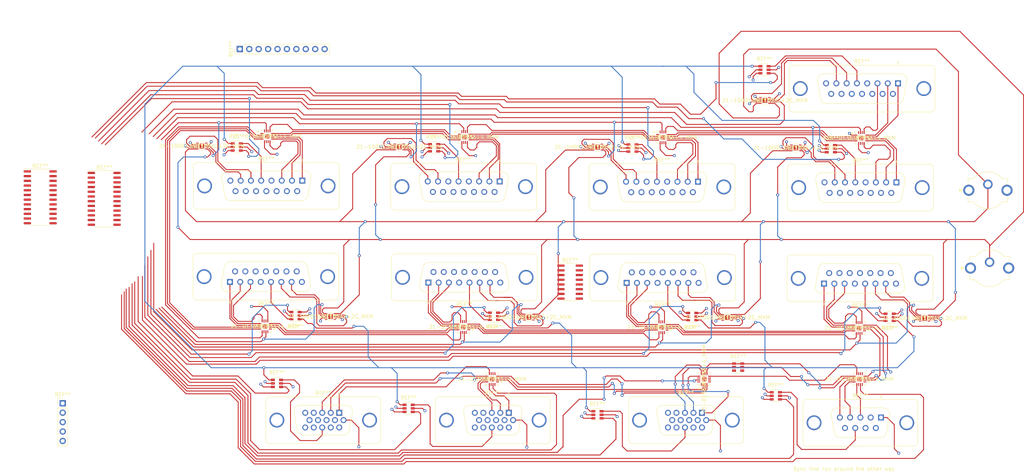
<source format=kicad_pcb>
(kicad_pcb (version 20171130) (host pcbnew "(5.1.10)-1")
  (layers (0 F.Cu signal) (31 B.Cu signal) (34 B.Paste user) (35 F.Paste user) (36 B.SilkS user) (37 F.SilkS user) (38 B.Mask user) (39 F.Mask user) (44 Edge.Cuts user))
  (net 0 "")
  (module Connector_PinHeader_2.54mm:PinHeader_1x05_P2.54mm_Vertical (layer F.Cu) (at 25.781 111.7346)
    (fp_text reference REF** (at 0 -2.33) (layer F.SilkS))
    (fp_text value PinHeader_1x05_P2.54mm_Vertical)
    (pad 5 thru_hole oval (at 0 10.16) (size 1.7 1.7) (drill 1) (layers *.Cu *.Mask))
    (pad 4 thru_hole oval (at 0 7.62) (size 1.7 1.7) (drill 1) (layers *.Cu *.Mask))
    (pad 3 thru_hole oval (at 0 5.08) (size 1.7 1.7) (drill 1) (layers *.Cu *.Mask))
    (pad 2 thru_hole oval (at 0 2.54) (size 1.7 1.7) (drill 1) (layers *.Cu *.Mask))
    (pad 1 thru_hole rect (at 0 0) (size 1.7 1.7) (drill 1) (layers *.Cu *.Mask))
  )
  (module Connector_PinHeader_2.54mm:PinHeader_1x10_P2.54mm_Vertical (layer F.Cu) (at 73.533 16.2306 90)
    (fp_text reference REF** (at 0 -2.33 90) (layer F.SilkS))
    (fp_text value PinHeader_1x10_P2.54mm_Vertical)
    (pad 10 thru_hole oval (at 0 22.86 90) (size 1.7 1.7) (drill 1) (layers *.Cu *.Mask))
    (pad 9 thru_hole oval (at 0 20.32 90) (size 1.7 1.7) (drill 1) (layers *.Cu *.Mask))
    (pad 8 thru_hole oval (at 0 17.78 90) (size 1.7 1.7) (drill 1) (layers *.Cu *.Mask))
    (pad 7 thru_hole oval (at 0 15.24 90) (size 1.7 1.7) (drill 1) (layers *.Cu *.Mask))
    (pad 6 thru_hole oval (at 0 12.7 90) (size 1.7 1.7) (drill 1) (layers *.Cu *.Mask))
    (pad 5 thru_hole oval (at 0 10.16 90) (size 1.7 1.7) (drill 1) (layers *.Cu *.Mask))
    (pad 4 thru_hole oval (at 0 7.62 90) (size 1.7 1.7) (drill 1) (layers *.Cu *.Mask))
    (pad 3 thru_hole oval (at 0 5.08 90) (size 1.7 1.7) (drill 1) (layers *.Cu *.Mask))
    (pad 2 thru_hole oval (at 0 2.54 90) (size 1.7 1.7) (drill 1) (layers *.Cu *.Mask))
    (pad 1 thru_hole rect (at 0 0 90) (size 1.7 1.7) (drill 1) (layers *.Cu *.Mask))
  )
  (module Package_SO:SO-24_5.3x15mm_P1.27mm (layer F.Cu) (at 36.957 56.6166)
    (fp_text reference REF** (at 0 -8.45) (layer F.SilkS))
    (fp_text value SO-24_5.3x15mm_P1.27mm)
    (pad 1 smd roundrect (at -3.4625 -6.985) (size 1.975 0.6) (layers F.Cu F.Paste F.Mask))
    (pad 2 smd roundrect (at -3.4625 -5.715) (size 1.975 0.6) (layers F.Cu F.Paste F.Mask))
    (pad 3 smd roundrect (at -3.4625 -4.445) (size 1.975 0.6) (layers F.Cu F.Paste F.Mask))
    (pad 4 smd roundrect (at -3.4625 -3.175) (size 1.975 0.6) (layers F.Cu F.Paste F.Mask))
    (pad 5 smd roundrect (at -3.4625 -1.905) (size 1.975 0.6) (layers F.Cu F.Paste F.Mask))
    (pad 6 smd roundrect (at -3.4625 -0.635) (size 1.975 0.6) (layers F.Cu F.Paste F.Mask))
    (pad 7 smd roundrect (at -3.4625 0.635) (size 1.975 0.6) (layers F.Cu F.Paste F.Mask))
    (pad 8 smd roundrect (at -3.4625 1.905) (size 1.975 0.6) (layers F.Cu F.Paste F.Mask))
    (pad 9 smd roundrect (at -3.4625 3.175) (size 1.975 0.6) (layers F.Cu F.Paste F.Mask))
    (pad 10 smd roundrect (at -3.4625 4.445) (size 1.975 0.6) (layers F.Cu F.Paste F.Mask))
    (pad 11 smd roundrect (at -3.4625 5.715) (size 1.975 0.6) (layers F.Cu F.Paste F.Mask))
    (pad 12 smd roundrect (at -3.4625 6.985) (size 1.975 0.6) (layers F.Cu F.Paste F.Mask))
    (pad 13 smd roundrect (at 3.4625 6.985) (size 1.975 0.6) (layers F.Cu F.Paste F.Mask))
    (pad 14 smd roundrect (at 3.4625 5.715) (size 1.975 0.6) (layers F.Cu F.Paste F.Mask))
    (pad 15 smd roundrect (at 3.4625 4.445) (size 1.975 0.6) (layers F.Cu F.Paste F.Mask))
    (pad 16 smd roundrect (at 3.4625 3.175) (size 1.975 0.6) (layers F.Cu F.Paste F.Mask))
    (pad 17 smd roundrect (at 3.4625 1.905) (size 1.975 0.6) (layers F.Cu F.Paste F.Mask))
    (pad 18 smd roundrect (at 3.4625 0.635) (size 1.975 0.6) (layers F.Cu F.Paste F.Mask))
    (pad 19 smd roundrect (at 3.4625 -0.635) (size 1.975 0.6) (layers F.Cu F.Paste F.Mask))
    (pad 20 smd roundrect (at 3.4625 -1.905) (size 1.975 0.6) (layers F.Cu F.Paste F.Mask))
    (pad 21 smd roundrect (at 3.4625 -3.175) (size 1.975 0.6) (layers F.Cu F.Paste F.Mask))
    (pad 22 smd roundrect (at 3.4625 -4.445) (size 1.975 0.6) (layers F.Cu F.Paste F.Mask))
    (pad 23 smd roundrect (at 3.4625 -5.715) (size 1.975 0.6) (layers F.Cu F.Paste F.Mask))
    (pad 24 smd roundrect (at 3.4625 -6.985) (size 1.975 0.6) (layers F.Cu F.Paste F.Mask))
  )
  (module Package_TO_SOT_SMD:SOT-23-6 (layer F.Cu) (at 207.8736 101.981)
    (fp_text reference REF** (at 0 -2.9) (layer F.SilkS))
    (fp_text value SOT-23-6)
    (pad 1 smd rect (at -1.1 -0.95) (size 1.06 0.65) (layers F.Cu F.Paste F.Mask))
    (pad 2 smd rect (at -1.1 0) (size 1.06 0.65) (layers F.Cu F.Paste F.Mask))
    (pad 3 smd rect (at -1.1 0.95) (size 1.06 0.65) (layers F.Cu F.Paste F.Mask))
    (pad 4 smd rect (at 1.1 0.95) (size 1.06 0.65) (layers F.Cu F.Paste F.Mask))
    (pad 6 smd rect (at 1.1 -0.95) (size 1.06 0.65) (layers F.Cu F.Paste F.Mask))
    (pad 5 smd rect (at 1.1 0) (size 1.06 0.65) (layers F.Cu F.Paste F.Mask))
  )
  (module Package_SO:SOIC-16_3.9x9.9mm_P1.27mm (layer F.Cu) (at 162.5854 79.0702)
    (fp_text reference REF** (at 0 -5.9) (layer F.SilkS))
    (fp_text value SOIC-16_3.9x9.9mm_P1.27mm)
    (pad 1 smd roundrect (at -2.475 -4.445) (size 1.95 0.6) (layers F.Cu F.Paste F.Mask))
    (pad 2 smd roundrect (at -2.475 -3.175) (size 1.95 0.6) (layers F.Cu F.Paste F.Mask))
    (pad 3 smd roundrect (at -2.475 -1.905) (size 1.95 0.6) (layers F.Cu F.Paste F.Mask))
    (pad 4 smd roundrect (at -2.475 -0.635) (size 1.95 0.6) (layers F.Cu F.Paste F.Mask))
    (pad 5 smd roundrect (at -2.475 0.635) (size 1.95 0.6) (layers F.Cu F.Paste F.Mask))
    (pad 6 smd roundrect (at -2.475 1.905) (size 1.95 0.6) (layers F.Cu F.Paste F.Mask))
    (pad 7 smd roundrect (at -2.475 3.175) (size 1.95 0.6) (layers F.Cu F.Paste F.Mask))
    (pad 8 smd roundrect (at -2.475 4.445) (size 1.95 0.6) (layers F.Cu F.Paste F.Mask))
    (pad 9 smd roundrect (at 2.475 4.445) (size 1.95 0.6) (layers F.Cu F.Paste F.Mask))
    (pad 10 smd roundrect (at 2.475 3.175) (size 1.95 0.6) (layers F.Cu F.Paste F.Mask))
    (pad 11 smd roundrect (at 2.475 1.905) (size 1.95 0.6) (layers F.Cu F.Paste F.Mask))
    (pad 12 smd roundrect (at 2.475 0.635) (size 1.95 0.6) (layers F.Cu F.Paste F.Mask))
    (pad 13 smd roundrect (at 2.475 -0.635) (size 1.95 0.6) (layers F.Cu F.Paste F.Mask))
    (pad 14 smd roundrect (at 2.475 -1.905) (size 1.95 0.6) (layers F.Cu F.Paste F.Mask))
    (pad 15 smd roundrect (at 2.475 -3.175) (size 1.95 0.6) (layers F.Cu F.Paste F.Mask))
    (pad 16 smd roundrect (at 2.475 -4.445) (size 1.95 0.6) (layers F.Cu F.Paste F.Mask))
  )
  (module Package_SO:SO-24_5.3x15mm_P1.27mm (layer F.Cu) (at 19.7104 56.2102)
    (fp_text reference REF** (at 0 -8.45) (layer F.SilkS))
    (fp_text value SO-24_5.3x15mm_P1.27mm)
    (pad 24 smd roundrect (at 3.4625 -6.985) (size 1.975 0.6) (layers F.Cu F.Paste F.Mask))
    (pad 23 smd roundrect (at 3.4625 -5.715) (size 1.975 0.6) (layers F.Cu F.Paste F.Mask))
    (pad 22 smd roundrect (at 3.4625 -4.445) (size 1.975 0.6) (layers F.Cu F.Paste F.Mask))
    (pad 21 smd roundrect (at 3.4625 -3.175) (size 1.975 0.6) (layers F.Cu F.Paste F.Mask))
    (pad 20 smd roundrect (at 3.4625 -1.905) (size 1.975 0.6) (layers F.Cu F.Paste F.Mask))
    (pad 19 smd roundrect (at 3.4625 -0.635) (size 1.975 0.6) (layers F.Cu F.Paste F.Mask))
    (pad 18 smd roundrect (at 3.4625 0.635) (size 1.975 0.6) (layers F.Cu F.Paste F.Mask))
    (pad 17 smd roundrect (at 3.4625 1.905) (size 1.975 0.6) (layers F.Cu F.Paste F.Mask))
    (pad 16 smd roundrect (at 3.4625 3.175) (size 1.975 0.6) (layers F.Cu F.Paste F.Mask))
    (pad 15 smd roundrect (at 3.4625 4.445) (size 1.975 0.6) (layers F.Cu F.Paste F.Mask))
    (pad 14 smd roundrect (at 3.4625 5.715) (size 1.975 0.6) (layers F.Cu F.Paste F.Mask))
    (pad 13 smd roundrect (at 3.4625 6.985) (size 1.975 0.6) (layers F.Cu F.Paste F.Mask))
    (pad 12 smd roundrect (at -3.4625 6.985) (size 1.975 0.6) (layers F.Cu F.Paste F.Mask))
    (pad 11 smd roundrect (at -3.4625 5.715) (size 1.975 0.6) (layers F.Cu F.Paste F.Mask))
    (pad 10 smd roundrect (at -3.4625 4.445) (size 1.975 0.6) (layers F.Cu F.Paste F.Mask))
    (pad 9 smd roundrect (at -3.4625 3.175) (size 1.975 0.6) (layers F.Cu F.Paste F.Mask))
    (pad 8 smd roundrect (at -3.4625 1.905) (size 1.975 0.6) (layers F.Cu F.Paste F.Mask))
    (pad 7 smd roundrect (at -3.4625 0.635) (size 1.975 0.6) (layers F.Cu F.Paste F.Mask))
    (pad 6 smd roundrect (at -3.4625 -0.635) (size 1.975 0.6) (layers F.Cu F.Paste F.Mask))
    (pad 5 smd roundrect (at -3.4625 -1.905) (size 1.975 0.6) (layers F.Cu F.Paste F.Mask))
    (pad 4 smd roundrect (at -3.4625 -3.175) (size 1.975 0.6) (layers F.Cu F.Paste F.Mask))
    (pad 3 smd roundrect (at -3.4625 -4.445) (size 1.975 0.6) (layers F.Cu F.Paste F.Mask))
    (pad 2 smd roundrect (at -3.4625 -5.715) (size 1.975 0.6) (layers F.Cu F.Paste F.Mask))
    (pad 1 smd roundrect (at -3.4625 -6.985) (size 1.975 0.6) (layers F.Cu F.Paste F.Mask))
  )
  (module Package_TO_SOT_SMD:SOT-23-6 (layer F.Cu) (at 83.5406 106.3752)
    (fp_text reference REF** (at 0 -2.9) (layer F.SilkS))
    (fp_text value SOT-23-6)
    (pad 5 smd rect (at 1.1 0) (size 1.06 0.65) (layers F.Cu F.Paste F.Mask))
    (pad 6 smd rect (at 1.1 -0.95) (size 1.06 0.65) (layers F.Cu F.Paste F.Mask))
    (pad 4 smd rect (at 1.1 0.95) (size 1.06 0.65) (layers F.Cu F.Paste F.Mask))
    (pad 3 smd rect (at -1.1 0.95) (size 1.06 0.65) (layers F.Cu F.Paste F.Mask))
    (pad 2 smd rect (at -1.1 0) (size 1.06 0.65) (layers F.Cu F.Paste F.Mask))
    (pad 1 smd rect (at -1.1 -0.95) (size 1.06 0.65) (layers F.Cu F.Paste F.Mask))
  )
  (module Package_TO_SOT_SMD:SOT-23-6 (layer F.Cu) (at 119.0498 113.1062)
    (fp_text reference REF** (at 0 -2.9) (layer F.SilkS))
    (fp_text value SOT-23-6)
    (pad 5 smd rect (at 1.1 0) (size 1.06 0.65) (layers F.Cu F.Paste F.Mask))
    (pad 6 smd rect (at 1.1 -0.95) (size 1.06 0.65) (layers F.Cu F.Paste F.Mask))
    (pad 4 smd rect (at 1.1 0.95) (size 1.06 0.65) (layers F.Cu F.Paste F.Mask))
    (pad 3 smd rect (at -1.1 0.95) (size 1.06 0.65) (layers F.Cu F.Paste F.Mask))
    (pad 2 smd rect (at -1.1 0) (size 1.06 0.65) (layers F.Cu F.Paste F.Mask))
    (pad 1 smd rect (at -1.1 -0.95) (size 1.06 0.65) (layers F.Cu F.Paste F.Mask))
  )
  (module Package_TO_SOT_SMD:SOT-23-6 (layer F.Cu) (at 169.9514 114.8334)
    (fp_text reference REF** (at 0 -2.9) (layer F.SilkS))
    (fp_text value SOT-23-6)
    (pad 5 smd rect (at 1.1 0) (size 1.06 0.65) (layers F.Cu F.Paste F.Mask))
    (pad 6 smd rect (at 1.1 -0.95) (size 1.06 0.65) (layers F.Cu F.Paste F.Mask))
    (pad 4 smd rect (at 1.1 0.95) (size 1.06 0.65) (layers F.Cu F.Paste F.Mask))
    (pad 3 smd rect (at -1.1 0.95) (size 1.06 0.65) (layers F.Cu F.Paste F.Mask))
    (pad 2 smd rect (at -1.1 0) (size 1.06 0.65) (layers F.Cu F.Paste F.Mask))
    (pad 1 smd rect (at -1.1 -0.95) (size 1.06 0.65) (layers F.Cu F.Paste F.Mask))
  )
  (module Package_TO_SOT_SMD:SOT-23-6 (layer F.Cu) (at 218.0336 109.728)
    (fp_text reference REF** (at 0 -2.9) (layer F.SilkS))
    (fp_text value SOT-23-6)
    (pad 5 smd rect (at 1.1 0) (size 1.06 0.65) (layers F.Cu F.Paste F.Mask))
    (pad 6 smd rect (at 1.1 -0.95) (size 1.06 0.65) (layers F.Cu F.Paste F.Mask))
    (pad 4 smd rect (at 1.1 0.95) (size 1.06 0.65) (layers F.Cu F.Paste F.Mask))
    (pad 3 smd rect (at -1.1 0.95) (size 1.06 0.65) (layers F.Cu F.Paste F.Mask))
    (pad 2 smd rect (at -1.1 0) (size 1.06 0.65) (layers F.Cu F.Paste F.Mask))
    (pad 1 smd rect (at -1.1 -0.95) (size 1.06 0.65) (layers F.Cu F.Paste F.Mask))
  )
  (module Connector_Dsub:DSUB-15-HD_Female_Vertical_P2.29x1.98mm_MountingHoles (layer F.Cu) (at 198.12 114.3)
    (fp_text reference REF** (at -4.315 -5.33) (layer F.SilkS))
    (fp_text value DSUB-15-HD_Female_Vertical_P2.29x1.98mm_MountingHoles)
    (pad 0 thru_hole circle (at 8.185 1.98) (size 4 4) (drill 3.2) (layers *.Cu *.Mask))
    (pad 0 thru_hole circle (at -16.815 1.98) (size 4 4) (drill 3.2) (layers *.Cu *.Mask))
    (pad 15 thru_hole circle (at -9.16 3.96) (size 1.6 1.6) (drill 1) (layers *.Cu *.Mask))
    (pad 14 thru_hole circle (at -6.87 3.96) (size 1.6 1.6) (drill 1) (layers *.Cu *.Mask))
    (pad 13 thru_hole circle (at -4.58 3.96) (size 1.6 1.6) (drill 1) (layers *.Cu *.Mask))
    (pad 12 thru_hole circle (at -2.29 3.96) (size 1.6 1.6) (drill 1) (layers *.Cu *.Mask))
    (pad 11 thru_hole circle (at 0 3.96) (size 1.6 1.6) (drill 1) (layers *.Cu *.Mask))
    (pad 10 thru_hole circle (at -8.015 1.98) (size 1.6 1.6) (drill 1) (layers *.Cu *.Mask))
    (pad 9 thru_hole circle (at -5.725 1.98) (size 1.6 1.6) (drill 1) (layers *.Cu *.Mask))
    (pad 8 thru_hole circle (at -3.435 1.98) (size 1.6 1.6) (drill 1) (layers *.Cu *.Mask))
    (pad 7 thru_hole circle (at -1.145 1.98) (size 1.6 1.6) (drill 1) (layers *.Cu *.Mask))
    (pad 6 thru_hole circle (at 1.145 1.98) (size 1.6 1.6) (drill 1) (layers *.Cu *.Mask))
    (pad 5 thru_hole circle (at -9.16 0) (size 1.6 1.6) (drill 1) (layers *.Cu *.Mask))
    (pad 4 thru_hole circle (at -6.87 0) (size 1.6 1.6) (drill 1) (layers *.Cu *.Mask))
    (pad 3 thru_hole circle (at -4.58 0) (size 1.6 1.6) (drill 1) (layers *.Cu *.Mask))
    (pad 2 thru_hole circle (at -2.29 0) (size 1.6 1.6) (drill 1) (layers *.Cu *.Mask))
    (pad 1 thru_hole rect (at 0 0) (size 1.6 1.6) (drill 1) (layers *.Cu *.Mask))
  )
  (module Connector_Dsub:DSUB-9_Female_Vertical_P2.77x2.84mm_MountingHoles (layer F.Cu) (at 246.38 115.57)
    (fp_text reference REF** (at -5.54 -5.89) (layer F.SilkS))
    (fp_text value DSUB-9_Female_Vertical_P2.77x2.84mm_MountingHoles)
    (pad 0 thru_hole circle (at 6.96 1.42) (size 4 4) (drill 3.2) (layers *.Cu *.Mask))
    (pad 0 thru_hole circle (at -18.04 1.42) (size 4 4) (drill 3.2) (layers *.Cu *.Mask))
    (pad 9 thru_hole circle (at -9.695 2.84) (size 1.6 1.6) (drill 1) (layers *.Cu *.Mask))
    (pad 8 thru_hole circle (at -6.925 2.84) (size 1.6 1.6) (drill 1) (layers *.Cu *.Mask))
    (pad 7 thru_hole circle (at -4.155 2.84) (size 1.6 1.6) (drill 1) (layers *.Cu *.Mask))
    (pad 6 thru_hole circle (at -1.385 2.84) (size 1.6 1.6) (drill 1) (layers *.Cu *.Mask))
    (pad 5 thru_hole circle (at -11.08 0) (size 1.6 1.6) (drill 1) (layers *.Cu *.Mask))
    (pad 4 thru_hole circle (at -8.31 0) (size 1.6 1.6) (drill 1) (layers *.Cu *.Mask))
    (pad 3 thru_hole circle (at -5.54 0) (size 1.6 1.6) (drill 1) (layers *.Cu *.Mask))
    (pad 2 thru_hole circle (at -2.77 0) (size 1.6 1.6) (drill 1) (layers *.Cu *.Mask))
    (pad 1 thru_hole rect (at 0 0) (size 1.6 1.6) (drill 1) (layers *.Cu *.Mask))
  )
  (module 2021-06-20_01-56-06:MAX4887ETE&plus_ (layer F.Cu) (at 141.5542 105.2068 180)
    (fp_text reference REF** (at 0 0) (layer F.SilkS))
    (fp_text value 21-0136_T1633+4_MXM (at 0 0) (layer F.SilkS))
    (fp_text user * (at -2.4892 -1) (layer F.SilkS))
    (fp_text user * (at -2.4892 -1) (layer F.SilkS))
    (pad 17 smd rect (at 0 0 180) (size 1.2446 1.2446) (layers F.Cu F.Paste F.Mask))
    (pad 16 smd rect (at -0.750001 -1.4478 180) (size 0.254 0.8128) (layers F.Cu F.Paste F.Mask))
    (pad 15 smd rect (at -0.25 -1.4478 180) (size 0.254 0.8128) (layers F.Cu F.Paste F.Mask))
    (pad 14 smd rect (at 0.25 -1.4478 180) (size 0.254 0.8128) (layers F.Cu F.Paste F.Mask))
    (pad 13 smd rect (at 0.750001 -1.4478 180) (size 0.254 0.8128) (layers F.Cu F.Paste F.Mask))
    (pad 12 smd rect (at 1.4478 -0.750001 270) (size 0.254 0.8128) (layers F.Cu F.Paste F.Mask))
    (pad 11 smd rect (at 1.4478 -0.25 270) (size 0.254 0.8128) (layers F.Cu F.Paste F.Mask))
    (pad 10 smd rect (at 1.4478 0.25 270) (size 0.254 0.8128) (layers F.Cu F.Paste F.Mask))
    (pad 9 smd rect (at 1.4478 0.750001 270) (size 0.254 0.8128) (layers F.Cu F.Paste F.Mask))
    (pad 8 smd rect (at 0.750001 1.4478 180) (size 0.254 0.8128) (layers F.Cu F.Paste F.Mask))
    (pad 7 smd rect (at 0.25 1.4478 180) (size 0.254 0.8128) (layers F.Cu F.Paste F.Mask))
    (pad 6 smd rect (at -0.25 1.4478 180) (size 0.254 0.8128) (layers F.Cu F.Paste F.Mask))
    (pad 5 smd rect (at -0.750001 1.4478 180) (size 0.254 0.8128) (layers F.Cu F.Paste F.Mask))
    (pad 4 smd rect (at -1.4478 0.750001 270) (size 0.254 0.8128) (layers F.Cu F.Paste F.Mask))
    (pad 3 smd rect (at -1.4478 0.25 270) (size 0.254 0.8128) (layers F.Cu F.Paste F.Mask))
    (pad 2 smd rect (at -1.4478 -0.25 270) (size 0.254 0.8128) (layers F.Cu F.Paste F.Mask))
    (pad 1 smd rect (at -1.4478 -0.750001 270) (size 0.254 0.8128) (layers F.Cu F.Paste F.Mask))
  )
  (module 2021-06-20_01-56-06:MAX4887ETE&plus_ (layer F.Cu) (at 198.7042 105.2068 90)
    (fp_text reference REF** (at 0 0 90) (layer F.SilkS))
    (fp_text value 21-0136_T1633+4_MXM (at 0 0 90) (layer F.SilkS))
    (fp_text user * (at -2.4892 -1 90) (layer F.SilkS))
    (fp_text user * (at -2.4892 -1 90) (layer F.SilkS))
    (pad 17 smd rect (at 0 0 90) (size 1.2446 1.2446) (layers F.Cu F.Paste F.Mask))
    (pad 16 smd rect (at -0.750001 -1.4478 90) (size 0.254 0.8128) (layers F.Cu F.Paste F.Mask))
    (pad 15 smd rect (at -0.25 -1.4478 90) (size 0.254 0.8128) (layers F.Cu F.Paste F.Mask))
    (pad 14 smd rect (at 0.25 -1.4478 90) (size 0.254 0.8128) (layers F.Cu F.Paste F.Mask))
    (pad 13 smd rect (at 0.750001 -1.4478 90) (size 0.254 0.8128) (layers F.Cu F.Paste F.Mask))
    (pad 12 smd rect (at 1.4478 -0.750001 180) (size 0.254 0.8128) (layers F.Cu F.Paste F.Mask))
    (pad 11 smd rect (at 1.4478 -0.25 180) (size 0.254 0.8128) (layers F.Cu F.Paste F.Mask))
    (pad 10 smd rect (at 1.4478 0.25 180) (size 0.254 0.8128) (layers F.Cu F.Paste F.Mask))
    (pad 9 smd rect (at 1.4478 0.750001 180) (size 0.254 0.8128) (layers F.Cu F.Paste F.Mask))
    (pad 8 smd rect (at 0.750001 1.4478 90) (size 0.254 0.8128) (layers F.Cu F.Paste F.Mask))
    (pad 7 smd rect (at 0.25 1.4478 90) (size 0.254 0.8128) (layers F.Cu F.Paste F.Mask))
    (pad 6 smd rect (at -0.25 1.4478 90) (size 0.254 0.8128) (layers F.Cu F.Paste F.Mask))
    (pad 5 smd rect (at -0.750001 1.4478 90) (size 0.254 0.8128) (layers F.Cu F.Paste F.Mask))
    (pad 4 smd rect (at -1.4478 0.750001 180) (size 0.254 0.8128) (layers F.Cu F.Paste F.Mask))
    (pad 3 smd rect (at -1.4478 0.25 180) (size 0.254 0.8128) (layers F.Cu F.Paste F.Mask))
    (pad 2 smd rect (at -1.4478 -0.25 180) (size 0.254 0.8128) (layers F.Cu F.Paste F.Mask))
    (pad 1 smd rect (at -1.4478 -0.750001 180) (size 0.254 0.8128) (layers F.Cu F.Paste F.Mask))
  )
  (module 2021-06-20_01-56-06:MAX4887ETE&plus_ (layer F.Cu) (at 240.6142 105.2068 180)
    (fp_text reference REF** (at 0 0) (layer F.SilkS))
    (fp_text value 21-0136_T1633+4_MXM (at 0 0) (layer F.SilkS))
    (fp_text user * (at -2.4892 -1) (layer F.SilkS))
    (fp_text user * (at -2.4892 -1) (layer F.SilkS))
    (pad 17 smd rect (at 0 0 180) (size 1.2446 1.2446) (layers F.Cu F.Paste F.Mask))
    (pad 16 smd rect (at -0.750001 -1.4478 180) (size 0.254 0.8128) (layers F.Cu F.Paste F.Mask))
    (pad 15 smd rect (at -0.25 -1.4478 180) (size 0.254 0.8128) (layers F.Cu F.Paste F.Mask))
    (pad 14 smd rect (at 0.25 -1.4478 180) (size 0.254 0.8128) (layers F.Cu F.Paste F.Mask))
    (pad 13 smd rect (at 0.750001 -1.4478 180) (size 0.254 0.8128) (layers F.Cu F.Paste F.Mask))
    (pad 12 smd rect (at 1.4478 -0.750001 270) (size 0.254 0.8128) (layers F.Cu F.Paste F.Mask))
    (pad 11 smd rect (at 1.4478 -0.25 270) (size 0.254 0.8128) (layers F.Cu F.Paste F.Mask))
    (pad 10 smd rect (at 1.4478 0.25 270) (size 0.254 0.8128) (layers F.Cu F.Paste F.Mask))
    (pad 9 smd rect (at 1.4478 0.750001 270) (size 0.254 0.8128) (layers F.Cu F.Paste F.Mask))
    (pad 8 smd rect (at 0.750001 1.4478 180) (size 0.254 0.8128) (layers F.Cu F.Paste F.Mask))
    (pad 7 smd rect (at 0.25 1.4478 180) (size 0.254 0.8128) (layers F.Cu F.Paste F.Mask))
    (pad 6 smd rect (at -0.25 1.4478 180) (size 0.254 0.8128) (layers F.Cu F.Paste F.Mask))
    (pad 5 smd rect (at -0.750001 1.4478 180) (size 0.254 0.8128) (layers F.Cu F.Paste F.Mask))
    (pad 4 smd rect (at -1.4478 0.750001 270) (size 0.254 0.8128) (layers F.Cu F.Paste F.Mask))
    (pad 3 smd rect (at -1.4478 0.25 270) (size 0.254 0.8128) (layers F.Cu F.Paste F.Mask))
    (pad 2 smd rect (at -1.4478 -0.25 270) (size 0.254 0.8128) (layers F.Cu F.Paste F.Mask))
    (pad 1 smd rect (at -1.4478 -0.750001 270) (size 0.254 0.8128) (layers F.Cu F.Paste F.Mask))
  )
  (module Connector_Dsub:DSUB-15-HD_Female_Vertical_P2.29x1.98mm_MountingHoles (layer F.Cu) (at 100.33 114.3)
    (fp_text reference REF** (at -4.315 -5.33) (layer F.SilkS))
    (fp_text value DSUB-15-HD_Female_Vertical_P2.29x1.98mm_MountingHoles)
    (pad 0 thru_hole circle (at 8.185 1.98) (size 4 4) (drill 3.2) (layers *.Cu *.Mask))
    (pad 0 thru_hole circle (at -16.815 1.98) (size 4 4) (drill 3.2) (layers *.Cu *.Mask))
    (pad 15 thru_hole circle (at -9.16 3.96) (size 1.6 1.6) (drill 1) (layers *.Cu *.Mask))
    (pad 14 thru_hole circle (at -6.87 3.96) (size 1.6 1.6) (drill 1) (layers *.Cu *.Mask))
    (pad 13 thru_hole circle (at -4.58 3.96) (size 1.6 1.6) (drill 1) (layers *.Cu *.Mask))
    (pad 12 thru_hole circle (at -2.29 3.96) (size 1.6 1.6) (drill 1) (layers *.Cu *.Mask))
    (pad 11 thru_hole circle (at 0 3.96) (size 1.6 1.6) (drill 1) (layers *.Cu *.Mask))
    (pad 10 thru_hole circle (at -8.015 1.98) (size 1.6 1.6) (drill 1) (layers *.Cu *.Mask))
    (pad 9 thru_hole circle (at -5.725 1.98) (size 1.6 1.6) (drill 1) (layers *.Cu *.Mask))
    (pad 8 thru_hole circle (at -3.435 1.98) (size 1.6 1.6) (drill 1) (layers *.Cu *.Mask))
    (pad 7 thru_hole circle (at -1.145 1.98) (size 1.6 1.6) (drill 1) (layers *.Cu *.Mask))
    (pad 6 thru_hole circle (at 1.145 1.98) (size 1.6 1.6) (drill 1) (layers *.Cu *.Mask))
    (pad 5 thru_hole circle (at -9.16 0) (size 1.6 1.6) (drill 1) (layers *.Cu *.Mask))
    (pad 4 thru_hole circle (at -6.87 0) (size 1.6 1.6) (drill 1) (layers *.Cu *.Mask))
    (pad 3 thru_hole circle (at -4.58 0) (size 1.6 1.6) (drill 1) (layers *.Cu *.Mask))
    (pad 2 thru_hole circle (at -2.29 0) (size 1.6 1.6) (drill 1) (layers *.Cu *.Mask))
    (pad 1 thru_hole rect (at 0 0) (size 1.6 1.6) (drill 1) (layers *.Cu *.Mask))
  )
  (module Connector_Dsub:DSUB-15-HD_Female_Vertical_P2.29x1.98mm_MountingHoles (layer F.Cu) (at 146.05 114.3)
    (fp_text reference REF** (at -4.315 -5.33) (layer F.SilkS))
    (fp_text value DSUB-15-HD_Female_Vertical_P2.29x1.98mm_MountingHoles)
    (pad 0 thru_hole circle (at 8.185 1.98) (size 4 4) (drill 3.2) (layers *.Cu *.Mask))
    (pad 0 thru_hole circle (at -16.815 1.98) (size 4 4) (drill 3.2) (layers *.Cu *.Mask))
    (pad 15 thru_hole circle (at -9.16 3.96) (size 1.6 1.6) (drill 1) (layers *.Cu *.Mask))
    (pad 14 thru_hole circle (at -6.87 3.96) (size 1.6 1.6) (drill 1) (layers *.Cu *.Mask))
    (pad 13 thru_hole circle (at -4.58 3.96) (size 1.6 1.6) (drill 1) (layers *.Cu *.Mask))
    (pad 12 thru_hole circle (at -2.29 3.96) (size 1.6 1.6) (drill 1) (layers *.Cu *.Mask))
    (pad 11 thru_hole circle (at 0 3.96) (size 1.6 1.6) (drill 1) (layers *.Cu *.Mask))
    (pad 10 thru_hole circle (at -8.015 1.98) (size 1.6 1.6) (drill 1) (layers *.Cu *.Mask))
    (pad 9 thru_hole circle (at -5.725 1.98) (size 1.6 1.6) (drill 1) (layers *.Cu *.Mask))
    (pad 8 thru_hole circle (at -3.435 1.98) (size 1.6 1.6) (drill 1) (layers *.Cu *.Mask))
    (pad 7 thru_hole circle (at -1.145 1.98) (size 1.6 1.6) (drill 1) (layers *.Cu *.Mask))
    (pad 6 thru_hole circle (at 1.145 1.98) (size 1.6 1.6) (drill 1) (layers *.Cu *.Mask))
    (pad 5 thru_hole circle (at -9.16 0) (size 1.6 1.6) (drill 1) (layers *.Cu *.Mask))
    (pad 4 thru_hole circle (at -6.87 0) (size 1.6 1.6) (drill 1) (layers *.Cu *.Mask))
    (pad 3 thru_hole circle (at -4.58 0) (size 1.6 1.6) (drill 1) (layers *.Cu *.Mask))
    (pad 2 thru_hole circle (at -2.29 0) (size 1.6 1.6) (drill 1) (layers *.Cu *.Mask))
    (pad 1 thru_hole rect (at 0 0) (size 1.6 1.6) (drill 1) (layers *.Cu *.Mask))
  )
  (module RCJ-024:CUI_RCJ-022 (layer F.Cu) (at 275.6662 75.2856)
    (fp_text reference REF** (at -2.205855 -6.237415) (layer F.SilkS) (effects (font (size 1.000386 1.000386) (thickness 0.015))))
    (fp_text value "CUI_RCJ-022 RED")
    (pad 1A thru_hole circle (at -5.15 0) (size 3 3) (drill 2) (layers *.Cu *.Mask))
    (pad 1B thru_hole circle (at 5.15 0) (size 3 3) (drill 2) (layers *.Cu *.Mask))
    (pad 2 thru_hole circle (at 0 -1.6) (size 2.55 2.55) (drill 1.7) (layers *.Cu *.Mask))
  )
  (module RCJ-024:CUI_RCJ-023 (layer F.Cu) (at 275.209 54.3052)
    (fp_text reference REF** (at -2.20699 -6.24061) (layer F.SilkS) (effects (font (size 1.000898 1.000898) (thickness 0.015))))
    (fp_text value "CUI_RCJ-023 White")
    (pad 1A thru_hole circle (at -5.15 0) (size 3 3) (drill 2) (layers *.Cu *.Mask))
    (pad 1B thru_hole circle (at 5.15 0) (size 3 3) (drill 2) (layers *.Cu *.Mask))
    (pad 2 thru_hole circle (at 0 -1.6) (size 2.55 2.55) (drill 1.7) (layers *.Cu *.Mask))
  )
  (module Connector_Dsub:DSUB-15_Female_Vertical_P2.77x2.84mm_MountingHoles (layer F.Cu) (at 70.866 79.0194 180)
    (fp_text reference REF** (at -9.695 -5.89) (layer F.SilkS))
    (fp_text value DSUB-15_Female_Vertical_P2.77x2.84mm_MountingHoles)
    (pad 1 thru_hole rect (at 0 0 180) (size 1.6 1.6) (drill 1) (layers *.Cu *.Mask))
    (pad 2 thru_hole circle (at -2.77 0 180) (size 1.6 1.6) (drill 1) (layers *.Cu *.Mask))
    (pad 3 thru_hole circle (at -5.54 0 180) (size 1.6 1.6) (drill 1) (layers *.Cu *.Mask))
    (pad 4 thru_hole circle (at -8.31 0 180) (size 1.6 1.6) (drill 1) (layers *.Cu *.Mask))
    (pad 5 thru_hole circle (at -11.08 0 180) (size 1.6 1.6) (drill 1) (layers *.Cu *.Mask))
    (pad 6 thru_hole circle (at -13.85 0 180) (size 1.6 1.6) (drill 1) (layers *.Cu *.Mask))
    (pad 7 thru_hole circle (at -16.62 0 180) (size 1.6 1.6) (drill 1) (layers *.Cu *.Mask))
    (pad 8 thru_hole circle (at -19.39 0 180) (size 1.6 1.6) (drill 1) (layers *.Cu *.Mask))
    (pad 9 thru_hole circle (at -1.385 2.84 180) (size 1.6 1.6) (drill 1) (layers *.Cu *.Mask))
    (pad 10 thru_hole circle (at -4.155 2.84 180) (size 1.6 1.6) (drill 1) (layers *.Cu *.Mask))
    (pad 11 thru_hole circle (at -6.925 2.84 180) (size 1.6 1.6) (drill 1) (layers *.Cu *.Mask))
    (pad 12 thru_hole circle (at -9.695 2.84 180) (size 1.6 1.6) (drill 1) (layers *.Cu *.Mask))
    (pad 13 thru_hole circle (at -12.465 2.84 180) (size 1.6 1.6) (drill 1) (layers *.Cu *.Mask))
    (pad 14 thru_hole circle (at -15.235 2.84 180) (size 1.6 1.6) (drill 1) (layers *.Cu *.Mask))
    (pad 15 thru_hole circle (at -18.005 2.84 180) (size 1.6 1.6) (drill 1) (layers *.Cu *.Mask))
    (pad 0 thru_hole circle (at -26.345 1.42 180) (size 4 4) (drill 3.2) (layers *.Cu *.Mask))
    (pad 0 thru_hole circle (at 6.955 1.42 180) (size 4 4) (drill 3.2) (layers *.Cu *.Mask))
  )
  (module Package_TO_SOT_SMD:SOT-23-6 (layer F.Cu) (at 248.7168 88.5444 180)
    (fp_text reference REF** (at 0 -2.9) (layer F.SilkS))
    (fp_text value SOT-23-6)
    (pad 5 smd rect (at 1.1 0 180) (size 1.06 0.65) (layers F.Cu F.Paste F.Mask))
    (pad 6 smd rect (at 1.1 -0.95 180) (size 1.06 0.65) (layers F.Cu F.Paste F.Mask))
    (pad 4 smd rect (at 1.1 0.95 180) (size 1.06 0.65) (layers F.Cu F.Paste F.Mask))
    (pad 3 smd rect (at -1.1 0.95 180) (size 1.06 0.65) (layers F.Cu F.Paste F.Mask))
    (pad 2 smd rect (at -1.1 0 180) (size 1.06 0.65) (layers F.Cu F.Paste F.Mask))
    (pad 1 smd rect (at -1.1 -0.95 180) (size 1.06 0.65) (layers F.Cu F.Paste F.Mask))
  )
  (module 2021-06-20_01-56-06:MAX4887ETE&plus_ (layer F.Cu) (at 80.3148 90.9828 180)
    (fp_text reference REF** (at 0 0) (layer F.SilkS))
    (fp_text value 21-0136_T1633+4_MXM (at 0 0) (layer F.SilkS))
    (fp_text user * (at -2.4892 -1) (layer F.SilkS))
    (fp_text user * (at -2.4892 -1) (layer F.SilkS))
    (pad 17 smd rect (at 0 0 180) (size 1.2446 1.2446) (layers F.Cu F.Paste F.Mask))
    (pad 16 smd rect (at -0.750001 -1.4478 180) (size 0.254 0.8128) (layers F.Cu F.Paste F.Mask))
    (pad 15 smd rect (at -0.25 -1.4478 180) (size 0.254 0.8128) (layers F.Cu F.Paste F.Mask))
    (pad 14 smd rect (at 0.25 -1.4478 180) (size 0.254 0.8128) (layers F.Cu F.Paste F.Mask))
    (pad 13 smd rect (at 0.750001 -1.4478 180) (size 0.254 0.8128) (layers F.Cu F.Paste F.Mask))
    (pad 12 smd rect (at 1.4478 -0.750001 270) (size 0.254 0.8128) (layers F.Cu F.Paste F.Mask))
    (pad 11 smd rect (at 1.4478 -0.25 270) (size 0.254 0.8128) (layers F.Cu F.Paste F.Mask))
    (pad 10 smd rect (at 1.4478 0.25 270) (size 0.254 0.8128) (layers F.Cu F.Paste F.Mask))
    (pad 9 smd rect (at 1.4478 0.750001 270) (size 0.254 0.8128) (layers F.Cu F.Paste F.Mask))
    (pad 8 smd rect (at 0.750001 1.4478 180) (size 0.254 0.8128) (layers F.Cu F.Paste F.Mask))
    (pad 7 smd rect (at 0.25 1.4478 180) (size 0.254 0.8128) (layers F.Cu F.Paste F.Mask))
    (pad 6 smd rect (at -0.25 1.4478 180) (size 0.254 0.8128) (layers F.Cu F.Paste F.Mask))
    (pad 5 smd rect (at -0.750001 1.4478 180) (size 0.254 0.8128) (layers F.Cu F.Paste F.Mask))
    (pad 4 smd rect (at -1.4478 0.750001 270) (size 0.254 0.8128) (layers F.Cu F.Paste F.Mask))
    (pad 3 smd rect (at -1.4478 0.25 270) (size 0.254 0.8128) (layers F.Cu F.Paste F.Mask))
    (pad 2 smd rect (at -1.4478 -0.25 270) (size 0.254 0.8128) (layers F.Cu F.Paste F.Mask))
    (pad 1 smd rect (at -1.4478 -0.750001 270) (size 0.254 0.8128) (layers F.Cu F.Paste F.Mask))
  )
  (module Connector_Dsub:DSUB-15_Female_Vertical_P2.77x2.84mm_MountingHoles (layer F.Cu) (at 177.8254 79.2734 180)
    (fp_text reference REF** (at -9.695 -5.89) (layer F.SilkS))
    (fp_text value DSUB-15_Female_Vertical_P2.77x2.84mm_MountingHoles)
    (pad 0 thru_hole circle (at 6.955 1.42 180) (size 4 4) (drill 3.2) (layers *.Cu *.Mask))
    (pad 0 thru_hole circle (at -26.345 1.42 180) (size 4 4) (drill 3.2) (layers *.Cu *.Mask))
    (pad 15 thru_hole circle (at -18.005 2.84 180) (size 1.6 1.6) (drill 1) (layers *.Cu *.Mask))
    (pad 14 thru_hole circle (at -15.235 2.84 180) (size 1.6 1.6) (drill 1) (layers *.Cu *.Mask))
    (pad 13 thru_hole circle (at -12.465 2.84 180) (size 1.6 1.6) (drill 1) (layers *.Cu *.Mask))
    (pad 12 thru_hole circle (at -9.695 2.84 180) (size 1.6 1.6) (drill 1) (layers *.Cu *.Mask))
    (pad 11 thru_hole circle (at -6.925 2.84 180) (size 1.6 1.6) (drill 1) (layers *.Cu *.Mask))
    (pad 10 thru_hole circle (at -4.155 2.84 180) (size 1.6 1.6) (drill 1) (layers *.Cu *.Mask))
    (pad 9 thru_hole circle (at -1.385 2.84 180) (size 1.6 1.6) (drill 1) (layers *.Cu *.Mask))
    (pad 8 thru_hole circle (at -19.39 0 180) (size 1.6 1.6) (drill 1) (layers *.Cu *.Mask))
    (pad 7 thru_hole circle (at -16.62 0 180) (size 1.6 1.6) (drill 1) (layers *.Cu *.Mask))
    (pad 6 thru_hole circle (at -13.85 0 180) (size 1.6 1.6) (drill 1) (layers *.Cu *.Mask))
    (pad 5 thru_hole circle (at -11.08 0 180) (size 1.6 1.6) (drill 1) (layers *.Cu *.Mask))
    (pad 4 thru_hole circle (at -8.31 0 180) (size 1.6 1.6) (drill 1) (layers *.Cu *.Mask))
    (pad 3 thru_hole circle (at -5.54 0 180) (size 1.6 1.6) (drill 1) (layers *.Cu *.Mask))
    (pad 2 thru_hole circle (at -2.77 0 180) (size 1.6 1.6) (drill 1) (layers *.Cu *.Mask))
    (pad 1 thru_hole rect (at 0 0 180) (size 1.6 1.6) (drill 1) (layers *.Cu *.Mask))
  )
  (module 2021-06-20_01-56-06:MAX4887ETE&plus_ (layer F.Cu) (at 187.2742 91.2368 180)
    (fp_text reference REF** (at 0 0) (layer F.SilkS))
    (fp_text value 21-0136_T1633+4_MXM (at 0 0) (layer F.SilkS))
    (fp_text user * (at -2.4892 -1) (layer F.SilkS))
    (fp_text user * (at -2.4892 -1) (layer F.SilkS))
    (pad 1 smd rect (at -1.4478 -0.750001 270) (size 0.254 0.8128) (layers F.Cu F.Paste F.Mask))
    (pad 2 smd rect (at -1.4478 -0.25 270) (size 0.254 0.8128) (layers F.Cu F.Paste F.Mask))
    (pad 3 smd rect (at -1.4478 0.25 270) (size 0.254 0.8128) (layers F.Cu F.Paste F.Mask))
    (pad 4 smd rect (at -1.4478 0.750001 270) (size 0.254 0.8128) (layers F.Cu F.Paste F.Mask))
    (pad 5 smd rect (at -0.750001 1.4478 180) (size 0.254 0.8128) (layers F.Cu F.Paste F.Mask))
    (pad 6 smd rect (at -0.25 1.4478 180) (size 0.254 0.8128) (layers F.Cu F.Paste F.Mask))
    (pad 7 smd rect (at 0.25 1.4478 180) (size 0.254 0.8128) (layers F.Cu F.Paste F.Mask))
    (pad 8 smd rect (at 0.750001 1.4478 180) (size 0.254 0.8128) (layers F.Cu F.Paste F.Mask))
    (pad 9 smd rect (at 1.4478 0.750001 270) (size 0.254 0.8128) (layers F.Cu F.Paste F.Mask))
    (pad 10 smd rect (at 1.4478 0.25 270) (size 0.254 0.8128) (layers F.Cu F.Paste F.Mask))
    (pad 11 smd rect (at 1.4478 -0.25 270) (size 0.254 0.8128) (layers F.Cu F.Paste F.Mask))
    (pad 12 smd rect (at 1.4478 -0.750001 270) (size 0.254 0.8128) (layers F.Cu F.Paste F.Mask))
    (pad 13 smd rect (at 0.750001 -1.4478 180) (size 0.254 0.8128) (layers F.Cu F.Paste F.Mask))
    (pad 14 smd rect (at 0.25 -1.4478 180) (size 0.254 0.8128) (layers F.Cu F.Paste F.Mask))
    (pad 15 smd rect (at -0.25 -1.4478 180) (size 0.254 0.8128) (layers F.Cu F.Paste F.Mask))
    (pad 16 smd rect (at -0.750001 -1.4478 180) (size 0.254 0.8128) (layers F.Cu F.Paste F.Mask))
    (pad 17 smd rect (at 0 0 180) (size 1.2446 1.2446) (layers F.Cu F.Paste F.Mask))
  )
  (module Package_TO_SOT_SMD:SOT-23-6 (layer F.Cu) (at 195.5038 88.3412 180)
    (fp_text reference REF** (at 0 -2.9) (layer F.SilkS))
    (fp_text value SOT-23-6)
    (pad 5 smd rect (at 1.1 0 180) (size 1.06 0.65) (layers F.Cu F.Paste F.Mask))
    (pad 6 smd rect (at 1.1 -0.95 180) (size 1.06 0.65) (layers F.Cu F.Paste F.Mask))
    (pad 4 smd rect (at 1.1 0.95 180) (size 1.06 0.65) (layers F.Cu F.Paste F.Mask))
    (pad 3 smd rect (at -1.1 0.95 180) (size 1.06 0.65) (layers F.Cu F.Paste F.Mask))
    (pad 2 smd rect (at -1.1 0 180) (size 1.06 0.65) (layers F.Cu F.Paste F.Mask))
    (pad 1 smd rect (at -1.1 -0.95 180) (size 1.06 0.65) (layers F.Cu F.Paste F.Mask))
  )
  (module 2021-06-20_01-56-06:MAX4887ETE&plus_ (layer F.Cu) (at 240.4872 91.44 180)
    (fp_text reference REF** (at 0 0) (layer F.SilkS))
    (fp_text value 21-0136_T1633+4_MXM (at 0 0) (layer F.SilkS))
    (fp_text user * (at -2.4892 -1) (layer F.SilkS))
    (fp_text user * (at -2.4892 -1) (layer F.SilkS))
    (pad 1 smd rect (at -1.4478 -0.750001 270) (size 0.254 0.8128) (layers F.Cu F.Paste F.Mask))
    (pad 2 smd rect (at -1.4478 -0.25 270) (size 0.254 0.8128) (layers F.Cu F.Paste F.Mask))
    (pad 3 smd rect (at -1.4478 0.25 270) (size 0.254 0.8128) (layers F.Cu F.Paste F.Mask))
    (pad 4 smd rect (at -1.4478 0.750001 270) (size 0.254 0.8128) (layers F.Cu F.Paste F.Mask))
    (pad 5 smd rect (at -0.750001 1.4478 180) (size 0.254 0.8128) (layers F.Cu F.Paste F.Mask))
    (pad 6 smd rect (at -0.25 1.4478 180) (size 0.254 0.8128) (layers F.Cu F.Paste F.Mask))
    (pad 7 smd rect (at 0.25 1.4478 180) (size 0.254 0.8128) (layers F.Cu F.Paste F.Mask))
    (pad 8 smd rect (at 0.750001 1.4478 180) (size 0.254 0.8128) (layers F.Cu F.Paste F.Mask))
    (pad 9 smd rect (at 1.4478 0.750001 270) (size 0.254 0.8128) (layers F.Cu F.Paste F.Mask))
    (pad 10 smd rect (at 1.4478 0.25 270) (size 0.254 0.8128) (layers F.Cu F.Paste F.Mask))
    (pad 11 smd rect (at 1.4478 -0.25 270) (size 0.254 0.8128) (layers F.Cu F.Paste F.Mask))
    (pad 12 smd rect (at 1.4478 -0.750001 270) (size 0.254 0.8128) (layers F.Cu F.Paste F.Mask))
    (pad 13 smd rect (at 0.750001 -1.4478 180) (size 0.254 0.8128) (layers F.Cu F.Paste F.Mask))
    (pad 14 smd rect (at 0.25 -1.4478 180) (size 0.254 0.8128) (layers F.Cu F.Paste F.Mask))
    (pad 15 smd rect (at -0.25 -1.4478 180) (size 0.254 0.8128) (layers F.Cu F.Paste F.Mask))
    (pad 16 smd rect (at -0.750001 -1.4478 180) (size 0.254 0.8128) (layers F.Cu F.Paste F.Mask))
    (pad 17 smd rect (at 0 0 180) (size 1.2446 1.2446) (layers F.Cu F.Paste F.Mask))
  )
  (module MAX14689AETB+T-pcb-part-libraries:MAX14689AETB&plus_T (layer F.Cu) (at 204.9272 88.5952 180)
    (fp_text reference REF** (at 0 0) (layer F.SilkS))
    (fp_text value 21-100013A_T102A2+2C_MXM (at 0 0) (layer F.SilkS))
    (fp_text user * (at 0 0) (layer F.SilkS))
    (pad 1 smd rect (at -1.1938 -0.800001 180) (size 0.7112 0.2032) (layers F.Cu F.Paste F.Mask))
    (pad 2 smd rect (at -1.1938 -0.399999 180) (size 0.7112 0.2032) (layers F.Cu F.Paste F.Mask))
    (pad 3 smd rect (at -1.1938 0 180) (size 0.7112 0.2032) (layers F.Cu F.Paste F.Mask))
    (pad 4 smd rect (at -1.1938 0.399999 180) (size 0.7112 0.2032) (layers F.Cu F.Paste F.Mask))
    (pad 5 smd rect (at -1.1938 0.800001 180) (size 0.7112 0.2032) (layers F.Cu F.Paste F.Mask))
    (pad 6 smd rect (at 1.1938 0.800001 180) (size 0.7112 0.2032) (layers F.Cu F.Paste F.Mask))
    (pad 7 smd rect (at 1.1938 0.399999 180) (size 0.7112 0.2032) (layers F.Cu F.Paste F.Mask))
    (pad 8 smd rect (at 1.1938 0 180) (size 0.7112 0.2032) (layers F.Cu F.Paste F.Mask))
    (pad 9 smd rect (at 1.1938 -0.399999 180) (size 0.7112 0.2032) (layers F.Cu F.Paste F.Mask))
    (pad 10 smd rect (at 1.1938 -0.800001 180) (size 0.7112 0.2032) (layers F.Cu F.Paste F.Mask))
    (pad 11 smd rect (at 0 0 180) (size 1.2954 1.397) (layers F.Cu F.Paste F.Mask))
  )
  (module Connector_Dsub:DSUB-15_Female_Vertical_P2.77x2.84mm_MountingHoles (layer F.Cu) (at 231.0384 79.4766 180)
    (fp_text reference REF** (at -9.695 -5.89) (layer F.SilkS))
    (fp_text value DSUB-15_Female_Vertical_P2.77x2.84mm_MountingHoles)
    (pad 0 thru_hole circle (at 6.955 1.42 180) (size 4 4) (drill 3.2) (layers *.Cu *.Mask))
    (pad 0 thru_hole circle (at -26.345 1.42 180) (size 4 4) (drill 3.2) (layers *.Cu *.Mask))
    (pad 15 thru_hole circle (at -18.005 2.84 180) (size 1.6 1.6) (drill 1) (layers *.Cu *.Mask))
    (pad 14 thru_hole circle (at -15.235 2.84 180) (size 1.6 1.6) (drill 1) (layers *.Cu *.Mask))
    (pad 13 thru_hole circle (at -12.465 2.84 180) (size 1.6 1.6) (drill 1) (layers *.Cu *.Mask))
    (pad 12 thru_hole circle (at -9.695 2.84 180) (size 1.6 1.6) (drill 1) (layers *.Cu *.Mask))
    (pad 11 thru_hole circle (at -6.925 2.84 180) (size 1.6 1.6) (drill 1) (layers *.Cu *.Mask))
    (pad 10 thru_hole circle (at -4.155 2.84 180) (size 1.6 1.6) (drill 1) (layers *.Cu *.Mask))
    (pad 9 thru_hole circle (at -1.385 2.84 180) (size 1.6 1.6) (drill 1) (layers *.Cu *.Mask))
    (pad 8 thru_hole circle (at -19.39 0 180) (size 1.6 1.6) (drill 1) (layers *.Cu *.Mask))
    (pad 7 thru_hole circle (at -16.62 0 180) (size 1.6 1.6) (drill 1) (layers *.Cu *.Mask))
    (pad 6 thru_hole circle (at -13.85 0 180) (size 1.6 1.6) (drill 1) (layers *.Cu *.Mask))
    (pad 5 thru_hole circle (at -11.08 0 180) (size 1.6 1.6) (drill 1) (layers *.Cu *.Mask))
    (pad 4 thru_hole circle (at -8.31 0 180) (size 1.6 1.6) (drill 1) (layers *.Cu *.Mask))
    (pad 3 thru_hole circle (at -5.54 0 180) (size 1.6 1.6) (drill 1) (layers *.Cu *.Mask))
    (pad 2 thru_hole circle (at -2.77 0 180) (size 1.6 1.6) (drill 1) (layers *.Cu *.Mask))
    (pad 1 thru_hole rect (at 0 0 180) (size 1.6 1.6) (drill 1) (layers *.Cu *.Mask))
  )
  (module MAX14689AETB+T-pcb-part-libraries:MAX14689AETB&plus_T (layer F.Cu) (at 258.1402 88.7984 180)
    (fp_text reference REF** (at 0 0) (layer F.SilkS))
    (fp_text value 21-100013A_T102A2+2C_MXM (at 0 0) (layer F.SilkS))
    (fp_text user * (at 0 0) (layer F.SilkS))
    (pad 1 smd rect (at -1.1938 -0.800001 180) (size 0.7112 0.2032) (layers F.Cu F.Paste F.Mask))
    (pad 2 smd rect (at -1.1938 -0.399999 180) (size 0.7112 0.2032) (layers F.Cu F.Paste F.Mask))
    (pad 3 smd rect (at -1.1938 0 180) (size 0.7112 0.2032) (layers F.Cu F.Paste F.Mask))
    (pad 4 smd rect (at -1.1938 0.399999 180) (size 0.7112 0.2032) (layers F.Cu F.Paste F.Mask))
    (pad 5 smd rect (at -1.1938 0.800001 180) (size 0.7112 0.2032) (layers F.Cu F.Paste F.Mask))
    (pad 6 smd rect (at 1.1938 0.800001 180) (size 0.7112 0.2032) (layers F.Cu F.Paste F.Mask))
    (pad 7 smd rect (at 1.1938 0.399999 180) (size 0.7112 0.2032) (layers F.Cu F.Paste F.Mask))
    (pad 8 smd rect (at 1.1938 0 180) (size 0.7112 0.2032) (layers F.Cu F.Paste F.Mask))
    (pad 9 smd rect (at 1.1938 -0.399999 180) (size 0.7112 0.2032) (layers F.Cu F.Paste F.Mask))
    (pad 10 smd rect (at 1.1938 -0.800001 180) (size 0.7112 0.2032) (layers F.Cu F.Paste F.Mask))
    (pad 11 smd rect (at 0 0 180) (size 1.2954 1.397) (layers F.Cu F.Paste F.Mask))
  )
  (module MAX14689AETB+T-pcb-part-libraries:MAX14689AETB&plus_T (layer F.Cu) (at 97.9678 88.3412 180)
    (fp_text reference REF** (at 0 0) (layer F.SilkS))
    (fp_text value 21-100013A_T102A2+2C_MXM (at 0 0) (layer F.SilkS))
    (fp_text user * (at 0 0) (layer F.SilkS))
    (pad 11 smd rect (at 0 0 180) (size 1.2954 1.397) (layers F.Cu F.Paste F.Mask))
    (pad 10 smd rect (at 1.1938 -0.800001 180) (size 0.7112 0.2032) (layers F.Cu F.Paste F.Mask))
    (pad 9 smd rect (at 1.1938 -0.399999 180) (size 0.7112 0.2032) (layers F.Cu F.Paste F.Mask))
    (pad 8 smd rect (at 1.1938 0 180) (size 0.7112 0.2032) (layers F.Cu F.Paste F.Mask))
    (pad 7 smd rect (at 1.1938 0.399999 180) (size 0.7112 0.2032) (layers F.Cu F.Paste F.Mask))
    (pad 6 smd rect (at 1.1938 0.800001 180) (size 0.7112 0.2032) (layers F.Cu F.Paste F.Mask))
    (pad 5 smd rect (at -1.1938 0.800001 180) (size 0.7112 0.2032) (layers F.Cu F.Paste F.Mask))
    (pad 4 smd rect (at -1.1938 0.399999 180) (size 0.7112 0.2032) (layers F.Cu F.Paste F.Mask))
    (pad 3 smd rect (at -1.1938 0 180) (size 0.7112 0.2032) (layers F.Cu F.Paste F.Mask))
    (pad 2 smd rect (at -1.1938 -0.399999 180) (size 0.7112 0.2032) (layers F.Cu F.Paste F.Mask))
    (pad 1 smd rect (at -1.1938 -0.800001 180) (size 0.7112 0.2032) (layers F.Cu F.Paste F.Mask))
  )
  (module Package_TO_SOT_SMD:SOT-23-6 (layer F.Cu) (at 88.5444 88.0872 180)
    (fp_text reference REF** (at 0 -2.9) (layer F.SilkS))
    (fp_text value SOT-23-6)
    (pad 1 smd rect (at -1.1 -0.95 180) (size 1.06 0.65) (layers F.Cu F.Paste F.Mask))
    (pad 2 smd rect (at -1.1 0 180) (size 1.06 0.65) (layers F.Cu F.Paste F.Mask))
    (pad 3 smd rect (at -1.1 0.95 180) (size 1.06 0.65) (layers F.Cu F.Paste F.Mask))
    (pad 4 smd rect (at 1.1 0.95 180) (size 1.06 0.65) (layers F.Cu F.Paste F.Mask))
    (pad 6 smd rect (at 1.1 -0.95 180) (size 1.06 0.65) (layers F.Cu F.Paste F.Mask))
    (pad 5 smd rect (at 1.1 0 180) (size 1.06 0.65) (layers F.Cu F.Paste F.Mask))
  )
  (module Connector_Dsub:DSUB-15_Female_Vertical_P2.77x2.84mm_MountingHoles (layer F.Cu) (at 124.3584 79.1972 180)
    (fp_text reference REF** (at -9.695 -5.89) (layer F.SilkS))
    (fp_text value DSUB-15_Female_Vertical_P2.77x2.84mm_MountingHoles)
    (pad 0 thru_hole circle (at 6.955 1.42 180) (size 4 4) (drill 3.2) (layers *.Cu *.Mask))
    (pad 0 thru_hole circle (at -26.345 1.42 180) (size 4 4) (drill 3.2) (layers *.Cu *.Mask))
    (pad 15 thru_hole circle (at -18.005 2.84 180) (size 1.6 1.6) (drill 1) (layers *.Cu *.Mask))
    (pad 14 thru_hole circle (at -15.235 2.84 180) (size 1.6 1.6) (drill 1) (layers *.Cu *.Mask))
    (pad 13 thru_hole circle (at -12.465 2.84 180) (size 1.6 1.6) (drill 1) (layers *.Cu *.Mask))
    (pad 12 thru_hole circle (at -9.695 2.84 180) (size 1.6 1.6) (drill 1) (layers *.Cu *.Mask))
    (pad 11 thru_hole circle (at -6.925 2.84 180) (size 1.6 1.6) (drill 1) (layers *.Cu *.Mask))
    (pad 10 thru_hole circle (at -4.155 2.84 180) (size 1.6 1.6) (drill 1) (layers *.Cu *.Mask))
    (pad 9 thru_hole circle (at -1.385 2.84 180) (size 1.6 1.6) (drill 1) (layers *.Cu *.Mask))
    (pad 8 thru_hole circle (at -19.39 0 180) (size 1.6 1.6) (drill 1) (layers *.Cu *.Mask))
    (pad 7 thru_hole circle (at -16.62 0 180) (size 1.6 1.6) (drill 1) (layers *.Cu *.Mask))
    (pad 6 thru_hole circle (at -13.85 0 180) (size 1.6 1.6) (drill 1) (layers *.Cu *.Mask))
    (pad 5 thru_hole circle (at -11.08 0 180) (size 1.6 1.6) (drill 1) (layers *.Cu *.Mask))
    (pad 4 thru_hole circle (at -8.31 0 180) (size 1.6 1.6) (drill 1) (layers *.Cu *.Mask))
    (pad 3 thru_hole circle (at -5.54 0 180) (size 1.6 1.6) (drill 1) (layers *.Cu *.Mask))
    (pad 2 thru_hole circle (at -2.77 0 180) (size 1.6 1.6) (drill 1) (layers *.Cu *.Mask))
    (pad 1 thru_hole rect (at 0 0 180) (size 1.6 1.6) (drill 1) (layers *.Cu *.Mask))
  )
  (module 2021-06-20_01-56-06:MAX4887ETE&plus_ (layer F.Cu) (at 133.8072 91.1606 180)
    (fp_text reference REF** (at 0 0) (layer F.SilkS))
    (fp_text value 21-0136_T1633+4_MXM (at 0 0) (layer F.SilkS))
    (fp_text user * (at -2.4892 -1) (layer F.SilkS))
    (fp_text user * (at -2.4892 -1) (layer F.SilkS))
    (pad 1 smd rect (at -1.4478 -0.750001 270) (size 0.254 0.8128) (layers F.Cu F.Paste F.Mask))
    (pad 2 smd rect (at -1.4478 -0.25 270) (size 0.254 0.8128) (layers F.Cu F.Paste F.Mask))
    (pad 3 smd rect (at -1.4478 0.25 270) (size 0.254 0.8128) (layers F.Cu F.Paste F.Mask))
    (pad 4 smd rect (at -1.4478 0.750001 270) (size 0.254 0.8128) (layers F.Cu F.Paste F.Mask))
    (pad 5 smd rect (at -0.750001 1.4478 180) (size 0.254 0.8128) (layers F.Cu F.Paste F.Mask))
    (pad 6 smd rect (at -0.25 1.4478 180) (size 0.254 0.8128) (layers F.Cu F.Paste F.Mask))
    (pad 7 smd rect (at 0.25 1.4478 180) (size 0.254 0.8128) (layers F.Cu F.Paste F.Mask))
    (pad 8 smd rect (at 0.750001 1.4478 180) (size 0.254 0.8128) (layers F.Cu F.Paste F.Mask))
    (pad 9 smd rect (at 1.4478 0.750001 270) (size 0.254 0.8128) (layers F.Cu F.Paste F.Mask))
    (pad 10 smd rect (at 1.4478 0.25 270) (size 0.254 0.8128) (layers F.Cu F.Paste F.Mask))
    (pad 11 smd rect (at 1.4478 -0.25 270) (size 0.254 0.8128) (layers F.Cu F.Paste F.Mask))
    (pad 12 smd rect (at 1.4478 -0.750001 270) (size 0.254 0.8128) (layers F.Cu F.Paste F.Mask))
    (pad 13 smd rect (at 0.750001 -1.4478 180) (size 0.254 0.8128) (layers F.Cu F.Paste F.Mask))
    (pad 14 smd rect (at 0.25 -1.4478 180) (size 0.254 0.8128) (layers F.Cu F.Paste F.Mask))
    (pad 15 smd rect (at -0.25 -1.4478 180) (size 0.254 0.8128) (layers F.Cu F.Paste F.Mask))
    (pad 16 smd rect (at -0.750001 -1.4478 180) (size 0.254 0.8128) (layers F.Cu F.Paste F.Mask))
    (pad 17 smd rect (at 0 0 180) (size 1.2446 1.2446) (layers F.Cu F.Paste F.Mask))
  )
  (module MAX14689AETB+T-pcb-part-libraries:MAX14689AETB&plus_T (layer F.Cu) (at 151.4602 88.519 180)
    (fp_text reference REF** (at 0 0) (layer F.SilkS))
    (fp_text value 21-100013A_T102A2+2C_MXM (at 0 0) (layer F.SilkS))
    (fp_text user * (at 0 0) (layer F.SilkS))
    (pad 1 smd rect (at -1.1938 -0.800001 180) (size 0.7112 0.2032) (layers F.Cu F.Paste F.Mask))
    (pad 2 smd rect (at -1.1938 -0.399999 180) (size 0.7112 0.2032) (layers F.Cu F.Paste F.Mask))
    (pad 3 smd rect (at -1.1938 0 180) (size 0.7112 0.2032) (layers F.Cu F.Paste F.Mask))
    (pad 4 smd rect (at -1.1938 0.399999 180) (size 0.7112 0.2032) (layers F.Cu F.Paste F.Mask))
    (pad 5 smd rect (at -1.1938 0.800001 180) (size 0.7112 0.2032) (layers F.Cu F.Paste F.Mask))
    (pad 6 smd rect (at 1.1938 0.800001 180) (size 0.7112 0.2032) (layers F.Cu F.Paste F.Mask))
    (pad 7 smd rect (at 1.1938 0.399999 180) (size 0.7112 0.2032) (layers F.Cu F.Paste F.Mask))
    (pad 8 smd rect (at 1.1938 0 180) (size 0.7112 0.2032) (layers F.Cu F.Paste F.Mask))
    (pad 9 smd rect (at 1.1938 -0.399999 180) (size 0.7112 0.2032) (layers F.Cu F.Paste F.Mask))
    (pad 10 smd rect (at 1.1938 -0.800001 180) (size 0.7112 0.2032) (layers F.Cu F.Paste F.Mask))
    (pad 11 smd rect (at 0 0 180) (size 1.2954 1.397) (layers F.Cu F.Paste F.Mask))
  )
  (module Package_TO_SOT_SMD:SOT-23-6 (layer F.Cu) (at 142.0368 88.265 180)
    (fp_text reference REF** (at 0 -2.9) (layer F.SilkS))
    (fp_text value SOT-23-6)
    (pad 5 smd rect (at 1.1 0 180) (size 1.06 0.65) (layers F.Cu F.Paste F.Mask))
    (pad 6 smd rect (at 1.1 -0.95 180) (size 1.06 0.65) (layers F.Cu F.Paste F.Mask))
    (pad 4 smd rect (at 1.1 0.95 180) (size 1.06 0.65) (layers F.Cu F.Paste F.Mask))
    (pad 3 smd rect (at -1.1 0.95 180) (size 1.06 0.65) (layers F.Cu F.Paste F.Mask))
    (pad 2 smd rect (at -1.1 0 180) (size 1.06 0.65) (layers F.Cu F.Paste F.Mask))
    (pad 1 smd rect (at -1.1 -0.95 180) (size 1.06 0.65) (layers F.Cu F.Paste F.Mask))
  )
  (module Connector_Dsub:DSUB-15_Female_Vertical_P2.77x2.84mm_MountingHoles (layer F.Cu) (at 90.3732 51.7144)
    (fp_text reference REF** (at -9.695 -5.89) (layer F.SilkS))
    (fp_text value DSUB-15_Female_Vertical_P2.77x2.84mm_MountingHoles)
    (pad 1 thru_hole rect (at 0 0) (size 1.6 1.6) (drill 1) (layers *.Cu *.Mask))
    (pad 2 thru_hole circle (at -2.77 0) (size 1.6 1.6) (drill 1) (layers *.Cu *.Mask))
    (pad 3 thru_hole circle (at -5.54 0) (size 1.6 1.6) (drill 1) (layers *.Cu *.Mask))
    (pad 4 thru_hole circle (at -8.31 0) (size 1.6 1.6) (drill 1) (layers *.Cu *.Mask))
    (pad 5 thru_hole circle (at -11.08 0) (size 1.6 1.6) (drill 1) (layers *.Cu *.Mask))
    (pad 6 thru_hole circle (at -13.85 0) (size 1.6 1.6) (drill 1) (layers *.Cu *.Mask))
    (pad 7 thru_hole circle (at -16.62 0) (size 1.6 1.6) (drill 1) (layers *.Cu *.Mask))
    (pad 8 thru_hole circle (at -19.39 0) (size 1.6 1.6) (drill 1) (layers *.Cu *.Mask))
    (pad 9 thru_hole circle (at -1.385 2.84) (size 1.6 1.6) (drill 1) (layers *.Cu *.Mask))
    (pad 10 thru_hole circle (at -4.155 2.84) (size 1.6 1.6) (drill 1) (layers *.Cu *.Mask))
    (pad 11 thru_hole circle (at -6.925 2.84) (size 1.6 1.6) (drill 1) (layers *.Cu *.Mask))
    (pad 12 thru_hole circle (at -9.695 2.84) (size 1.6 1.6) (drill 1) (layers *.Cu *.Mask))
    (pad 13 thru_hole circle (at -12.465 2.84) (size 1.6 1.6) (drill 1) (layers *.Cu *.Mask))
    (pad 14 thru_hole circle (at -15.235 2.84) (size 1.6 1.6) (drill 1) (layers *.Cu *.Mask))
    (pad 15 thru_hole circle (at -18.005 2.84) (size 1.6 1.6) (drill 1) (layers *.Cu *.Mask))
    (pad 0 thru_hole circle (at -26.345 1.42) (size 4 4) (drill 3.2) (layers *.Cu *.Mask))
    (pad 0 thru_hole circle (at 6.955 1.42) (size 4 4) (drill 3.2) (layers *.Cu *.Mask))
  )
  (module 2021-06-20_01-56-06:MAX4887ETE&plus_ (layer F.Cu) (at 80.9244 39.751)
    (fp_text reference REF** (at 0 0) (layer F.SilkS))
    (fp_text value 21-0136_T1633+4_MXM (at 0 0) (layer F.SilkS))
    (fp_text user * (at -2.4892 -1) (layer F.SilkS))
    (fp_text user * (at -2.4892 -1) (layer F.SilkS))
    (pad 17 smd rect (at 0 0) (size 1.2446 1.2446) (layers F.Cu F.Paste F.Mask))
    (pad 16 smd rect (at -0.750001 -1.4478) (size 0.254 0.8128) (layers F.Cu F.Paste F.Mask))
    (pad 15 smd rect (at -0.25 -1.4478) (size 0.254 0.8128) (layers F.Cu F.Paste F.Mask))
    (pad 14 smd rect (at 0.25 -1.4478) (size 0.254 0.8128) (layers F.Cu F.Paste F.Mask))
    (pad 13 smd rect (at 0.750001 -1.4478) (size 0.254 0.8128) (layers F.Cu F.Paste F.Mask))
    (pad 12 smd rect (at 1.4478 -0.750001 90) (size 0.254 0.8128) (layers F.Cu F.Paste F.Mask))
    (pad 11 smd rect (at 1.4478 -0.25 90) (size 0.254 0.8128) (layers F.Cu F.Paste F.Mask))
    (pad 10 smd rect (at 1.4478 0.25 90) (size 0.254 0.8128) (layers F.Cu F.Paste F.Mask))
    (pad 9 smd rect (at 1.4478 0.750001 90) (size 0.254 0.8128) (layers F.Cu F.Paste F.Mask))
    (pad 8 smd rect (at 0.750001 1.4478) (size 0.254 0.8128) (layers F.Cu F.Paste F.Mask))
    (pad 7 smd rect (at 0.25 1.4478) (size 0.254 0.8128) (layers F.Cu F.Paste F.Mask))
    (pad 6 smd rect (at -0.25 1.4478) (size 0.254 0.8128) (layers F.Cu F.Paste F.Mask))
    (pad 5 smd rect (at -0.750001 1.4478) (size 0.254 0.8128) (layers F.Cu F.Paste F.Mask))
    (pad 4 smd rect (at -1.4478 0.750001 90) (size 0.254 0.8128) (layers F.Cu F.Paste F.Mask))
    (pad 3 smd rect (at -1.4478 0.25 90) (size 0.254 0.8128) (layers F.Cu F.Paste F.Mask))
    (pad 2 smd rect (at -1.4478 -0.25 90) (size 0.254 0.8128) (layers F.Cu F.Paste F.Mask))
    (pad 1 smd rect (at -1.4478 -0.750001 90) (size 0.254 0.8128) (layers F.Cu F.Paste F.Mask))
  )
  (module MAX14689AETB+T-pcb-part-libraries:MAX14689AETB&plus_T (layer F.Cu) (at 63.2714 42.3926)
    (fp_text reference REF** (at 0 0) (layer F.SilkS))
    (fp_text value 21-100013A_T102A2+2C_MXM (at 0 0) (layer F.SilkS))
    (fp_text user * (at 0 0) (layer F.SilkS))
    (pad 11 smd rect (at 0 0) (size 1.2954 1.397) (layers F.Cu F.Paste F.Mask))
    (pad 10 smd rect (at 1.1938 -0.800001) (size 0.7112 0.2032) (layers F.Cu F.Paste F.Mask))
    (pad 9 smd rect (at 1.1938 -0.399999) (size 0.7112 0.2032) (layers F.Cu F.Paste F.Mask))
    (pad 8 smd rect (at 1.1938 0) (size 0.7112 0.2032) (layers F.Cu F.Paste F.Mask))
    (pad 7 smd rect (at 1.1938 0.399999) (size 0.7112 0.2032) (layers F.Cu F.Paste F.Mask))
    (pad 6 smd rect (at 1.1938 0.800001) (size 0.7112 0.2032) (layers F.Cu F.Paste F.Mask))
    (pad 5 smd rect (at -1.1938 0.800001) (size 0.7112 0.2032) (layers F.Cu F.Paste F.Mask))
    (pad 4 smd rect (at -1.1938 0.399999) (size 0.7112 0.2032) (layers F.Cu F.Paste F.Mask))
    (pad 3 smd rect (at -1.1938 0) (size 0.7112 0.2032) (layers F.Cu F.Paste F.Mask))
    (pad 2 smd rect (at -1.1938 -0.399999) (size 0.7112 0.2032) (layers F.Cu F.Paste F.Mask))
    (pad 1 smd rect (at -1.1938 -0.800001) (size 0.7112 0.2032) (layers F.Cu F.Paste F.Mask))
  )
  (module Package_TO_SOT_SMD:SOT-23-6 (layer F.Cu) (at 72.6948 42.6466)
    (fp_text reference REF** (at 0 -2.9) (layer F.SilkS))
    (fp_text value SOT-23-6)
    (pad 1 smd rect (at -1.1 -0.95) (size 1.06 0.65) (layers F.Cu F.Paste F.Mask))
    (pad 2 smd rect (at -1.1 0) (size 1.06 0.65) (layers F.Cu F.Paste F.Mask))
    (pad 3 smd rect (at -1.1 0.95) (size 1.06 0.65) (layers F.Cu F.Paste F.Mask))
    (pad 4 smd rect (at 1.1 0.95) (size 1.06 0.65) (layers F.Cu F.Paste F.Mask))
    (pad 6 smd rect (at 1.1 -0.95) (size 1.06 0.65) (layers F.Cu F.Paste F.Mask))
    (pad 5 smd rect (at 1.1 0) (size 1.06 0.65) (layers F.Cu F.Paste F.Mask))
  )
  (module Connector_Dsub:DSUB-15_Female_Vertical_P2.77x2.84mm_MountingHoles (layer F.Cu) (at 143.5862 51.9176)
    (fp_text reference REF** (at -9.695 -5.89) (layer F.SilkS))
    (fp_text value DSUB-15_Female_Vertical_P2.77x2.84mm_MountingHoles)
    (pad 1 thru_hole rect (at 0 0) (size 1.6 1.6) (drill 1) (layers *.Cu *.Mask))
    (pad 2 thru_hole circle (at -2.77 0) (size 1.6 1.6) (drill 1) (layers *.Cu *.Mask))
    (pad 3 thru_hole circle (at -5.54 0) (size 1.6 1.6) (drill 1) (layers *.Cu *.Mask))
    (pad 4 thru_hole circle (at -8.31 0) (size 1.6 1.6) (drill 1) (layers *.Cu *.Mask))
    (pad 5 thru_hole circle (at -11.08 0) (size 1.6 1.6) (drill 1) (layers *.Cu *.Mask))
    (pad 6 thru_hole circle (at -13.85 0) (size 1.6 1.6) (drill 1) (layers *.Cu *.Mask))
    (pad 7 thru_hole circle (at -16.62 0) (size 1.6 1.6) (drill 1) (layers *.Cu *.Mask))
    (pad 8 thru_hole circle (at -19.39 0) (size 1.6 1.6) (drill 1) (layers *.Cu *.Mask))
    (pad 9 thru_hole circle (at -1.385 2.84) (size 1.6 1.6) (drill 1) (layers *.Cu *.Mask))
    (pad 10 thru_hole circle (at -4.155 2.84) (size 1.6 1.6) (drill 1) (layers *.Cu *.Mask))
    (pad 11 thru_hole circle (at -6.925 2.84) (size 1.6 1.6) (drill 1) (layers *.Cu *.Mask))
    (pad 12 thru_hole circle (at -9.695 2.84) (size 1.6 1.6) (drill 1) (layers *.Cu *.Mask))
    (pad 13 thru_hole circle (at -12.465 2.84) (size 1.6 1.6) (drill 1) (layers *.Cu *.Mask))
    (pad 14 thru_hole circle (at -15.235 2.84) (size 1.6 1.6) (drill 1) (layers *.Cu *.Mask))
    (pad 15 thru_hole circle (at -18.005 2.84) (size 1.6 1.6) (drill 1) (layers *.Cu *.Mask))
    (pad 0 thru_hole circle (at -26.345 1.42) (size 4 4) (drill 3.2) (layers *.Cu *.Mask))
    (pad 0 thru_hole circle (at 6.955 1.42) (size 4 4) (drill 3.2) (layers *.Cu *.Mask))
  )
  (module 2021-06-20_01-56-06:MAX4887ETE&plus_ (layer F.Cu) (at 134.1374 39.9542)
    (fp_text reference REF** (at 0 0) (layer F.SilkS))
    (fp_text value 21-0136_T1633+4_MXM (at 0 0) (layer F.SilkS))
    (fp_text user * (at -2.4892 -1) (layer F.SilkS))
    (fp_text user * (at -2.4892 -1) (layer F.SilkS))
    (pad 17 smd rect (at 0 0) (size 1.2446 1.2446) (layers F.Cu F.Paste F.Mask))
    (pad 16 smd rect (at -0.750001 -1.4478) (size 0.254 0.8128) (layers F.Cu F.Paste F.Mask))
    (pad 15 smd rect (at -0.25 -1.4478) (size 0.254 0.8128) (layers F.Cu F.Paste F.Mask))
    (pad 14 smd rect (at 0.25 -1.4478) (size 0.254 0.8128) (layers F.Cu F.Paste F.Mask))
    (pad 13 smd rect (at 0.750001 -1.4478) (size 0.254 0.8128) (layers F.Cu F.Paste F.Mask))
    (pad 12 smd rect (at 1.4478 -0.750001 90) (size 0.254 0.8128) (layers F.Cu F.Paste F.Mask))
    (pad 11 smd rect (at 1.4478 -0.25 90) (size 0.254 0.8128) (layers F.Cu F.Paste F.Mask))
    (pad 10 smd rect (at 1.4478 0.25 90) (size 0.254 0.8128) (layers F.Cu F.Paste F.Mask))
    (pad 9 smd rect (at 1.4478 0.750001 90) (size 0.254 0.8128) (layers F.Cu F.Paste F.Mask))
    (pad 8 smd rect (at 0.750001 1.4478) (size 0.254 0.8128) (layers F.Cu F.Paste F.Mask))
    (pad 7 smd rect (at 0.25 1.4478) (size 0.254 0.8128) (layers F.Cu F.Paste F.Mask))
    (pad 6 smd rect (at -0.25 1.4478) (size 0.254 0.8128) (layers F.Cu F.Paste F.Mask))
    (pad 5 smd rect (at -0.750001 1.4478) (size 0.254 0.8128) (layers F.Cu F.Paste F.Mask))
    (pad 4 smd rect (at -1.4478 0.750001 90) (size 0.254 0.8128) (layers F.Cu F.Paste F.Mask))
    (pad 3 smd rect (at -1.4478 0.25 90) (size 0.254 0.8128) (layers F.Cu F.Paste F.Mask))
    (pad 2 smd rect (at -1.4478 -0.25 90) (size 0.254 0.8128) (layers F.Cu F.Paste F.Mask))
    (pad 1 smd rect (at -1.4478 -0.750001 90) (size 0.254 0.8128) (layers F.Cu F.Paste F.Mask))
  )
  (module MAX14689AETB+T-pcb-part-libraries:MAX14689AETB&plus_T (layer F.Cu) (at 116.4844 42.5958)
    (fp_text reference REF** (at 0 0) (layer F.SilkS))
    (fp_text value 21-100013A_T102A2+2C_MXM (at 0 0) (layer F.SilkS))
    (fp_text user * (at 0 0) (layer F.SilkS))
    (pad 11 smd rect (at 0 0) (size 1.2954 1.397) (layers F.Cu F.Paste F.Mask))
    (pad 10 smd rect (at 1.1938 -0.800001) (size 0.7112 0.2032) (layers F.Cu F.Paste F.Mask))
    (pad 9 smd rect (at 1.1938 -0.399999) (size 0.7112 0.2032) (layers F.Cu F.Paste F.Mask))
    (pad 8 smd rect (at 1.1938 0) (size 0.7112 0.2032) (layers F.Cu F.Paste F.Mask))
    (pad 7 smd rect (at 1.1938 0.399999) (size 0.7112 0.2032) (layers F.Cu F.Paste F.Mask))
    (pad 6 smd rect (at 1.1938 0.800001) (size 0.7112 0.2032) (layers F.Cu F.Paste F.Mask))
    (pad 5 smd rect (at -1.1938 0.800001) (size 0.7112 0.2032) (layers F.Cu F.Paste F.Mask))
    (pad 4 smd rect (at -1.1938 0.399999) (size 0.7112 0.2032) (layers F.Cu F.Paste F.Mask))
    (pad 3 smd rect (at -1.1938 0) (size 0.7112 0.2032) (layers F.Cu F.Paste F.Mask))
    (pad 2 smd rect (at -1.1938 -0.399999) (size 0.7112 0.2032) (layers F.Cu F.Paste F.Mask))
    (pad 1 smd rect (at -1.1938 -0.800001) (size 0.7112 0.2032) (layers F.Cu F.Paste F.Mask))
  )
  (module Package_TO_SOT_SMD:SOT-23-6 (layer F.Cu) (at 125.9078 42.8498)
    (fp_text reference REF** (at 0 -2.9) (layer F.SilkS))
    (fp_text value SOT-23-6)
    (pad 1 smd rect (at -1.1 -0.95) (size 1.06 0.65) (layers F.Cu F.Paste F.Mask))
    (pad 2 smd rect (at -1.1 0) (size 1.06 0.65) (layers F.Cu F.Paste F.Mask))
    (pad 3 smd rect (at -1.1 0.95) (size 1.06 0.65) (layers F.Cu F.Paste F.Mask))
    (pad 4 smd rect (at 1.1 0.95) (size 1.06 0.65) (layers F.Cu F.Paste F.Mask))
    (pad 6 smd rect (at 1.1 -0.95) (size 1.06 0.65) (layers F.Cu F.Paste F.Mask))
    (pad 5 smd rect (at 1.1 0) (size 1.06 0.65) (layers F.Cu F.Paste F.Mask))
  )
  (module Connector_Dsub:DSUB-15_Female_Vertical_P2.77x2.84mm_MountingHoles (layer F.Cu) (at 197.0532 51.9938)
    (fp_text reference REF** (at -9.695 -5.89) (layer F.SilkS))
    (fp_text value DSUB-15_Female_Vertical_P2.77x2.84mm_MountingHoles)
    (pad 1 thru_hole rect (at 0 0) (size 1.6 1.6) (drill 1) (layers *.Cu *.Mask))
    (pad 2 thru_hole circle (at -2.77 0) (size 1.6 1.6) (drill 1) (layers *.Cu *.Mask))
    (pad 3 thru_hole circle (at -5.54 0) (size 1.6 1.6) (drill 1) (layers *.Cu *.Mask))
    (pad 4 thru_hole circle (at -8.31 0) (size 1.6 1.6) (drill 1) (layers *.Cu *.Mask))
    (pad 5 thru_hole circle (at -11.08 0) (size 1.6 1.6) (drill 1) (layers *.Cu *.Mask))
    (pad 6 thru_hole circle (at -13.85 0) (size 1.6 1.6) (drill 1) (layers *.Cu *.Mask))
    (pad 7 thru_hole circle (at -16.62 0) (size 1.6 1.6) (drill 1) (layers *.Cu *.Mask))
    (pad 8 thru_hole circle (at -19.39 0) (size 1.6 1.6) (drill 1) (layers *.Cu *.Mask))
    (pad 9 thru_hole circle (at -1.385 2.84) (size 1.6 1.6) (drill 1) (layers *.Cu *.Mask))
    (pad 10 thru_hole circle (at -4.155 2.84) (size 1.6 1.6) (drill 1) (layers *.Cu *.Mask))
    (pad 11 thru_hole circle (at -6.925 2.84) (size 1.6 1.6) (drill 1) (layers *.Cu *.Mask))
    (pad 12 thru_hole circle (at -9.695 2.84) (size 1.6 1.6) (drill 1) (layers *.Cu *.Mask))
    (pad 13 thru_hole circle (at -12.465 2.84) (size 1.6 1.6) (drill 1) (layers *.Cu *.Mask))
    (pad 14 thru_hole circle (at -15.235 2.84) (size 1.6 1.6) (drill 1) (layers *.Cu *.Mask))
    (pad 15 thru_hole circle (at -18.005 2.84) (size 1.6 1.6) (drill 1) (layers *.Cu *.Mask))
    (pad 0 thru_hole circle (at -26.345 1.42) (size 4 4) (drill 3.2) (layers *.Cu *.Mask))
    (pad 0 thru_hole circle (at 6.955 1.42) (size 4 4) (drill 3.2) (layers *.Cu *.Mask))
  )
  (module 2021-06-20_01-56-06:MAX4887ETE&plus_ (layer F.Cu) (at 187.6044 40.0304)
    (fp_text reference REF** (at 0 0) (layer F.SilkS))
    (fp_text value 21-0136_T1633+4_MXM (at 0 0) (layer F.SilkS))
    (fp_text user * (at -2.4892 -1) (layer F.SilkS))
    (fp_text user * (at -2.4892 -1) (layer F.SilkS))
    (pad 17 smd rect (at 0 0) (size 1.2446 1.2446) (layers F.Cu F.Paste F.Mask))
    (pad 16 smd rect (at -0.750001 -1.4478) (size 0.254 0.8128) (layers F.Cu F.Paste F.Mask))
    (pad 15 smd rect (at -0.25 -1.4478) (size 0.254 0.8128) (layers F.Cu F.Paste F.Mask))
    (pad 14 smd rect (at 0.25 -1.4478) (size 0.254 0.8128) (layers F.Cu F.Paste F.Mask))
    (pad 13 smd rect (at 0.750001 -1.4478) (size 0.254 0.8128) (layers F.Cu F.Paste F.Mask))
    (pad 12 smd rect (at 1.4478 -0.750001 90) (size 0.254 0.8128) (layers F.Cu F.Paste F.Mask))
    (pad 11 smd rect (at 1.4478 -0.25 90) (size 0.254 0.8128) (layers F.Cu F.Paste F.Mask))
    (pad 10 smd rect (at 1.4478 0.25 90) (size 0.254 0.8128) (layers F.Cu F.Paste F.Mask))
    (pad 9 smd rect (at 1.4478 0.750001 90) (size 0.254 0.8128) (layers F.Cu F.Paste F.Mask))
    (pad 8 smd rect (at 0.750001 1.4478) (size 0.254 0.8128) (layers F.Cu F.Paste F.Mask))
    (pad 7 smd rect (at 0.25 1.4478) (size 0.254 0.8128) (layers F.Cu F.Paste F.Mask))
    (pad 6 smd rect (at -0.25 1.4478) (size 0.254 0.8128) (layers F.Cu F.Paste F.Mask))
    (pad 5 smd rect (at -0.750001 1.4478) (size 0.254 0.8128) (layers F.Cu F.Paste F.Mask))
    (pad 4 smd rect (at -1.4478 0.750001 90) (size 0.254 0.8128) (layers F.Cu F.Paste F.Mask))
    (pad 3 smd rect (at -1.4478 0.25 90) (size 0.254 0.8128) (layers F.Cu F.Paste F.Mask))
    (pad 2 smd rect (at -1.4478 -0.25 90) (size 0.254 0.8128) (layers F.Cu F.Paste F.Mask))
    (pad 1 smd rect (at -1.4478 -0.750001 90) (size 0.254 0.8128) (layers F.Cu F.Paste F.Mask))
  )
  (module MAX14689AETB+T-pcb-part-libraries:MAX14689AETB&plus_T (layer F.Cu) (at 169.9514 42.672)
    (fp_text reference REF** (at 0 0) (layer F.SilkS))
    (fp_text value 21-100013A_T102A2+2C_MXM (at 0 0) (layer F.SilkS))
    (fp_text user * (at 0 0) (layer F.SilkS))
    (pad 11 smd rect (at 0 0) (size 1.2954 1.397) (layers F.Cu F.Paste F.Mask))
    (pad 10 smd rect (at 1.1938 -0.800001) (size 0.7112 0.2032) (layers F.Cu F.Paste F.Mask))
    (pad 9 smd rect (at 1.1938 -0.399999) (size 0.7112 0.2032) (layers F.Cu F.Paste F.Mask))
    (pad 8 smd rect (at 1.1938 0) (size 0.7112 0.2032) (layers F.Cu F.Paste F.Mask))
    (pad 7 smd rect (at 1.1938 0.399999) (size 0.7112 0.2032) (layers F.Cu F.Paste F.Mask))
    (pad 6 smd rect (at 1.1938 0.800001) (size 0.7112 0.2032) (layers F.Cu F.Paste F.Mask))
    (pad 5 smd rect (at -1.1938 0.800001) (size 0.7112 0.2032) (layers F.Cu F.Paste F.Mask))
    (pad 4 smd rect (at -1.1938 0.399999) (size 0.7112 0.2032) (layers F.Cu F.Paste F.Mask))
    (pad 3 smd rect (at -1.1938 0) (size 0.7112 0.2032) (layers F.Cu F.Paste F.Mask))
    (pad 2 smd rect (at -1.1938 -0.399999) (size 0.7112 0.2032) (layers F.Cu F.Paste F.Mask))
    (pad 1 smd rect (at -1.1938 -0.800001) (size 0.7112 0.2032) (layers F.Cu F.Paste F.Mask))
  )
  (module Package_TO_SOT_SMD:SOT-23-6 (layer F.Cu) (at 179.3748 42.926)
    (fp_text reference REF** (at 0 -2.9) (layer F.SilkS))
    (fp_text value SOT-23-6)
    (pad 1 smd rect (at -1.1 -0.95) (size 1.06 0.65) (layers F.Cu F.Paste F.Mask))
    (pad 2 smd rect (at -1.1 0) (size 1.06 0.65) (layers F.Cu F.Paste F.Mask))
    (pad 3 smd rect (at -1.1 0.95) (size 1.06 0.65) (layers F.Cu F.Paste F.Mask))
    (pad 4 smd rect (at 1.1 0.95) (size 1.06 0.65) (layers F.Cu F.Paste F.Mask))
    (pad 6 smd rect (at 1.1 -0.95) (size 1.06 0.65) (layers F.Cu F.Paste F.Mask))
    (pad 5 smd rect (at 1.1 0) (size 1.06 0.65) (layers F.Cu F.Paste F.Mask))
  )
  (module MAX14689AETB+T-pcb-part-libraries:MAX14689AETB&plus_T (layer F.Cu) (at 215.0872 30.0736)
    (fp_text reference REF** (at 0 0) (layer F.SilkS))
    (fp_text value 21-100013A_T102A2+2C_MXM (at 0 0) (layer F.SilkS))
    (fp_text user * (at 0 0) (layer F.SilkS))
    (pad 11 smd rect (at 0 0) (size 1.2954 1.397) (layers F.Cu F.Paste F.Mask))
    (pad 10 smd rect (at 1.1938 -0.800001) (size 0.7112 0.2032) (layers F.Cu F.Paste F.Mask))
    (pad 9 smd rect (at 1.1938 -0.399999) (size 0.7112 0.2032) (layers F.Cu F.Paste F.Mask))
    (pad 8 smd rect (at 1.1938 0) (size 0.7112 0.2032) (layers F.Cu F.Paste F.Mask))
    (pad 7 smd rect (at 1.1938 0.399999) (size 0.7112 0.2032) (layers F.Cu F.Paste F.Mask))
    (pad 6 smd rect (at 1.1938 0.800001) (size 0.7112 0.2032) (layers F.Cu F.Paste F.Mask))
    (pad 5 smd rect (at -1.1938 0.800001) (size 0.7112 0.2032) (layers F.Cu F.Paste F.Mask))
    (pad 4 smd rect (at -1.1938 0.399999) (size 0.7112 0.2032) (layers F.Cu F.Paste F.Mask))
    (pad 3 smd rect (at -1.1938 0) (size 0.7112 0.2032) (layers F.Cu F.Paste F.Mask))
    (pad 2 smd rect (at -1.1938 -0.399999) (size 0.7112 0.2032) (layers F.Cu F.Paste F.Mask))
    (pad 1 smd rect (at -1.1938 -0.800001) (size 0.7112 0.2032) (layers F.Cu F.Paste F.Mask))
  )
  (module Package_TO_SOT_SMD:SOT-23-6 (layer F.Cu) (at 214.9856 21.8186)
    (fp_text reference REF** (at 0 -2.9) (layer F.SilkS))
    (fp_text value SOT-23-6)
    (pad 1 smd rect (at -1.1 -0.95) (size 1.06 0.65) (layers F.Cu F.Paste F.Mask))
    (pad 2 smd rect (at -1.1 0) (size 1.06 0.65) (layers F.Cu F.Paste F.Mask))
    (pad 3 smd rect (at -1.1 0.95) (size 1.06 0.65) (layers F.Cu F.Paste F.Mask))
    (pad 4 smd rect (at 1.1 0.95) (size 1.06 0.65) (layers F.Cu F.Paste F.Mask))
    (pad 6 smd rect (at 1.1 -0.95) (size 1.06 0.65) (layers F.Cu F.Paste F.Mask))
    (pad 5 smd rect (at 1.1 0) (size 1.06 0.65) (layers F.Cu F.Paste F.Mask))
  )
  (module MAX14689AETB+T-pcb-part-libraries:MAX14689AETB&plus_T (layer F.Cu) (at 223.4438 42.8498)
    (fp_text reference REF** (at 0 0) (layer F.SilkS))
    (fp_text value 21-100013A_T102A2+2C_MXM (at 0 0) (layer F.SilkS))
    (fp_text user * (at 0 0) (layer F.SilkS))
    (pad 1 smd rect (at -1.1938 -0.800001) (size 0.7112 0.2032) (layers F.Cu F.Paste F.Mask))
    (pad 2 smd rect (at -1.1938 -0.399999) (size 0.7112 0.2032) (layers F.Cu F.Paste F.Mask))
    (pad 3 smd rect (at -1.1938 0) (size 0.7112 0.2032) (layers F.Cu F.Paste F.Mask))
    (pad 4 smd rect (at -1.1938 0.399999) (size 0.7112 0.2032) (layers F.Cu F.Paste F.Mask))
    (pad 5 smd rect (at -1.1938 0.800001) (size 0.7112 0.2032) (layers F.Cu F.Paste F.Mask))
    (pad 6 smd rect (at 1.1938 0.800001) (size 0.7112 0.2032) (layers F.Cu F.Paste F.Mask))
    (pad 7 smd rect (at 1.1938 0.399999) (size 0.7112 0.2032) (layers F.Cu F.Paste F.Mask))
    (pad 8 smd rect (at 1.1938 0) (size 0.7112 0.2032) (layers F.Cu F.Paste F.Mask))
    (pad 9 smd rect (at 1.1938 -0.399999) (size 0.7112 0.2032) (layers F.Cu F.Paste F.Mask))
    (pad 10 smd rect (at 1.1938 -0.800001) (size 0.7112 0.2032) (layers F.Cu F.Paste F.Mask))
    (pad 11 smd rect (at 0 0) (size 1.2954 1.397) (layers F.Cu F.Paste F.Mask))
  )
  (module Package_TO_SOT_SMD:SOT-23-6 (layer F.Cu) (at 232.8672 43.1038)
    (fp_text reference REF** (at 0 -2.9) (layer F.SilkS))
    (fp_text value SOT-23-6)
    (pad 5 smd rect (at 1.1 0) (size 1.06 0.65) (layers F.Cu F.Paste F.Mask))
    (pad 6 smd rect (at 1.1 -0.95) (size 1.06 0.65) (layers F.Cu F.Paste F.Mask))
    (pad 4 smd rect (at 1.1 0.95) (size 1.06 0.65) (layers F.Cu F.Paste F.Mask))
    (pad 3 smd rect (at -1.1 0.95) (size 1.06 0.65) (layers F.Cu F.Paste F.Mask))
    (pad 2 smd rect (at -1.1 0) (size 1.06 0.65) (layers F.Cu F.Paste F.Mask))
    (pad 1 smd rect (at -1.1 -0.95) (size 1.06 0.65) (layers F.Cu F.Paste F.Mask))
  )
  (module Connector_Dsub:DSUB-15_Female_Vertical_P2.77x2.84mm_MountingHoles (layer F.Cu) (at 250.9774 25.4762)
    (fp_text reference REF** (at -9.695 -5.89) (layer F.SilkS))
    (fp_text value DSUB-15_Female_Vertical_P2.77x2.84mm_MountingHoles)
    (pad 1 thru_hole rect (at 0 0) (size 1.6 1.6) (drill 1) (layers *.Cu *.Mask))
    (pad 2 thru_hole circle (at -2.77 0) (size 1.6 1.6) (drill 1) (layers *.Cu *.Mask))
    (pad 3 thru_hole circle (at -5.54 0) (size 1.6 1.6) (drill 1) (layers *.Cu *.Mask))
    (pad 4 thru_hole circle (at -8.31 0) (size 1.6 1.6) (drill 1) (layers *.Cu *.Mask))
    (pad 5 thru_hole circle (at -11.08 0) (size 1.6 1.6) (drill 1) (layers *.Cu *.Mask))
    (pad 6 thru_hole circle (at -13.85 0) (size 1.6 1.6) (drill 1) (layers *.Cu *.Mask))
    (pad 7 thru_hole circle (at -16.62 0) (size 1.6 1.6) (drill 1) (layers *.Cu *.Mask))
    (pad 8 thru_hole circle (at -19.39 0) (size 1.6 1.6) (drill 1) (layers *.Cu *.Mask))
    (pad 9 thru_hole circle (at -1.385 2.84) (size 1.6 1.6) (drill 1) (layers *.Cu *.Mask))
    (pad 10 thru_hole circle (at -4.155 2.84) (size 1.6 1.6) (drill 1) (layers *.Cu *.Mask))
    (pad 11 thru_hole circle (at -6.925 2.84) (size 1.6 1.6) (drill 1) (layers *.Cu *.Mask))
    (pad 12 thru_hole circle (at -9.695 2.84) (size 1.6 1.6) (drill 1) (layers *.Cu *.Mask))
    (pad 13 thru_hole circle (at -12.465 2.84) (size 1.6 1.6) (drill 1) (layers *.Cu *.Mask))
    (pad 14 thru_hole circle (at -15.235 2.84) (size 1.6 1.6) (drill 1) (layers *.Cu *.Mask))
    (pad 15 thru_hole circle (at -18.005 2.84) (size 1.6 1.6) (drill 1) (layers *.Cu *.Mask))
    (pad 0 thru_hole circle (at -26.345 1.42) (size 4 4) (drill 3.2) (layers *.Cu *.Mask))
    (pad 0 thru_hole circle (at 6.955 1.42) (size 4 4) (drill 3.2) (layers *.Cu *.Mask))
  )
  (module 2021-06-20_01-56-06:MAX4887ETE&plus_ (layer F.Cu) (at 241.0968 40.2082)
    (fp_text reference REF** (at 0 0) (layer F.SilkS))
    (fp_text value 21-0136_T1633+4_MXM (at 0 0) (layer F.SilkS))
    (fp_text user * (at -2.4892 -1) (layer F.SilkS))
    (fp_text user * (at -2.4892 -1) (layer F.SilkS))
    (pad 1 smd rect (at -1.4478 -0.750001 90) (size 0.254 0.8128) (layers F.Cu F.Paste F.Mask))
    (pad 2 smd rect (at -1.4478 -0.25 90) (size 0.254 0.8128) (layers F.Cu F.Paste F.Mask))
    (pad 3 smd rect (at -1.4478 0.25 90) (size 0.254 0.8128) (layers F.Cu F.Paste F.Mask))
    (pad 4 smd rect (at -1.4478 0.750001 90) (size 0.254 0.8128) (layers F.Cu F.Paste F.Mask))
    (pad 5 smd rect (at -0.750001 1.4478) (size 0.254 0.8128) (layers F.Cu F.Paste F.Mask))
    (pad 6 smd rect (at -0.25 1.4478) (size 0.254 0.8128) (layers F.Cu F.Paste F.Mask))
    (pad 7 smd rect (at 0.25 1.4478) (size 0.254 0.8128) (layers F.Cu F.Paste F.Mask))
    (pad 8 smd rect (at 0.750001 1.4478) (size 0.254 0.8128) (layers F.Cu F.Paste F.Mask))
    (pad 9 smd rect (at 1.4478 0.750001 90) (size 0.254 0.8128) (layers F.Cu F.Paste F.Mask))
    (pad 10 smd rect (at 1.4478 0.25 90) (size 0.254 0.8128) (layers F.Cu F.Paste F.Mask))
    (pad 11 smd rect (at 1.4478 -0.25 90) (size 0.254 0.8128) (layers F.Cu F.Paste F.Mask))
    (pad 12 smd rect (at 1.4478 -0.750001 90) (size 0.254 0.8128) (layers F.Cu F.Paste F.Mask))
    (pad 13 smd rect (at 0.750001 -1.4478) (size 0.254 0.8128) (layers F.Cu F.Paste F.Mask))
    (pad 14 smd rect (at 0.25 -1.4478) (size 0.254 0.8128) (layers F.Cu F.Paste F.Mask))
    (pad 15 smd rect (at -0.25 -1.4478) (size 0.254 0.8128) (layers F.Cu F.Paste F.Mask))
    (pad 16 smd rect (at -0.750001 -1.4478) (size 0.254 0.8128) (layers F.Cu F.Paste F.Mask))
    (pad 17 smd rect (at 0 0) (size 1.2446 1.2446) (layers F.Cu F.Paste F.Mask))
  )
  (module Connector_Dsub:DSUB-15_Female_Vertical_P2.77x2.84mm_MountingHoles (layer F.Cu) (at 250.5456 52.1716)
    (fp_text reference REF** (at -9.695 -5.89) (layer F.SilkS))
    (fp_text value DSUB-15_Female_Vertical_P2.77x2.84mm_MountingHoles)
    (pad 0 thru_hole circle (at 6.955 1.42) (size 4 4) (drill 3.2) (layers *.Cu *.Mask))
    (pad 0 thru_hole circle (at -26.345 1.42) (size 4 4) (drill 3.2) (layers *.Cu *.Mask))
    (pad 15 thru_hole circle (at -18.005 2.84) (size 1.6 1.6) (drill 1) (layers *.Cu *.Mask))
    (pad 14 thru_hole circle (at -15.235 2.84) (size 1.6 1.6) (drill 1) (layers *.Cu *.Mask))
    (pad 13 thru_hole circle (at -12.465 2.84) (size 1.6 1.6) (drill 1) (layers *.Cu *.Mask))
    (pad 12 thru_hole circle (at -9.695 2.84) (size 1.6 1.6) (drill 1) (layers *.Cu *.Mask))
    (pad 11 thru_hole circle (at -6.925 2.84) (size 1.6 1.6) (drill 1) (layers *.Cu *.Mask))
    (pad 10 thru_hole circle (at -4.155 2.84) (size 1.6 1.6) (drill 1) (layers *.Cu *.Mask))
    (pad 9 thru_hole circle (at -1.385 2.84) (size 1.6 1.6) (drill 1) (layers *.Cu *.Mask))
    (pad 8 thru_hole circle (at -19.39 0) (size 1.6 1.6) (drill 1) (layers *.Cu *.Mask))
    (pad 7 thru_hole circle (at -16.62 0) (size 1.6 1.6) (drill 1) (layers *.Cu *.Mask))
    (pad 6 thru_hole circle (at -13.85 0) (size 1.6 1.6) (drill 1) (layers *.Cu *.Mask))
    (pad 5 thru_hole circle (at -11.08 0) (size 1.6 1.6) (drill 1) (layers *.Cu *.Mask))
    (pad 4 thru_hole circle (at -8.31 0) (size 1.6 1.6) (drill 1) (layers *.Cu *.Mask))
    (pad 3 thru_hole circle (at -5.54 0) (size 1.6 1.6) (drill 1) (layers *.Cu *.Mask))
    (pad 2 thru_hole circle (at -2.77 0) (size 1.6 1.6) (drill 1) (layers *.Cu *.Mask))
    (pad 1 thru_hole rect (at 0 0) (size 1.6 1.6) (drill 1) (layers *.Cu *.Mask))
  )
  (gr_text "Sync line run around the other way" (at 236.3978 129.413) (layer F.SilkS) (effects (font (size 1 1))))
  (segment (start 242.5446 39.9582) (end 245.1568 39.9582) (width 0.25) (layer F.Cu) (net 0))
  (segment (start 250.9774 34.1376) (end 250.9774 25.4762) (width 0.25) (layer F.Cu) (net 0))
  (segment (start 245.1568 39.9582) (end 250.9774 34.1376) (width 0.25) (layer F.Cu) (net 0))
  (segment (start 242.5446 39.458199) (end 244.894801 39.458199) (width 0.25) (layer F.Cu) (net 0))
  (segment (start 248.2074 36.1456) (end 248.2074 25.4762) (width 0.25) (layer F.Cu) (net 0))
  (segment (start 244.894801 39.458199) (end 248.2074 36.1456) (width 0.25) (layer F.Cu) (net 0))
  (segment (start 241.846801 38.7604) (end 241.846801 37.756399) (width 0.25) (layer F.Cu) (net 0))
  (segment (start 241.846801 37.756399) (end 242.3668 37.2364) (width 0.25) (layer F.Cu) (net 0))
  (segment (start 245.4374 36.3756) (end 245.4374 25.4762) (width 0.25) (layer F.Cu) (net 0))
  (segment (start 242.5446 40.4582) (end 247.773 40.4582) (width 0.25) (layer F.Cu) (net 0))
  (segment (start 250.5456 43.2308) (end 250.5456 52.1716) (width 0.25) (layer F.Cu) (net 0))
  (segment (start 247.773 40.4582) (end 250.5456 43.2308) (width 0.25) (layer F.Cu) (net 0))
  (segment (start 242.5446 40.958201) (end 247.511001 40.958201) (width 0.25) (layer F.Cu) (net 0))
  (segment (start 247.511001 40.958201) (end 249.809 43.2562) (width 0.25) (layer F.Cu) (net 0))
  (segment (start 249.809 43.2562) (end 249.809 46.101) (width 0.25) (layer F.Cu) (net 0))
  (segment (start 247.7756 48.1344) (end 247.7756 52.1716) (width 0.25) (layer F.Cu) (net 0))
  (segment (start 249.809 46.101) (end 247.7756 48.1344) (width 0.25) (layer F.Cu) (net 0))
  (segment (start 241.846801 41.656) (end 241.846801 42.609201) (width 0.25) (layer F.Cu) (net 0))
  (segment (start 245.0056 52.1716) (end 245.0056 46.7134) (width 0.25) (layer F.Cu) (net 0))
  (segment (start 245.0056 46.7134) (end 245.7704 45.9486) (width 0.25) (layer F.Cu) (net 0))
  (segment (start 245.7704 45.9486) (end 248.158 45.9486) (width 0.25) (layer F.Cu) (net 0))
  (segment (start 248.158 45.9486) (end 248.8692 45.2374) (width 0.25) (layer F.Cu) (net 0))
  (segment (start 248.8692 45.2374) (end 248.8692 43.561) (width 0.25) (layer F.Cu) (net 0))
  (segment (start 248.8692 43.561) (end 247.4468 42.1386) (width 0.25) (layer F.Cu) (net 0))
  (segment (start 247.4468 42.1386) (end 244.2972 42.1386) (width 0.25) (layer F.Cu) (net 0))
  (segment (start 244.2972 42.1386) (end 243.3574 43.0784) (width 0.25) (layer F.Cu) (net 0))
  (segment (start 242.316 43.0784) (end 241.846801 42.609201) (width 0.25) (layer F.Cu) (net 0))
  (segment (start 243.3574 43.0784) (end 242.316 43.0784) (width 0.25) (layer F.Cu) (net 0))
  (segment (start 242.3668 37.2364) (end 243.332 37.2364) (width 0.25) (layer F.Cu) (net 0))
  (segment (start 243.332 37.2364) (end 244.2464 38.1508) (width 0.25) (layer F.Cu) (net 0))
  (segment (start 244.2464 38.1508) (end 245.0084 38.1508) (width 0.25) (layer F.Cu) (net 0))
  (segment (start 245.4374 37.7218) (end 245.4374 36.3756) (width 0.25) (layer F.Cu) (net 0))
  (segment (start 245.0084 38.1508) (end 245.4374 37.7218) (width 0.25) (layer F.Cu) (net 0))
  (via (at 242.9764 44.1706) (size 0.8) (drill 0.4) (layers F.Cu B.Cu) (net 0))
  (segment (start 240.346799 41.656) (end 240.346799 43.217399) (width 0.25) (layer F.Cu) (net 0))
  (segment (start 241.3 44.1706) (end 242.9764 44.1706) (width 0.25) (layer F.Cu) (net 0))
  (segment (start 240.346799 43.217399) (end 241.3 44.1706) (width 0.25) (layer F.Cu) (net 0))
  (segment (start 239.649 39.458199) (end 238.390999 39.458199) (width 0.25) (layer F.Cu) (net 0))
  (segment (start 238.390999 39.458199) (end 237.8964 38.9636) (width 0.25) (layer F.Cu) (net 0))
  (segment (start 234.3574 25.4762) (end 234.3574 21.099) (width 0.25) (layer F.Cu) (net 0))
  (segment (start 234.3574 21.099) (end 232.5878 19.3294) (width 0.25) (layer F.Cu) (net 0))
  (segment (start 232.5878 19.3294) (end 221.1578 19.3294) (width 0.25) (layer F.Cu) (net 0))
  (segment (start 221.1578 19.3294) (end 220.345 20.1422) (width 0.25) (layer F.Cu) (net 0))
  (segment (start 237.1274 25.4762) (end 237.1274 22.6244) (width 0.25) (layer F.Cu) (net 0))
  (segment (start 237.1274 22.6244) (end 233.172 18.669) (width 0.25) (layer F.Cu) (net 0))
  (segment (start 233.172 18.669) (end 220.98 18.669) (width 0.25) (layer F.Cu) (net 0))
  (segment (start 220.98 18.669) (end 219.583 20.066) (width 0.25) (layer F.Cu) (net 0))
  (segment (start 219.583 20.066) (end 219.583 25.6286) (width 0.25) (layer F.Cu) (net 0))
  (segment (start 219.583 25.6286) (end 216.9922 28.2194) (width 0.25) (layer F.Cu) (net 0))
  (segment (start 216.9922 28.2194) (end 212.09 28.2194) (width 0.25) (layer F.Cu) (net 0))
  (segment (start 212.09 28.2194) (end 211.4804 28.829) (width 0.25) (layer F.Cu) (net 0))
  (segment (start 211.4804 28.829) (end 211.4804 29.6672) (width 0.25) (layer F.Cu) (net 0))
  (segment (start 211.8868 30.0736) (end 213.8934 30.0736) (width 0.25) (layer F.Cu) (net 0))
  (segment (start 211.4804 29.6672) (end 211.8868 30.0736) (width 0.25) (layer F.Cu) (net 0))
  (segment (start 220.345 20.1422) (end 220.345 28.4226) (width 0.25) (layer F.Cu) (net 0))
  (segment (start 218.694 30.0736) (end 216.281 30.0736) (width 0.25) (layer F.Cu) (net 0))
  (segment (start 220.345 28.4226) (end 218.694 30.0736) (width 0.25) (layer F.Cu) (net 0))
  (via (at 218.9988 28.2702) (size 0.8) (drill 0.4) (layers F.Cu B.Cu) (net 0))
  (via (at 212.4202 28.956) (size 0.8) (drill 0.4) (layers F.Cu B.Cu) (net 0))
  (segment (start 213.137801 29.673601) (end 212.4202 28.956) (width 0.25) (layer F.Cu) (net 0))
  (segment (start 213.8934 29.673601) (end 213.137801 29.673601) (width 0.25) (layer F.Cu) (net 0))
  (segment (start 217.595399 29.673601) (end 218.9988 28.2702) (width 0.25) (layer F.Cu) (net 0))
  (segment (start 216.281 29.673601) (end 217.595399 29.673601) (width 0.25) (layer F.Cu) (net 0))
  (segment (start 216.0856 20.8686) (end 217.8406 20.8686) (width 0.25) (layer F.Cu) (net 0))
  (segment (start 217.8406 20.8686) (end 220.6244 18.0848) (width 0.25) (layer F.Cu) (net 0))
  (segment (start 220.6244 18.0848) (end 235.8644 18.0848) (width 0.25) (layer F.Cu) (net 0))
  (segment (start 239.8974 22.1178) (end 239.8974 25.4762) (width 0.25) (layer F.Cu) (net 0))
  (segment (start 235.8644 18.0848) (end 239.8974 22.1178) (width 0.25) (layer F.Cu) (net 0))
  (segment (start 216.0856 22.7686) (end 217.7136 22.7686) (width 0.25) (layer F.Cu) (net 0))
  (via (at 210.9216 30.9626) (size 0.8) (drill 0.4) (layers F.Cu B.Cu) (net 0))
  (segment (start 211.410601 30.473599) (end 210.9216 30.9626) (width 0.25) (layer F.Cu) (net 0))
  (segment (start 213.8934 30.473599) (end 211.410601 30.473599) (width 0.25) (layer F.Cu) (net 0))
  (via (at 218.821 21.1836) (size 0.8) (drill 0.4) (layers F.Cu B.Cu) (net 0))
  (via (at 211.9376 24.5872) (size 0.8) (drill 0.4) (layers F.Cu B.Cu) (net 0))
  (via (at 210.8708 23.6982) (size 0.8) (drill 0.4) (layers F.Cu B.Cu) (net 0))
  (segment (start 218.186 21.8186) (end 218.821 21.1836) (width 0.25) (layer F.Cu) (net 0))
  (segment (start 216.0856 21.8186) (end 218.186 21.8186) (width 0.25) (layer F.Cu) (net 0))
  (segment (start 213.8856 22.7686) (end 212.791 22.7686) (width 0.25) (layer F.Cu) (net 0))
  (segment (start 211.9376 23.622) (end 211.9376 24.5872) (width 0.25) (layer F.Cu) (net 0))
  (segment (start 212.791 22.7686) (end 211.9376 23.622) (width 0.25) (layer F.Cu) (net 0))
  (segment (start 212.7504 21.8186) (end 210.8708 23.6982) (width 0.25) (layer F.Cu) (net 0))
  (segment (start 213.8856 21.8186) (end 212.7504 21.8186) (width 0.25) (layer F.Cu) (net 0))
  (via (at 229.8446 40.9956) (size 0.8) (drill 0.4) (layers F.Cu B.Cu) (net 0))
  (segment (start 231.0028 42.1538) (end 229.8446 40.9956) (width 0.25) (layer F.Cu) (net 0))
  (segment (start 231.7672 42.1538) (end 231.0028 42.1538) (width 0.25) (layer F.Cu) (net 0))
  (segment (start 233.9672 42.1538) (end 235.7526 42.1538) (width 0.25) (layer F.Cu) (net 0))
  (segment (start 239.4656 45.8668) (end 239.4656 52.1716) (width 0.25) (layer F.Cu) (net 0))
  (segment (start 235.7526 42.1538) (end 239.4656 45.8668) (width 0.25) (layer F.Cu) (net 0))
  (via (at 237.109 44.3738) (size 0.8) (drill 0.4) (layers F.Cu B.Cu) (net 0))
  (via (at 229.7176 42.291) (size 0.8) (drill 0.4) (layers F.Cu B.Cu) (net 0))
  (via (at 229.6922 43.5102) (size 0.8) (drill 0.4) (layers F.Cu B.Cu) (net 0))
  (segment (start 230.5304 43.1038) (end 229.7176 42.291) (width 0.25) (layer F.Cu) (net 0))
  (segment (start 231.7672 43.1038) (end 230.5304 43.1038) (width 0.25) (layer F.Cu) (net 0))
  (segment (start 230.2358 44.0538) (end 229.6922 43.5102) (width 0.25) (layer F.Cu) (net 0))
  (segment (start 231.7672 44.0538) (end 230.2358 44.0538) (width 0.25) (layer F.Cu) (net 0))
  (segment (start 235.839 43.1038) (end 237.109 44.3738) (width 0.25) (layer F.Cu) (net 0))
  (segment (start 233.9672 43.1038) (end 235.839 43.1038) (width 0.25) (layer F.Cu) (net 0))
  (segment (start 233.9672 44.0538) (end 235.4428 44.0538) (width 0.25) (layer F.Cu) (net 0))
  (segment (start 235.4428 44.0538) (end 235.6968 44.0538) (width 0.25) (layer F.Cu) (net 0))
  (segment (start 235.6968 44.0538) (end 236.4994 44.8564) (width 0.25) (layer F.Cu) (net 0))
  (segment (start 236.4994 44.8564) (end 236.4994 45.5422) (width 0.25) (layer F.Cu) (net 0))
  (segment (start 236.4994 45.5422) (end 236.0676 45.974) (width 0.25) (layer F.Cu) (net 0))
  (segment (start 236.0676 45.974) (end 234.9754 45.974) (width 0.25) (layer F.Cu) (net 0))
  (segment (start 234.9754 45.974) (end 234.9754 45.974) (width 0.25) (layer F.Cu) (net 0))
  (via (at 234.9754 45.974) (size 0.8) (drill 0.4) (layers F.Cu B.Cu) (net 0))
  (via (at 225.933 41.402) (size 0.8) (drill 0.4) (layers F.Cu B.Cu) (net 0))
  (via (at 220.9292 41.2496) (size 0.8) (drill 0.4) (layers F.Cu B.Cu) (net 0))
  (segment (start 224.6376 42.449801) (end 225.494799 42.449801) (width 0.25) (layer F.Cu) (net 0))
  (segment (start 225.933 42.0116) (end 225.933 41.402) (width 0.25) (layer F.Cu) (net 0))
  (segment (start 225.494799 42.449801) (end 225.933 42.0116) (width 0.25) (layer F.Cu) (net 0))
  (segment (start 222.25 42.449801) (end 221.138801 42.449801) (width 0.25) (layer F.Cu) (net 0))
  (segment (start 220.9292 42.2402) (end 220.9292 41.2496) (width 0.25) (layer F.Cu) (net 0))
  (segment (start 221.138801 42.449801) (end 220.9292 42.2402) (width 0.25) (layer F.Cu) (net 0))
  (segment (start 224.6376 42.8498) (end 226.2124 42.8498) (width 0.25) (layer F.Cu) (net 0))
  (segment (start 226.2124 42.8498) (end 227.584 44.2214) (width 0.25) (layer F.Cu) (net 0))
  (segment (start 227.584 44.2214) (end 227.584 45.3644) (width 0.25) (layer F.Cu) (net 0))
  (segment (start 227.584 45.3644) (end 228.8286 46.609) (width 0.25) (layer F.Cu) (net 0))
  (segment (start 228.8286 46.609) (end 232.3592 46.609) (width 0.25) (layer F.Cu) (net 0))
  (segment (start 233.9256 48.1754) (end 233.9256 52.1716) (width 0.25) (layer F.Cu) (net 0))
  (segment (start 232.3592 46.609) (end 233.9256 48.1754) (width 0.25) (layer F.Cu) (net 0))
  (segment (start 222.25 42.8498) (end 220.7514 42.8498) (width 0.25) (layer F.Cu) (net 0))
  (segment (start 220.7514 42.8498) (end 219.964 42.0624) (width 0.25) (layer F.Cu) (net 0))
  (segment (start 219.964 42.0624) (end 219.964 40.9702) (width 0.25) (layer F.Cu) (net 0))
  (segment (start 219.964 40.9702) (end 220.8022 40.132) (width 0.25) (layer F.Cu) (net 0))
  (segment (start 220.8022 40.132) (end 225.9584 40.132) (width 0.25) (layer F.Cu) (net 0))
  (segment (start 225.9584 40.132) (end 228.1682 42.3418) (width 0.25) (layer F.Cu) (net 0))
  (segment (start 228.1682 42.3418) (end 228.1682 45.1358) (width 0.25) (layer F.Cu) (net 0))
  (segment (start 228.1682 45.1358) (end 229.1588 46.1264) (width 0.25) (layer F.Cu) (net 0))
  (segment (start 229.1588 46.1264) (end 232.7656 46.1264) (width 0.25) (layer F.Cu) (net 0))
  (segment (start 236.6956 50.0564) (end 236.6956 52.1716) (width 0.25) (layer F.Cu) (net 0))
  (segment (start 232.7656 46.1264) (end 236.6956 50.0564) (width 0.25) (layer F.Cu) (net 0))
  (segment (start 224.6376 43.249799) (end 225.596399 43.249799) (width 0.25) (layer F.Cu) (net 0))
  (segment (start 225.596399 43.249799) (end 226.4664 44.1198) (width 0.25) (layer F.Cu) (net 0))
  (segment (start 226.4664 44.1198) (end 226.4664 44.1198) (width 0.25) (layer F.Cu) (net 0))
  (via (at 226.4664 44.1198) (size 0.8) (drill 0.4) (layers F.Cu B.Cu) (net 0))
  (via (at 219.4306 42.545) (size 0.8) (drill 0.4) (layers F.Cu B.Cu) (net 0))
  (segment (start 220.135399 43.249799) (end 219.4306 42.545) (width 0.25) (layer F.Cu) (net 0))
  (segment (start 222.25 43.249799) (end 220.135399 43.249799) (width 0.25) (layer F.Cu) (net 0))
  (segment (start 224.6376 43.649801) (end 225.234401 43.649801) (width 0.25) (layer F.Cu) (net 0))
  (segment (start 225.234401 43.649801) (end 225.679 44.0944) (width 0.25) (layer F.Cu) (net 0))
  (segment (start 225.679 44.7548) (end 224.8916 45.5422) (width 0.25) (layer F.Cu) (net 0))
  (segment (start 225.679 44.0944) (end 225.679 44.7548) (width 0.25) (layer F.Cu) (net 0))
  (segment (start 239.649 40.958201) (end 231.763001 40.958201) (width 0.25) (layer F.Cu) (net 0))
  (segment (start 231.763001 40.958201) (end 230.124 39.3192) (width 0.25) (layer F.Cu) (net 0))
  (segment (start 230.124 39.3192) (end 191.9224 39.3192) (width 0.25) (layer F.Cu) (net 0))
  (segment (start 191.4612 39.7804) (end 189.0522 39.7804) (width 0.25) (layer F.Cu) (net 0))
  (segment (start 191.9224 39.3192) (end 191.4612 39.7804) (width 0.25) (layer F.Cu) (net 0))
  (segment (start 189.0522 39.280399) (end 191.173801 39.280399) (width 0.25) (layer F.Cu) (net 0))
  (segment (start 191.173801 39.280399) (end 191.643 38.8112) (width 0.25) (layer F.Cu) (net 0))
  (segment (start 191.643 38.8112) (end 230.378 38.8112) (width 0.25) (layer F.Cu) (net 0))
  (segment (start 232.025 40.4582) (end 239.649 40.4582) (width 0.25) (layer F.Cu) (net 0))
  (segment (start 230.378 38.8112) (end 232.025 40.4582) (width 0.25) (layer F.Cu) (net 0))
  (segment (start 239.649 39.9582) (end 232.3124 39.9582) (width 0.25) (layer F.Cu) (net 0))
  (segment (start 232.3124 39.9582) (end 230.632 38.2778) (width 0.25) (layer F.Cu) (net 0))
  (segment (start 230.632 38.2778) (end 191.6176 38.2778) (width 0.25) (layer F.Cu) (net 0))
  (segment (start 191.6176 38.2778) (end 190.4238 37.084) (width 0.25) (layer F.Cu) (net 0))
  (segment (start 190.4238 37.084) (end 188.8998 37.084) (width 0.25) (layer F.Cu) (net 0))
  (segment (start 188.354401 37.629399) (end 188.354401 38.5826) (width 0.25) (layer F.Cu) (net 0))
  (segment (start 188.8998 37.084) (end 188.354401 37.629399) (width 0.25) (layer F.Cu) (net 0))
  (segment (start 186.1566 40.780401) (end 183.680801 40.780401) (width 0.25) (layer F.Cu) (net 0))
  (segment (start 183.680801 40.780401) (end 182.0926 39.1922) (width 0.25) (layer F.Cu) (net 0))
  (segment (start 182.0926 39.1922) (end 141.6812 39.1922) (width 0.25) (layer F.Cu) (net 0))
  (segment (start 141.1692 39.7042) (end 135.5852 39.7042) (width 0.25) (layer F.Cu) (net 0))
  (segment (start 141.6812 39.1922) (end 141.1692 39.7042) (width 0.25) (layer F.Cu) (net 0))
  (segment (start 135.5852 39.204199) (end 140.983401 39.204199) (width 0.25) (layer F.Cu) (net 0))
  (segment (start 140.983401 39.204199) (end 141.5034 38.6842) (width 0.25) (layer F.Cu) (net 0))
  (segment (start 141.5034 38.6842) (end 182.1942 38.6842) (width 0.25) (layer F.Cu) (net 0))
  (segment (start 183.7904 40.2804) (end 186.1566 40.2804) (width 0.25) (layer F.Cu) (net 0))
  (segment (start 182.1942 38.6842) (end 183.7904 40.2804) (width 0.25) (layer F.Cu) (net 0))
  (segment (start 186.1566 39.7804) (end 184.0524 39.7804) (width 0.25) (layer F.Cu) (net 0))
  (segment (start 184.0524 39.7804) (end 182.4482 38.1762) (width 0.25) (layer F.Cu) (net 0))
  (segment (start 182.4482 38.1762) (end 141.478 38.1762) (width 0.25) (layer F.Cu) (net 0))
  (segment (start 141.478 38.1762) (end 139.9032 36.6014) (width 0.25) (layer F.Cu) (net 0))
  (segment (start 139.9032 36.6014) (end 135.6106 36.6014) (width 0.25) (layer F.Cu) (net 0))
  (segment (start 134.887401 37.324599) (end 134.887401 38.5064) (width 0.25) (layer F.Cu) (net 0))
  (segment (start 135.6106 36.6014) (end 134.887401 37.324599) (width 0.25) (layer F.Cu) (net 0))
  (segment (start 132.6896 40.704201) (end 129.858201 40.704201) (width 0.25) (layer F.Cu) (net 0))
  (segment (start 129.858201 40.704201) (end 128.1684 39.0144) (width 0.25) (layer F.Cu) (net 0))
  (segment (start 128.1684 39.0144) (end 87.9094 39.0144) (width 0.25) (layer F.Cu) (net 0))
  (segment (start 87.4228 39.501) (end 82.3722 39.501) (width 0.25) (layer F.Cu) (net 0))
  (segment (start 87.9094 39.0144) (end 87.4228 39.501) (width 0.25) (layer F.Cu) (net 0))
  (segment (start 82.3722 39.000999) (end 87.211601 39.000999) (width 0.25) (layer F.Cu) (net 0))
  (segment (start 87.211601 39.000999) (end 87.7316 38.481) (width 0.25) (layer F.Cu) (net 0))
  (segment (start 87.7316 38.481) (end 128.4224 38.481) (width 0.25) (layer F.Cu) (net 0))
  (segment (start 130.1456 40.2042) (end 132.6896 40.2042) (width 0.25) (layer F.Cu) (net 0))
  (segment (start 128.4224 38.481) (end 130.1456 40.2042) (width 0.25) (layer F.Cu) (net 0))
  (segment (start 132.6896 39.7042) (end 130.4584 39.7042) (width 0.25) (layer F.Cu) (net 0))
  (segment (start 130.4584 39.7042) (end 128.7526 37.9984) (width 0.25) (layer F.Cu) (net 0))
  (segment (start 128.7526 37.9984) (end 87.7824 37.9984) (width 0.25) (layer F.Cu) (net 0))
  (segment (start 87.7824 37.9984) (end 86.3346 36.5506) (width 0.25) (layer F.Cu) (net 0))
  (segment (start 81.674401 38.3032) (end 81.674401 37.248399) (width 0.25) (layer F.Cu) (net 0))
  (segment (start 82.3722 36.5506) (end 86.3346 36.5506) (width 0.25) (layer F.Cu) (net 0))
  (segment (start 81.674401 37.248399) (end 82.3722 36.5506) (width 0.25) (layer F.Cu) (net 0))
  (segment (start 79.4766 40.501001) (end 77.534201 40.501001) (width 0.25) (layer F.Cu) (net 0))
  (segment (start 77.534201 40.501001) (end 75.2602 38.227) (width 0.25) (layer F.Cu) (net 0))
  (segment (start 75.2602 38.227) (end 57.5056 38.227) (width 0.25) (layer F.Cu) (net 0))
  (segment (start 57.5056 38.227) (end 54.61 41.1226) (width 0.25) (layer F.Cu) (net 0))
  (segment (start 54.61 41.1226) (end 54.61 84.6328) (width 0.25) (layer F.Cu) (net 0))
  (segment (start 61.21 91.2328) (end 78.867 91.2328) (width 0.25) (layer F.Cu) (net 0))
  (segment (start 54.61 84.6328) (end 61.21 91.2328) (width 0.25) (layer F.Cu) (net 0))
  (segment (start 78.867 91.732801) (end 60.897201 91.732801) (width 0.25) (layer F.Cu) (net 0))
  (segment (start 60.897201 91.732801) (end 54.0258 84.8614) (width 0.25) (layer F.Cu) (net 0))
  (segment (start 54.0258 84.8614) (end 54.0258 40.9448) (width 0.25) (layer F.Cu) (net 0))
  (segment (start 54.0258 40.9448) (end 57.2516 37.719) (width 0.25) (layer F.Cu) (net 0))
  (segment (start 57.2516 37.719) (end 75.3872 37.719) (width 0.25) (layer F.Cu) (net 0))
  (segment (start 77.6692 40.001) (end 79.4766 40.001) (width 0.25) (layer F.Cu) (net 0))
  (segment (start 75.3872 37.719) (end 77.6692 40.001) (width 0.25) (layer F.Cu) (net 0))
  (segment (start 79.4766 39.501) (end 77.9312 39.501) (width 0.25) (layer F.Cu) (net 0))
  (segment (start 77.9312 39.501) (end 75.6412 37.211) (width 0.25) (layer F.Cu) (net 0))
  (segment (start 75.6412 37.211) (end 57.023 37.211) (width 0.25) (layer F.Cu) (net 0))
  (segment (start 57.023 37.211) (end 53.5178 40.7162) (width 0.25) (layer F.Cu) (net 0))
  (segment (start 53.5178 40.7162) (end 53.5178 85.217) (width 0.25) (layer F.Cu) (net 0))
  (segment (start 53.5178 85.217) (end 62.3824 94.0816) (width 0.25) (layer F.Cu) (net 0))
  (segment (start 62.3824 94.0816) (end 78.994 94.0816) (width 0.25) (layer F.Cu) (net 0))
  (segment (start 79.564799 93.510801) (end 79.564799 92.4306) (width 0.25) (layer F.Cu) (net 0))
  (segment (start 78.994 94.0816) (end 79.564799 93.510801) (width 0.25) (layer F.Cu) (net 0))
  (segment (start 81.7626 90.232799) (end 84.212999 90.232799) (width 0.25) (layer F.Cu) (net 0))
  (segment (start 84.212999 90.232799) (end 86.2076 92.2274) (width 0.25) (layer F.Cu) (net 0))
  (segment (start 86.2076 92.2274) (end 129.032 92.2274) (width 0.25) (layer F.Cu) (net 0))
  (segment (start 129.8488 91.4106) (end 132.3594 91.4106) (width 0.25) (layer F.Cu) (net 0))
  (segment (start 129.032 92.2274) (end 129.8488 91.4106) (width 0.25) (layer F.Cu) (net 0))
  (segment (start 132.3594 91.910601) (end 130.212399 91.910601) (width 0.25) (layer F.Cu) (net 0))
  (segment (start 130.212399 91.910601) (end 129.3876 92.7354) (width 0.25) (layer F.Cu) (net 0))
  (segment (start 129.3876 92.7354) (end 85.8774 92.7354) (width 0.25) (layer F.Cu) (net 0))
  (segment (start 83.8748 90.7328) (end 81.7626 90.7328) (width 0.25) (layer F.Cu) (net 0))
  (segment (start 85.8774 92.7354) (end 83.8748 90.7328) (width 0.25) (layer F.Cu) (net 0))
  (segment (start 81.7626 91.2328) (end 83.6382 91.2328) (width 0.25) (layer F.Cu) (net 0))
  (segment (start 83.6382 91.2328) (end 85.6234 93.218) (width 0.25) (layer F.Cu) (net 0))
  (segment (start 85.6234 93.218) (end 129.4384 93.218) (width 0.25) (layer F.Cu) (net 0))
  (segment (start 129.4384 93.218) (end 130.8862 94.6658) (width 0.25) (layer F.Cu) (net 0))
  (segment (start 133.057199 92.6084) (end 133.057199 94.247401) (width 0.25) (layer F.Cu) (net 0))
  (segment (start 132.6388 94.6658) (end 130.8862 94.6658) (width 0.25) (layer F.Cu) (net 0))
  (segment (start 133.057199 94.247401) (end 132.6388 94.6658) (width 0.25) (layer F.Cu) (net 0))
  (segment (start 135.255 90.410599) (end 138.111799 90.410599) (width 0.25) (layer F.Cu) (net 0))
  (segment (start 138.111799 90.410599) (end 139.7 91.9988) (width 0.25) (layer F.Cu) (net 0))
  (segment (start 139.7 91.9988) (end 182.245 91.9988) (width 0.25) (layer F.Cu) (net 0))
  (segment (start 182.757 91.4868) (end 185.8264 91.4868) (width 0.25) (layer F.Cu) (net 0))
  (segment (start 182.245 91.9988) (end 182.757 91.4868) (width 0.25) (layer F.Cu) (net 0))
  (segment (start 185.8264 91.986801) (end 182.942799 91.986801) (width 0.25) (layer F.Cu) (net 0))
  (segment (start 182.942799 91.986801) (end 182.4736 92.456) (width 0.25) (layer F.Cu) (net 0))
  (segment (start 182.4736 92.456) (end 139.5222 92.456) (width 0.25) (layer F.Cu) (net 0))
  (segment (start 137.9768 90.9106) (end 135.255 90.9106) (width 0.25) (layer F.Cu) (net 0))
  (segment (start 139.5222 92.456) (end 137.9768 90.9106) (width 0.25) (layer F.Cu) (net 0))
  (segment (start 137.7402 91.4106) (end 135.255 91.4106) (width 0.25) (layer F.Cu) (net 0))
  (segment (start 139.2174 92.8878) (end 137.7402 91.4106) (width 0.25) (layer F.Cu) (net 0))
  (segment (start 184.15 94.615) (end 182.4228 92.8878) (width 0.25) (layer F.Cu) (net 0))
  (segment (start 185.9534 94.615) (end 184.15 94.615) (width 0.25) (layer F.Cu) (net 0))
  (segment (start 182.4228 92.8878) (end 139.2174 92.8878) (width 0.25) (layer F.Cu) (net 0))
  (segment (start 186.524199 94.044201) (end 185.9534 94.615) (width 0.25) (layer F.Cu) (net 0))
  (segment (start 186.524199 92.6846) (end 186.524199 94.044201) (width 0.25) (layer F.Cu) (net 0))
  (segment (start 188.722 90.486799) (end 191.731199 90.486799) (width 0.25) (layer F.Cu) (net 0))
  (segment (start 191.731199 90.486799) (end 193.5734 92.329) (width 0.25) (layer F.Cu) (net 0))
  (segment (start 193.5734 92.329) (end 236.1438 92.329) (width 0.25) (layer F.Cu) (net 0))
  (segment (start 236.7828 91.69) (end 239.0394 91.69) (width 0.25) (layer F.Cu) (net 0))
  (segment (start 236.1438 92.329) (end 236.7828 91.69) (width 0.25) (layer F.Cu) (net 0))
  (segment (start 239.0394 92.190001) (end 237.044799 92.190001) (width 0.25) (layer F.Cu) (net 0))
  (segment (start 237.044799 92.190001) (end 236.5248 92.71) (width 0.25) (layer F.Cu) (net 0))
  (segment (start 236.5248 92.71) (end 193.2432 92.71) (width 0.25) (layer F.Cu) (net 0))
  (segment (start 191.52 90.9868) (end 188.722 90.9868) (width 0.25) (layer F.Cu) (net 0))
  (segment (start 193.2432 92.71) (end 191.52 90.9868) (width 0.25) (layer F.Cu) (net 0))
  (segment (start 191.258 91.4868) (end 188.722 91.4868) (width 0.25) (layer F.Cu) (net 0))
  (segment (start 236.601 93.2434) (end 193.0146 93.2434) (width 0.25) (layer F.Cu) (net 0))
  (segment (start 193.0146 93.2434) (end 191.258 91.4868) (width 0.25) (layer F.Cu) (net 0))
  (segment (start 237.7186 94.361) (end 236.601 93.2434) (width 0.25) (layer F.Cu) (net 0))
  (segment (start 239.2934 94.361) (end 237.7186 94.361) (width 0.25) (layer F.Cu) (net 0))
  (segment (start 239.737199 93.917201) (end 239.2934 94.361) (width 0.25) (layer F.Cu) (net 0))
  (segment (start 239.737199 92.8878) (end 239.737199 93.917201) (width 0.25) (layer F.Cu) (net 0))
  (segment (start 80.5648 92.4306) (end 80.5648 93.8062) (width 0.25) (layer F.Cu) (net 0))
  (segment (start 80.5648 93.8062) (end 79.9211 94.4499) (width 0.25) (layer F.Cu) (net 0))
  (segment (start 134.0572 92.6084) (end 134.0572 94.7206) (width 0.25) (layer F.Cu) (net 0))
  (segment (start 134.0572 94.7206) (end 133.53415 95.24365) (width 0.25) (layer F.Cu) (net 0))
  (segment (start 187.5242 92.6846) (end 187.5242 94.5936) (width 0.25) (layer F.Cu) (net 0))
  (segment (start 187.5242 94.5936) (end 186.6519 95.4659) (width 0.25) (layer F.Cu) (net 0))
  (segment (start 240.7372 92.8878) (end 240.7372 94.6444) (width 0.25) (layer F.Cu) (net 0))
  (segment (start 240.7372 94.6444) (end 239.85855 95.52305) (width 0.25) (layer F.Cu) (net 0))
  (segment (start 197.0532 51.9938) (end 197.0532 41.46296) (width 0.25) (layer F.Cu) (net 0))
  (segment (start 195.87064 40.2804) (end 189.0522 40.2804) (width 0.25) (layer F.Cu) (net 0))
  (segment (start 197.0532 41.46296) (end 195.87064 40.2804) (width 0.25) (layer F.Cu) (net 0))
  (segment (start 189.0522 40.780401) (end 195.430841 40.780401) (width 0.25) (layer F.Cu) (net 0))
  (segment (start 195.430841 40.780401) (end 196.38772 41.73728) (width 0.25) (layer F.Cu) (net 0))
  (segment (start 196.38772 41.73728) (end 196.38772 45.0342) (width 0.25) (layer F.Cu) (net 0))
  (segment (start 194.2832 47.13872) (end 194.2832 51.9938) (width 0.25) (layer F.Cu) (net 0))
  (segment (start 196.38772 45.0342) (end 194.2832 47.13872) (width 0.25) (layer F.Cu) (net 0))
  (segment (start 188.354401 41.4782) (end 188.354401 42.482201) (width 0.25) (layer F.Cu) (net 0))
  (segment (start 188.354401 42.482201) (end 189.16904 43.29684) (width 0.25) (layer F.Cu) (net 0))
  (segment (start 189.16904 43.29684) (end 190.49492 43.29684) (width 0.25) (layer F.Cu) (net 0))
  (segment (start 190.49492 43.29684) (end 191.06896 42.7228) (width 0.25) (layer F.Cu) (net 0))
  (segment (start 191.06896 42.7228) (end 191.06896 41.95572) (width 0.25) (layer F.Cu) (net 0))
  (segment (start 191.06896 41.95572) (end 191.55664 41.46804) (width 0.25) (layer F.Cu) (net 0))
  (segment (start 191.55664 41.46804) (end 195.11264 41.46804) (width 0.25) (layer F.Cu) (net 0))
  (segment (start 195.11264 41.46804) (end 195.66128 42.01668) (width 0.25) (layer F.Cu) (net 0))
  (segment (start 195.66128 42.01668) (end 195.66128 44.5516) (width 0.25) (layer F.Cu) (net 0))
  (segment (start 191.5132 48.69968) (end 191.5132 51.9938) (width 0.25) (layer F.Cu) (net 0))
  (segment (start 195.66128 44.5516) (end 191.5132 48.69968) (width 0.25) (layer F.Cu) (net 0))
  (segment (start 186.854399 41.4782) (end 186.854399 43.405359) (width 0.25) (layer F.Cu) (net 0))
  (segment (start 186.854399 43.405359) (end 188.40196 44.95292) (width 0.25) (layer F.Cu) (net 0))
  (segment (start 188.40196 44.95292) (end 190.66256 44.95292) (width 0.25) (layer F.Cu) (net 0))
  (segment (start 190.66256 44.95292) (end 190.66256 44.95292) (width 0.25) (layer F.Cu) (net 0))
  (via (at 190.66256 44.95292) (size 0.8) (drill 0.4) (layers F.Cu B.Cu) (net 0))
  (segment (start 143.5862 51.9176) (end 143.5862 41.79824) (width 0.25) (layer F.Cu) (net 0))
  (segment (start 141.99216 40.2042) (end 135.5852 40.2042) (width 0.25) (layer F.Cu) (net 0))
  (segment (start 143.5862 41.79824) (end 141.99216 40.2042) (width 0.25) (layer F.Cu) (net 0))
  (segment (start 135.5852 40.704201) (end 141.816521 40.704201) (width 0.25) (layer F.Cu) (net 0))
  (segment (start 141.816521 40.704201) (end 143.2052 42.09288) (width 0.25) (layer F.Cu) (net 0))
  (segment (start 143.2052 42.09288) (end 143.2052 45.93336) (width 0.25) (layer F.Cu) (net 0))
  (segment (start 140.8162 48.32236) (end 140.8162 51.9176) (width 0.25) (layer F.Cu) (net 0))
  (segment (start 143.2052 45.93336) (end 140.8162 48.32236) (width 0.25) (layer F.Cu) (net 0))
  (segment (start 134.887401 41.402) (end 134.887401 42.705721) (width 0.25) (layer F.Cu) (net 0))
  (segment (start 134.887401 42.705721) (end 135.62076 43.43908) (width 0.25) (layer F.Cu) (net 0))
  (segment (start 135.62076 43.43908) (end 136.72312 43.43908) (width 0.25) (layer F.Cu) (net 0))
  (segment (start 136.72312 43.43908) (end 137.42416 42.73804) (width 0.25) (layer F.Cu) (net 0))
  (segment (start 137.42416 42.73804) (end 137.42416 41.9354) (width 0.25) (layer F.Cu) (net 0))
  (segment (start 137.42416 41.9354) (end 138.12012 41.23944) (width 0.25) (layer F.Cu) (net 0))
  (segment (start 138.12012 41.23944) (end 141.6304 41.23944) (width 0.25) (layer F.Cu) (net 0))
  (segment (start 141.6304 41.23944) (end 142.6972 42.30624) (width 0.25) (layer F.Cu) (net 0))
  (segment (start 142.6972 42.30624) (end 142.6972 45.06976) (width 0.25) (layer F.Cu) (net 0))
  (segment (start 138.0462 49.72076) (end 138.0462 51.9176) (width 0.25) (layer F.Cu) (net 0))
  (segment (start 142.6972 45.06976) (end 138.0462 49.72076) (width 0.25) (layer F.Cu) (net 0))
  (segment (start 133.387399 41.402) (end 133.387399 42.983719) (width 0.25) (layer F.Cu) (net 0))
  (segment (start 133.387399 42.983719) (end 135.382 44.97832) (width 0.25) (layer F.Cu) (net 0))
  (segment (start 135.382 44.97832) (end 137.10412 44.97832) (width 0.25) (layer F.Cu) (net 0))
  (segment (start 137.10412 44.97832) (end 137.10412 44.97832) (width 0.25) (layer F.Cu) (net 0))
  (via (at 137.10412 44.97832) (size 0.8) (drill 0.4) (layers F.Cu B.Cu) (net 0))
  (segment (start 90.3732 51.7144) (end 90.3732 40.9194) (width 0.25) (layer F.Cu) (net 0))
  (segment (start 89.4548 40.001) (end 82.3722 40.001) (width 0.25) (layer F.Cu) (net 0))
  (segment (start 90.3732 40.9194) (end 89.4548 40.001) (width 0.25) (layer F.Cu) (net 0))
  (segment (start 82.3722 40.501001) (end 89.050561 40.501001) (width 0.25) (layer F.Cu) (net 0))
  (segment (start 89.050561 40.501001) (end 89.789 41.23944) (width 0.25) (layer F.Cu) (net 0))
  (segment (start 89.789 41.23944) (end 89.789 44.79036) (width 0.25) (layer F.Cu) (net 0))
  (segment (start 87.6032 46.97616) (end 87.6032 51.7144) (width 0.25) (layer F.Cu) (net 0))
  (segment (start 89.789 44.79036) (end 87.6032 46.97616) (width 0.25) (layer F.Cu) (net 0))
  (segment (start 81.674401 41.1988) (end 81.674401 42.299321) (width 0.25) (layer F.Cu) (net 0))
  (segment (start 81.674401 42.299321) (end 82.57032 43.19524) (width 0.25) (layer F.Cu) (net 0))
  (segment (start 82.57032 43.19524) (end 83.5406 43.19524) (width 0.25) (layer F.Cu) (net 0))
  (segment (start 83.5406 43.19524) (end 84.5312 42.20464) (width 0.25) (layer F.Cu) (net 0))
  (segment (start 84.5312 42.20464) (end 84.5312 41.62044) (width 0.25) (layer F.Cu) (net 0))
  (segment (start 84.5312 41.62044) (end 85.12048 41.03116) (width 0.25) (layer F.Cu) (net 0))
  (segment (start 85.12048 41.03116) (end 88.71204 41.03116) (width 0.25) (layer F.Cu) (net 0))
  (segment (start 88.71204 41.03116) (end 89.21496 41.53408) (width 0.25) (layer F.Cu) (net 0))
  (segment (start 89.21496 41.53408) (end 89.21496 44.45508) (width 0.25) (layer F.Cu) (net 0))
  (segment (start 84.8332 48.83684) (end 84.8332 51.7144) (width 0.25) (layer F.Cu) (net 0))
  (segment (start 89.21496 44.45508) (end 84.8332 48.83684) (width 0.25) (layer F.Cu) (net 0))
  (segment (start 80.174399 41.1988) (end 80.174399 42.892279) (width 0.25) (layer F.Cu) (net 0))
  (segment (start 80.174399 42.892279) (end 81.87944 44.59732) (width 0.25) (layer F.Cu) (net 0))
  (segment (start 81.87944 44.59732) (end 83.55584 44.59732) (width 0.25) (layer F.Cu) (net 0))
  (segment (start 83.55584 44.59732) (end 83.56092 44.59732) (width 0.25) (layer F.Cu) (net 0))
  (via (at 83.55584 44.59732) (size 0.8) (drill 0.4) (layers F.Cu B.Cu) (net 0))
  (segment (start 70.866 79.0194) (end 70.866 88.87968) (width 0.25) (layer F.Cu) (net 0))
  (segment (start 72.71912 90.7328) (end 78.867 90.7328) (width 0.25) (layer F.Cu) (net 0))
  (segment (start 70.866 88.87968) (end 72.71912 90.7328) (width 0.25) (layer F.Cu) (net 0))
  (segment (start 124.3584 79.1972) (end 124.3584 87.3252) (width 0.25) (layer F.Cu) (net 0))
  (segment (start 127.9438 90.9106) (end 132.3594 90.9106) (width 0.25) (layer F.Cu) (net 0))
  (segment (start 124.3584 87.3252) (end 127.9438 90.9106) (width 0.25) (layer F.Cu) (net 0))
  (segment (start 177.8254 79.2734) (end 177.8254 88.37676) (width 0.25) (layer F.Cu) (net 0))
  (segment (start 180.43544 90.9868) (end 185.8264 90.9868) (width 0.25) (layer F.Cu) (net 0))
  (segment (start 177.8254 88.37676) (end 180.43544 90.9868) (width 0.25) (layer F.Cu) (net 0))
  (segment (start 231.0384 79.4766) (end 231.0384 89.06256) (width 0.25) (layer F.Cu) (net 0))
  (segment (start 233.16584 91.19) (end 239.0394 91.19) (width 0.25) (layer F.Cu) (net 0))
  (segment (start 231.0384 89.06256) (end 233.16584 91.19) (width 0.25) (layer F.Cu) (net 0))
  (segment (start 239.0394 90.689999) (end 233.514199 90.689999) (width 0.25) (layer F.Cu) (net 0))
  (segment (start 233.514199 90.689999) (end 231.75468 88.93048) (width 0.25) (layer F.Cu) (net 0))
  (segment (start 231.75468 88.93048) (end 231.75468 85.82152) (width 0.25) (layer F.Cu) (net 0))
  (segment (start 233.8084 83.7678) (end 233.8084 79.4766) (width 0.25) (layer F.Cu) (net 0))
  (segment (start 231.75468 85.82152) (end 233.8084 83.7678) (width 0.25) (layer F.Cu) (net 0))
  (segment (start 239.737199 89.9922) (end 239.737199 88.439559) (width 0.25) (layer F.Cu) (net 0))
  (segment (start 239.737199 88.439559) (end 238.92256 87.62492) (width 0.25) (layer F.Cu) (net 0))
  (segment (start 238.92256 87.62492) (end 237.51032 87.62492) (width 0.25) (layer F.Cu) (net 0))
  (segment (start 237.51032 87.62492) (end 236.8296 88.30564) (width 0.25) (layer F.Cu) (net 0))
  (segment (start 236.8296 88.30564) (end 236.8296 89.52992) (width 0.25) (layer F.Cu) (net 0))
  (segment (start 236.8296 89.52992) (end 236.22 90.13952) (width 0.25) (layer F.Cu) (net 0))
  (segment (start 236.22 90.13952) (end 233.8324 90.13952) (width 0.25) (layer F.Cu) (net 0))
  (segment (start 233.8324 90.13952) (end 232.30332 88.61044) (width 0.25) (layer F.Cu) (net 0))
  (segment (start 232.30332 88.61044) (end 232.30332 86.34476) (width 0.25) (layer F.Cu) (net 0))
  (segment (start 236.5784 82.06968) (end 236.5784 79.4766) (width 0.25) (layer F.Cu) (net 0))
  (segment (start 232.30332 86.34476) (end 236.5784 82.06968) (width 0.25) (layer F.Cu) (net 0))
  (segment (start 241.237201 89.9922) (end 241.237201 86.977921) (width 0.25) (layer F.Cu) (net 0))
  (segment (start 241.237201 86.977921) (end 240.09096 85.83168) (width 0.25) (layer F.Cu) (net 0))
  (segment (start 240.09096 85.83168) (end 237.7186 85.83168) (width 0.25) (layer F.Cu) (net 0))
  (segment (start 237.7186 85.83168) (end 237.7186 85.83168) (width 0.25) (layer F.Cu) (net 0))
  (via (at 237.7186 85.83168) (size 0.8) (drill 0.4) (layers F.Cu B.Cu) (net 0))
  (segment (start 185.8264 90.486799) (end 180.692359 90.486799) (width 0.25) (layer F.Cu) (net 0))
  (segment (start 180.692359 90.486799) (end 178.32324 88.11768) (width 0.25) (layer F.Cu) (net 0))
  (segment (start 178.32324 88.11768) (end 178.32324 84.963) (width 0.25) (layer F.Cu) (net 0))
  (segment (start 180.5954 82.69084) (end 180.5954 79.2734) (width 0.25) (layer F.Cu) (net 0))
  (segment (start 178.32324 84.963) (end 180.5954 82.69084) (width 0.25) (layer F.Cu) (net 0))
  (segment (start 186.524199 89.789) (end 186.524199 87.840119) (width 0.25) (layer F.Cu) (net 0))
  (segment (start 186.524199 87.840119) (end 185.77052 87.08644) (width 0.25) (layer F.Cu) (net 0))
  (segment (start 185.77052 87.08644) (end 184.47004 87.08644) (width 0.25) (layer F.Cu) (net 0))
  (segment (start 184.47004 87.08644) (end 183.76392 87.79256) (width 0.25) (layer F.Cu) (net 0))
  (segment (start 183.76392 87.79256) (end 183.76392 88.7984) (width 0.25) (layer F.Cu) (net 0))
  (segment (start 183.76392 88.7984) (end 182.59552 89.9668) (width 0.25) (layer F.Cu) (net 0))
  (segment (start 182.59552 89.9668) (end 180.94452 89.9668) (width 0.25) (layer F.Cu) (net 0))
  (segment (start 180.94452 89.9668) (end 178.92268 87.94496) (width 0.25) (layer F.Cu) (net 0))
  (segment (start 178.92268 87.94496) (end 178.92268 85.32876) (width 0.25) (layer F.Cu) (net 0))
  (segment (start 183.3654 80.88604) (end 183.3654 79.2734) (width 0.25) (layer F.Cu) (net 0))
  (segment (start 178.92268 85.32876) (end 183.3654 80.88604) (width 0.25) (layer F.Cu) (net 0))
  (segment (start 188.024201 89.789) (end 188.024201 86.998241) (width 0.25) (layer F.Cu) (net 0))
  (segment (start 188.024201 86.998241) (end 186.83732 85.81136) (width 0.25) (layer F.Cu) (net 0))
  (segment (start 186.83732 85.81136) (end 184.32272 85.81136) (width 0.25) (layer F.Cu) (net 0))
  (segment (start 184.32272 85.81136) (end 184.32272 85.81136) (width 0.25) (layer F.Cu) (net 0))
  (via (at 184.32272 85.81136) (size 0.8) (drill 0.4) (layers F.Cu B.Cu) (net 0))
  (segment (start 132.3594 90.410599) (end 128.226119 90.410599) (width 0.25) (layer F.Cu) (net 0))
  (segment (start 128.226119 90.410599) (end 125.00864 87.19312) (width 0.25) (layer F.Cu) (net 0))
  (segment (start 125.00864 87.19312) (end 125.00864 84.27212) (width 0.25) (layer F.Cu) (net 0))
  (segment (start 127.1284 82.15236) (end 127.1284 79.1972) (width 0.25) (layer F.Cu) (net 0))
  (segment (start 125.00864 84.27212) (end 127.1284 82.15236) (width 0.25) (layer F.Cu) (net 0))
  (segment (start 133.057199 89.7128) (end 133.057199 88.058559) (width 0.25) (layer F.Cu) (net 0))
  (segment (start 133.057199 88.058559) (end 132.30352 87.30488) (width 0.25) (layer F.Cu) (net 0))
  (segment (start 132.30352 87.30488) (end 131.32816 87.30488) (width 0.25) (layer F.Cu) (net 0))
  (segment (start 131.32816 87.30488) (end 130.74904 87.884) (width 0.25) (layer F.Cu) (net 0))
  (segment (start 130.74904 87.884) (end 130.74904 89.26576) (width 0.25) (layer F.Cu) (net 0))
  (segment (start 130.74904 89.26576) (end 130.15976 89.85504) (width 0.25) (layer F.Cu) (net 0))
  (segment (start 130.15976 89.85504) (end 128.4732 89.85504) (width 0.25) (layer F.Cu) (net 0))
  (segment (start 128.4732 89.85504) (end 125.56236 86.9442) (width 0.25) (layer F.Cu) (net 0))
  (segment (start 125.56236 86.9442) (end 125.56236 84.57184) (width 0.25) (layer F.Cu) (net 0))
  (segment (start 129.8984 80.2358) (end 129.8984 79.1972) (width 0.25) (layer F.Cu) (net 0))
  (segment (start 125.56236 84.57184) (end 129.8984 80.2358) (width 0.25) (layer F.Cu) (net 0))
  (segment (start 134.557201 89.7128) (end 134.557201 87.110001) (width 0.25) (layer F.Cu) (net 0))
  (segment (start 134.557201 87.110001) (end 133.1468 85.6996) (width 0.25) (layer F.Cu) (net 0))
  (segment (start 133.1468 85.6996) (end 130.75412 85.6996) (width 0.25) (layer F.Cu) (net 0))
  (segment (start 130.75412 85.6996) (end 130.75412 85.6996) (width 0.25) (layer F.Cu) (net 0))
  (via (at 130.75412 85.6996) (size 0.8) (drill 0.4) (layers F.Cu B.Cu) (net 0))
  (segment (start 78.867 90.232799) (end 72.930319 90.232799) (width 0.25) (layer F.Cu) (net 0))
  (segment (start 72.930319 90.232799) (end 71.31812 88.6206) (width 0.25) (layer F.Cu) (net 0))
  (segment (start 71.31812 88.6206) (end 71.31812 83.90128) (width 0.25) (layer F.Cu) (net 0))
  (segment (start 73.636 81.5834) (end 73.636 79.0194) (width 0.25) (layer F.Cu) (net 0))
  (segment (start 71.31812 83.90128) (end 73.636 81.5834) (width 0.25) (layer F.Cu) (net 0))
  (segment (start 79.564799 89.535) (end 79.564799 88.287159) (width 0.25) (layer F.Cu) (net 0))
  (segment (start 79.564799 88.287159) (end 79.03464 87.757) (width 0.25) (layer F.Cu) (net 0))
  (segment (start 79.03464 87.757) (end 78.0034 87.757) (width 0.25) (layer F.Cu) (net 0))
  (segment (start 78.0034 87.757) (end 77.35316 88.40724) (width 0.25) (layer F.Cu) (net 0))
  (segment (start 77.35316 88.40724) (end 77.35316 88.90508) (width 0.25) (layer F.Cu) (net 0))
  (segment (start 77.35316 88.90508) (end 76.60132 89.65692) (width 0.25) (layer F.Cu) (net 0))
  (segment (start 76.60132 89.65692) (end 73.11644 89.65692) (width 0.25) (layer F.Cu) (net 0))
  (segment (start 73.11644 89.65692) (end 71.83628 88.37676) (width 0.25) (layer F.Cu) (net 0))
  (segment (start 71.83628 88.37676) (end 71.83628 85.37956) (width 0.25) (layer F.Cu) (net 0))
  (segment (start 76.406 80.80984) (end 76.406 79.0194) (width 0.25) (layer F.Cu) (net 0))
  (segment (start 71.83628 85.37956) (end 76.406 80.80984) (width 0.25) (layer F.Cu) (net 0))
  (segment (start 81.064801 89.535) (end 81.064801 86.967761) (width 0.25) (layer F.Cu) (net 0))
  (segment (start 81.064801 86.967761) (end 79.7306 85.63356) (width 0.25) (layer F.Cu) (net 0))
  (segment (start 79.7306 85.63356) (end 76.66736 85.63356) (width 0.25) (layer F.Cu) (net 0))
  (segment (start 76.66736 85.63356) (end 76.66736 85.63356) (width 0.25) (layer F.Cu) (net 0))
  (via (at 76.66736 85.63356) (size 0.8) (drill 0.4) (layers F.Cu B.Cu) (net 0))
  (segment (start 180.4748 41.976) (end 182.00112 41.976) (width 0.25) (layer F.Cu) (net 0))
  (segment (start 185.9732 45.94808) (end 185.9732 51.9938) (width 0.25) (layer F.Cu) (net 0))
  (segment (start 182.00112 41.976) (end 185.9732 45.94808) (width 0.25) (layer F.Cu) (net 0))
  (segment (start 127.0078 41.8998) (end 128.70684 41.8998) (width 0.25) (layer F.Cu) (net 0))
  (segment (start 132.5062 45.69916) (end 132.5062 51.9176) (width 0.25) (layer F.Cu) (net 0))
  (segment (start 128.70684 41.8998) (end 132.5062 45.69916) (width 0.25) (layer F.Cu) (net 0))
  (segment (start 73.7948 41.6966) (end 75.77324 41.6966) (width 0.25) (layer F.Cu) (net 0))
  (segment (start 79.2932 45.21656) (end 79.2932 51.7144) (width 0.25) (layer F.Cu) (net 0))
  (segment (start 75.77324 41.6966) (end 79.2932 45.21656) (width 0.25) (layer F.Cu) (net 0))
  (segment (start 87.4444 89.0372) (end 86.42608 89.0372) (width 0.25) (layer F.Cu) (net 0))
  (segment (start 81.946 84.55712) (end 81.946 79.0194) (width 0.25) (layer F.Cu) (net 0))
  (segment (start 86.42608 89.0372) (end 81.946 84.55712) (width 0.25) (layer F.Cu) (net 0))
  (segment (start 140.78204 89.06024) (end 140.9368 89.215) (width 0.25) (layer F.Cu) (net 0))
  (segment (start 140.78204 88.88984) (end 140.78204 89.06024) (width 0.25) (layer F.Cu) (net 0))
  (segment (start 140.9368 89.215) (end 139.40032 89.215) (width 0.25) (layer F.Cu) (net 0))
  (segment (start 135.4384 85.25308) (end 135.4384 79.1972) (width 0.25) (layer F.Cu) (net 0))
  (segment (start 139.40032 89.215) (end 135.4384 85.25308) (width 0.25) (layer F.Cu) (net 0))
  (segment (start 194.4038 89.2912) (end 192.85208 89.2912) (width 0.25) (layer F.Cu) (net 0))
  (segment (start 188.9054 85.34452) (end 188.9054 79.2734) (width 0.25) (layer F.Cu) (net 0))
  (segment (start 192.85208 89.2912) (end 188.9054 85.34452) (width 0.25) (layer F.Cu) (net 0))
  (segment (start 247.6168 89.4944) (end 245.61296 89.4944) (width 0.25) (layer F.Cu) (net 0))
  (segment (start 242.1184 85.99984) (end 242.1184 79.4766) (width 0.25) (layer F.Cu) (net 0))
  (segment (start 245.61296 89.4944) (end 242.1184 85.99984) (width 0.25) (layer F.Cu) (net 0))
  (via (at 183.01716 44.13504) (size 0.8) (drill 0.4) (layers F.Cu B.Cu) (net 0))
  (segment (start 181.80812 42.926) (end 183.01716 44.13504) (width 0.25) (layer F.Cu) (net 0))
  (segment (start 180.4748 42.926) (end 181.80812 42.926) (width 0.25) (layer F.Cu) (net 0))
  (via (at 129.83464 44.30776) (size 0.8) (drill 0.4) (layers F.Cu B.Cu) (net 0))
  (via (at 122.64136 43.9166) (size 0.8) (drill 0.4) (layers F.Cu B.Cu) (net 0))
  (via (at 122.6566 45.339) (size 0.8) (drill 0.4) (layers F.Cu B.Cu) (net 0))
  (segment (start 128.37668 42.8498) (end 129.83464 44.30776) (width 0.25) (layer F.Cu) (net 0))
  (segment (start 127.0078 42.8498) (end 128.37668 42.8498) (width 0.25) (layer F.Cu) (net 0))
  (segment (start 124.8078 42.8498) (end 123.70816 42.8498) (width 0.25) (layer F.Cu) (net 0))
  (segment (start 124.8078 43.7998) (end 124.1958 43.7998) (width 0.25) (layer F.Cu) (net 0))
  (via (at 69.34708 43.52544) (size 0.8) (drill 0.4) (layers F.Cu B.Cu) (net 0))
  (via (at 69.28104 44.73448) (size 0.8) (drill 0.4) (layers F.Cu B.Cu) (net 0))
  (via (at 76.74864 43.8912) (size 0.8) (drill 0.4) (layers F.Cu B.Cu) (net 0))
  (segment (start 75.50404 42.6466) (end 76.74864 43.8912) (width 0.25) (layer F.Cu) (net 0))
  (segment (start 73.7948 42.6466) (end 75.50404 42.6466) (width 0.25) (layer F.Cu) (net 0))
  (segment (start 70.22592 42.6466) (end 69.34708 43.52544) (width 0.25) (layer F.Cu) (net 0))
  (segment (start 71.5948 42.6466) (end 70.22592 42.6466) (width 0.25) (layer F.Cu) (net 0))
  (segment (start 70.41892 43.5966) (end 69.28104 44.73448) (width 0.25) (layer F.Cu) (net 0))
  (segment (start 71.5948 43.5966) (end 70.41892 43.5966) (width 0.25) (layer F.Cu) (net 0))
  (via (at 85.53196 86.87816) (size 0.8) (drill 0.4) (layers F.Cu B.Cu) (net 0))
  (via (at 92.47124 87.49284) (size 0.8) (drill 0.4) (layers F.Cu B.Cu) (net 0))
  (via (at 92.38996 86.26856) (size 0.8) (drill 0.4) (layers F.Cu B.Cu) (net 0))
  (segment (start 86.741 88.0872) (end 85.53196 86.87816) (width 0.25) (layer F.Cu) (net 0))
  (segment (start 87.4444 88.0872) (end 86.741 88.0872) (width 0.25) (layer F.Cu) (net 0))
  (segment (start 91.87688 88.0872) (end 92.47124 87.49284) (width 0.25) (layer F.Cu) (net 0))
  (segment (start 89.6444 88.0872) (end 91.87688 88.0872) (width 0.25) (layer F.Cu) (net 0))
  (segment (start 91.52132 87.1372) (end 92.38996 86.26856) (width 0.25) (layer F.Cu) (net 0))
  (segment (start 89.6444 87.1372) (end 91.52132 87.1372) (width 0.25) (layer F.Cu) (net 0))
  (via (at 138.97864 87.5538) (size 0.8) (drill 0.4) (layers F.Cu B.Cu) (net 0))
  (via (at 145.74012 87.34044) (size 0.8) (drill 0.4) (layers F.Cu B.Cu) (net 0))
  (via (at 145.5674 86.01456) (size 0.8) (drill 0.4) (layers F.Cu B.Cu) (net 0))
  (segment (start 139.68984 88.265) (end 138.97864 87.5538) (width 0.25) (layer F.Cu) (net 0))
  (segment (start 140.9368 88.265) (end 139.68984 88.265) (width 0.25) (layer F.Cu) (net 0))
  (segment (start 144.81556 88.265) (end 145.74012 87.34044) (width 0.25) (layer F.Cu) (net 0))
  (segment (start 143.1368 88.265) (end 144.81556 88.265) (width 0.25) (layer F.Cu) (net 0))
  (segment (start 144.26696 87.315) (end 145.5674 86.01456) (width 0.25) (layer F.Cu) (net 0))
  (segment (start 143.1368 87.315) (end 144.26696 87.315) (width 0.25) (layer F.Cu) (net 0))
  (via (at 199.3646 87.45728) (size 0.8) (drill 0.4) (layers F.Cu B.Cu) (net 0))
  (via (at 199.32396 86.16188) (size 0.8) (drill 0.4) (layers F.Cu B.Cu) (net 0))
  (via (at 192.23736 87.20328) (size 0.8) (drill 0.4) (layers F.Cu B.Cu) (net 0))
  (segment (start 193.37528 88.3412) (end 192.23736 87.20328) (width 0.25) (layer F.Cu) (net 0))
  (segment (start 194.4038 88.3412) (end 193.37528 88.3412) (width 0.25) (layer F.Cu) (net 0))
  (segment (start 198.48068 88.3412) (end 199.3646 87.45728) (width 0.25) (layer F.Cu) (net 0))
  (segment (start 196.6038 88.3412) (end 198.48068 88.3412) (width 0.25) (layer F.Cu) (net 0))
  (segment (start 198.09464 87.3912) (end 199.32396 86.16188) (width 0.25) (layer F.Cu) (net 0))
  (segment (start 196.6038 87.3912) (end 198.09464 87.3912) (width 0.25) (layer F.Cu) (net 0))
  (via (at 252.07468 87.61476) (size 0.8) (drill 0.4) (layers F.Cu B.Cu) (net 0))
  (via (at 251.98832 86.5632) (size 0.8) (drill 0.4) (layers F.Cu B.Cu) (net 0))
  (via (at 245.24208 87.54872) (size 0.8) (drill 0.4) (layers F.Cu B.Cu) (net 0))
  (segment (start 246.23776 88.5444) (end 245.24208 87.54872) (width 0.25) (layer F.Cu) (net 0))
  (segment (start 247.6168 88.5444) (end 246.23776 88.5444) (width 0.25) (layer F.Cu) (net 0))
  (segment (start 251.14504 88.5444) (end 252.07468 87.61476) (width 0.25) (layer F.Cu) (net 0))
  (segment (start 249.8168 88.5444) (end 251.14504 88.5444) (width 0.25) (layer F.Cu) (net 0))
  (segment (start 250.95712 87.5944) (end 251.98832 86.5632) (width 0.25) (layer F.Cu) (net 0))
  (segment (start 249.8168 87.5944) (end 250.95712 87.5944) (width 0.25) (layer F.Cu) (net 0))
  (via (at 173.07052 41.65092) (size 0.8) (drill 0.4) (layers F.Cu B.Cu) (net 0))
  (via (at 166.6748 41.62552) (size 0.8) (drill 0.4) (layers F.Cu B.Cu) (net 0))
  (segment (start 172.449439 42.272001) (end 173.07052 41.65092) (width 0.25) (layer F.Cu) (net 0))
  (segment (start 171.1452 42.272001) (end 172.449439 42.272001) (width 0.25) (layer F.Cu) (net 0))
  (segment (start 167.321281 42.272001) (end 166.6748 41.62552) (width 0.25) (layer F.Cu) (net 0))
  (segment (start 168.7576 42.272001) (end 167.321281 42.272001) (width 0.25) (layer F.Cu) (net 0))
  (via (at 113.55324 41.38168) (size 0.8) (drill 0.4) (layers F.Cu B.Cu) (net 0))
  (via (at 119.4816 41.40708) (size 0.8) (drill 0.4) (layers F.Cu B.Cu) (net 0))
  (segment (start 118.692879 42.195801) (end 119.4816 41.40708) (width 0.25) (layer F.Cu) (net 0))
  (segment (start 117.6782 42.195801) (end 118.692879 42.195801) (width 0.25) (layer F.Cu) (net 0))
  (segment (start 114.367361 42.195801) (end 113.55324 41.38168) (width 0.25) (layer F.Cu) (net 0))
  (segment (start 115.2906 42.195801) (end 114.367361 42.195801) (width 0.25) (layer F.Cu) (net 0))
  (via (at 60.1726 41.48836) (size 0.8) (drill 0.4) (layers F.Cu B.Cu) (net 0))
  (segment (start 60.676841 41.992601) (end 60.1726 41.48836) (width 0.25) (layer F.Cu) (net 0))
  (segment (start 62.0776 41.992601) (end 60.676841 41.992601) (width 0.25) (layer F.Cu) (net 0))
  (via (at 101.17328 89.19972) (size 0.8) (drill 0.4) (layers F.Cu B.Cu) (net 0))
  (segment (start 100.714759 88.741199) (end 101.17328 89.19972) (width 0.25) (layer F.Cu) (net 0))
  (segment (start 99.1616 88.741199) (end 100.714759 88.741199) (width 0.25) (layer F.Cu) (net 0))
  (via (at 207.88884 89.46896) (size 0.8) (drill 0.4) (layers F.Cu B.Cu) (net 0))
  (via (at 201.86904 89.535) (size 0.8) (drill 0.4) (layers F.Cu B.Cu) (net 0))
  (segment (start 202.408841 88.995199) (end 201.86904 89.535) (width 0.25) (layer F.Cu) (net 0))
  (segment (start 203.7334 88.995199) (end 202.408841 88.995199) (width 0.25) (layer F.Cu) (net 0))
  (segment (start 207.415079 88.995199) (end 207.88884 89.46896) (width 0.25) (layer F.Cu) (net 0))
  (segment (start 206.121 88.995199) (end 207.415079 88.995199) (width 0.25) (layer F.Cu) (net 0))
  (via (at 261.22884 89.65184) (size 0.8) (drill 0.4) (layers F.Cu B.Cu) (net 0))
  (via (at 255.15316 89.65184) (size 0.8) (drill 0.4) (layers F.Cu B.Cu) (net 0))
  (segment (start 260.775399 89.198399) (end 261.22884 89.65184) (width 0.25) (layer F.Cu) (net 0))
  (segment (start 259.334 89.198399) (end 260.775399 89.198399) (width 0.25) (layer F.Cu) (net 0))
  (segment (start 255.606601 89.198399) (end 255.15316 89.65184) (width 0.25) (layer F.Cu) (net 0))
  (segment (start 256.9464 89.198399) (end 255.606601 89.198399) (width 0.25) (layer F.Cu) (net 0))
  (segment (start 180.4748 43.876) (end 181.417 43.876) (width 0.25) (layer F.Cu) (net 0))
  (segment (start 181.417 43.876) (end 182.3974 44.8564) (width 0.25) (layer F.Cu) (net 0))
  (segment (start 182.3974 44.8564) (end 182.3974 45.88764) (width 0.25) (layer F.Cu) (net 0))
  (segment (start 171.1452 42.672) (end 172.42028 42.672) (width 0.25) (layer F.Cu) (net 0))
  (segment (start 172.42028 42.672) (end 173.62424 43.87596) (width 0.25) (layer F.Cu) (net 0))
  (segment (start 173.62424 43.87596) (end 173.62424 46.1772) (width 0.25) (layer F.Cu) (net 0))
  (segment (start 177.6632 50.21616) (end 177.6632 51.9938) (width 0.25) (layer F.Cu) (net 0))
  (segment (start 173.62424 46.1772) (end 177.6632 50.21616) (width 0.25) (layer F.Cu) (net 0))
  (segment (start 168.7576 42.672) (end 166.64432 42.672) (width 0.25) (layer F.Cu) (net 0))
  (segment (start 166.64432 42.672) (end 165.77564 41.80332) (width 0.25) (layer F.Cu) (net 0))
  (segment (start 165.77564 41.80332) (end 165.77564 41.1226) (width 0.25) (layer F.Cu) (net 0))
  (segment (start 165.77564 41.1226) (end 166.32428 40.57396) (width 0.25) (layer F.Cu) (net 0))
  (segment (start 166.32428 40.57396) (end 173.2026 40.57396) (width 0.25) (layer F.Cu) (net 0))
  (segment (start 173.2026 40.57396) (end 174.19828 41.56964) (width 0.25) (layer F.Cu) (net 0))
  (segment (start 174.19828 41.56964) (end 174.19828 45.89272) (width 0.25) (layer F.Cu) (net 0))
  (segment (start 174.19828 45.89272) (end 177.038 48.73244) (width 0.25) (layer F.Cu) (net 0))
  (segment (start 177.038 48.73244) (end 179.55768 48.73244) (width 0.25) (layer F.Cu) (net 0))
  (segment (start 180.4332 49.60796) (end 180.4332 51.9938) (width 0.25) (layer F.Cu) (net 0))
  (segment (start 179.55768 48.73244) (end 180.4332 49.60796) (width 0.25) (layer F.Cu) (net 0))
  (segment (start 171.1452 43.071999) (end 172.048119 43.071999) (width 0.25) (layer F.Cu) (net 0))
  (segment (start 172.048119 43.071999) (end 172.9486 43.97248) (width 0.25) (layer F.Cu) (net 0))
  (segment (start 172.9486 43.97248) (end 172.9486 45.09516) (width 0.25) (layer F.Cu) (net 0))
  (segment (start 172.9486 45.09516) (end 172.9486 45.09516) (width 0.25) (layer F.Cu) (net 0))
  (via (at 172.9486 45.09516) (size 0.8) (drill 0.4) (layers F.Cu B.Cu) (net 0))
  (segment (start 182.3974 45.88764) (end 182.3974 45.88764) (width 0.25) (layer F.Cu) (net 0))
  (via (at 182.3974 45.88764) (size 0.8) (drill 0.4) (layers F.Cu B.Cu) (net 0))
  (segment (start 119.28856 42.5958) (end 117.6782 42.5958) (width 0.25) (layer F.Cu) (net 0))
  (segment (start 120.32996 46.57852) (end 120.32996 43.6372) (width 0.25) (layer F.Cu) (net 0))
  (segment (start 120.32996 43.6372) (end 119.28856 42.5958) (width 0.25) (layer F.Cu) (net 0))
  (segment (start 124.1962 50.44476) (end 120.32996 46.57852) (width 0.25) (layer F.Cu) (net 0))
  (segment (start 124.1962 51.9176) (end 124.1962 50.44476) (width 0.25) (layer F.Cu) (net 0))
  (segment (start 126.9662 51.9176) (end 126.9662 49.674) (width 0.25) (layer F.Cu) (net 0))
  (segment (start 126.9662 49.674) (end 126.0348 48.7426) (width 0.25) (layer F.Cu) (net 0))
  (segment (start 126.0348 48.7426) (end 123.63704 48.7426) (width 0.25) (layer F.Cu) (net 0))
  (segment (start 123.63704 48.7426) (end 121.04624 46.1518) (width 0.25) (layer F.Cu) (net 0))
  (segment (start 121.04624 46.1518) (end 121.04624 41.67124) (width 0.25) (layer F.Cu) (net 0))
  (segment (start 121.04624 41.67124) (end 119.73052 40.35552) (width 0.25) (layer F.Cu) (net 0))
  (segment (start 119.73052 40.35552) (end 113.31448 40.35552) (width 0.25) (layer F.Cu) (net 0))
  (segment (start 113.31448 40.35552) (end 112.38484 41.28516) (width 0.25) (layer F.Cu) (net 0))
  (segment (start 115.2906 42.5958) (end 112.82172 42.5958) (width 0.25) (layer F.Cu) (net 0))
  (segment (start 112.38484 42.15892) (end 112.38484 41.28516) (width 0.25) (layer F.Cu) (net 0))
  (segment (start 112.82172 42.5958) (end 112.38484 42.15892) (width 0.25) (layer F.Cu) (net 0))
  (segment (start 168.7576 43.071999) (end 165.931799 43.071999) (width 0.25) (layer F.Cu) (net 0))
  (segment (start 165.931799 43.071999) (end 165.42512 42.56532) (width 0.25) (layer F.Cu) (net 0))
  (segment (start 165.42512 42.56532) (end 165.42512 42.56532) (width 0.25) (layer F.Cu) (net 0))
  (via (at 165.42512 42.56532) (size 0.8) (drill 0.4) (layers F.Cu B.Cu) (net 0))
  (segment (start 117.6782 42.995799) (end 118.946879 42.995799) (width 0.25) (layer F.Cu) (net 0))
  (segment (start 118.946879 42.995799) (end 119.67972 43.72864) (width 0.25) (layer F.Cu) (net 0))
  (segment (start 119.67972 43.72864) (end 119.67972 45.29836) (width 0.25) (layer F.Cu) (net 0))
  (segment (start 119.67972 45.29836) (end 119.67972 45.29836) (width 0.25) (layer F.Cu) (net 0))
  (via (at 119.67972 45.29836) (size 0.8) (drill 0.4) (layers F.Cu B.Cu) (net 0))
  (segment (start 168.18356 45.47616) (end 168.18356 45.47616) (width 0.25) (layer F.Cu) (net 0))
  (segment (start 118.4402 45.27804) (end 116.46408 45.27804) (width 0.25) (layer F.Cu) (net 0))
  (segment (start 119.24792 44.47032) (end 118.4402 45.27804) (width 0.25) (layer F.Cu) (net 0))
  (segment (start 119.24792 43.86072) (end 119.24792 44.47032) (width 0.25) (layer F.Cu) (net 0))
  (segment (start 118.783001 43.395801) (end 119.24792 43.86072) (width 0.25) (layer F.Cu) (net 0))
  (segment (start 117.6782 43.395801) (end 118.783001 43.395801) (width 0.25) (layer F.Cu) (net 0))
  (via (at 111.56696 42.47896) (size 0.8) (drill 0.4) (layers F.Cu B.Cu) (net 0))
  (segment (start 112.083799 42.995799) (end 111.56696 42.47896) (width 0.25) (layer F.Cu) (net 0))
  (segment (start 115.2906 42.995799) (end 112.083799 42.995799) (width 0.25) (layer F.Cu) (net 0))
  (segment (start 178.2748 41.976) (end 177.37324 41.976) (width 0.25) (layer F.Cu) (net 0))
  (segment (start 177.37324 41.976) (end 176.63668 41.23944) (width 0.25) (layer F.Cu) (net 0))
  (segment (start 176.63668 41.23944) (end 176.59096 41.19372) (width 0.25) (layer F.Cu) (net 0))
  (via (at 176.63668 41.23944) (size 0.8) (drill 0.4) (layers F.Cu B.Cu) (net 0))
  (via (at 128.85928 45.50664) (size 0.8) (drill 0.4) (layers F.Cu B.Cu) (net 0))
  (via (at 122.36196 40.84828) (size 0.8) (drill 0.4) (layers F.Cu B.Cu) (net 0))
  (segment (start 127.0078 43.7998) (end 128.0516 43.7998) (width 0.25) (layer F.Cu) (net 0))
  (segment (start 128.85928 44.60748) (end 128.85928 45.50664) (width 0.25) (layer F.Cu) (net 0))
  (segment (start 128.0516 43.7998) (end 128.85928 44.60748) (width 0.25) (layer F.Cu) (net 0))
  (segment (start 123.41348 41.8998) (end 122.36196 40.84828) (width 0.25) (layer F.Cu) (net 0))
  (segment (start 124.8078 41.8998) (end 123.41348 41.8998) (width 0.25) (layer F.Cu) (net 0))
  (via (at 69.33184 40.57396) (size 0.8) (drill 0.4) (layers F.Cu B.Cu) (net 0))
  (via (at 75.90536 45.1612) (size 0.8) (drill 0.4) (layers F.Cu B.Cu) (net 0))
  (segment (start 73.7948 43.5966) (end 75.245 43.5966) (width 0.25) (layer F.Cu) (net 0))
  (segment (start 75.90536 44.25696) (end 75.90536 45.1612) (width 0.25) (layer F.Cu) (net 0))
  (segment (start 75.245 43.5966) (end 75.90536 44.25696) (width 0.25) (layer F.Cu) (net 0))
  (segment (start 70.45448 41.6966) (end 69.33184 40.57396) (width 0.25) (layer F.Cu) (net 0))
  (segment (start 71.5948 41.6966) (end 70.45448 41.6966) (width 0.25) (layer F.Cu) (net 0))
  (via (at 86.39048 85.30844) (size 0.8) (drill 0.4) (layers F.Cu B.Cu) (net 0))
  (segment (start 87.4444 87.1372) (end 86.87812 87.1372) (width 0.25) (layer F.Cu) (net 0))
  (segment (start 86.39048 86.64956) (end 86.39048 85.30844) (width 0.25) (layer F.Cu) (net 0))
  (segment (start 86.87812 87.1372) (end 86.39048 86.64956) (width 0.25) (layer F.Cu) (net 0))
  (segment (start 90.64756 89.0372) (end 91.8464 90.23604) (width 0.25) (layer F.Cu) (net 0))
  (segment (start 89.6444 89.0372) (end 90.64756 89.0372) (width 0.25) (layer F.Cu) (net 0))
  (via (at 139.40536 85.9028) (size 0.8) (drill 0.4) (layers F.Cu B.Cu) (net 0))
  (segment (start 144.17552 89.215) (end 145.19148 90.23096) (width 0.25) (layer F.Cu) (net 0))
  (segment (start 143.1368 89.215) (end 144.17552 89.215) (width 0.25) (layer F.Cu) (net 0))
  (segment (start 140.9368 87.315) (end 140.13684 87.315) (width 0.25) (layer F.Cu) (net 0))
  (segment (start 139.40536 86.58352) (end 139.40536 85.9028) (width 0.25) (layer F.Cu) (net 0))
  (segment (start 140.13684 87.315) (end 139.40536 86.58352) (width 0.25) (layer F.Cu) (net 0))
  (via (at 192.92824 85.64372) (size 0.8) (drill 0.4) (layers F.Cu B.Cu) (net 0))
  (segment (start 197.84572 89.2912) (end 198.93788 90.38336) (width 0.25) (layer F.Cu) (net 0))
  (segment (start 196.6038 89.2912) (end 197.84572 89.2912) (width 0.25) (layer F.Cu) (net 0))
  (segment (start 194.4038 87.3912) (end 193.64956 87.3912) (width 0.25) (layer F.Cu) (net 0))
  (segment (start 192.92824 86.66988) (end 192.92824 85.64372) (width 0.25) (layer F.Cu) (net 0))
  (segment (start 193.64956 87.3912) (end 192.92824 86.66988) (width 0.25) (layer F.Cu) (net 0))
  (via (at 246.03456 86.04504) (size 0.8) (drill 0.4) (layers F.Cu B.Cu) (net 0))
  (segment (start 250.94696 89.4944) (end 252.05436 90.6018) (width 0.25) (layer F.Cu) (net 0))
  (segment (start 249.8168 89.4944) (end 250.94696 89.4944) (width 0.25) (layer F.Cu) (net 0))
  (segment (start 247.6168 87.5944) (end 246.6492 87.5944) (width 0.25) (layer F.Cu) (net 0))
  (segment (start 246.03456 86.97976) (end 246.03456 86.04504) (width 0.25) (layer F.Cu) (net 0))
  (segment (start 246.6492 87.5944) (end 246.03456 86.97976) (width 0.25) (layer F.Cu) (net 0))
  (segment (start 256.9464 88.7984) (end 256.1082 88.7984) (width 0.25) (layer F.Cu) (net 0))
  (segment (start 256.1082 88.7984) (end 254.08636 86.77656) (width 0.25) (layer F.Cu) (net 0))
  (segment (start 254.08636 86.77656) (end 254.08636 84.61248) (width 0.25) (layer F.Cu) (net 0))
  (segment (start 254.08636 84.61248) (end 252.58268 83.1088) (width 0.25) (layer F.Cu) (net 0))
  (segment (start 252.58268 83.1088) (end 249.05208 83.1088) (width 0.25) (layer F.Cu) (net 0))
  (segment (start 247.6584 81.71512) (end 247.6584 79.4766) (width 0.25) (layer F.Cu) (net 0))
  (segment (start 249.05208 83.1088) (end 247.6584 81.71512) (width 0.25) (layer F.Cu) (net 0))
  (segment (start 246.44604 83.86572) (end 244.8884 82.30808) (width 0.25) (layer F.Cu) (net 0))
  (segment (start 252.47092 83.86572) (end 246.44604 83.86572) (width 0.25) (layer F.Cu) (net 0))
  (segment (start 253.56312 89.60612) (end 253.56312 84.95792) (width 0.25) (layer F.Cu) (net 0))
  (segment (start 253.56312 84.95792) (end 252.47092 83.86572) (width 0.25) (layer F.Cu) (net 0))
  (segment (start 254.93472 90.97772) (end 253.56312 89.60612) (width 0.25) (layer F.Cu) (net 0))
  (segment (start 244.8884 82.30808) (end 244.8884 79.4766) (width 0.25) (layer F.Cu) (net 0))
  (segment (start 262.23468 90.97772) (end 254.93472 90.97772) (width 0.25) (layer F.Cu) (net 0))
  (segment (start 262.67664 90.53576) (end 262.23468 90.97772) (width 0.25) (layer F.Cu) (net 0))
  (segment (start 262.67664 89.8144) (end 262.67664 90.53576) (width 0.25) (layer F.Cu) (net 0))
  (segment (start 261.66064 88.7984) (end 262.67664 89.8144) (width 0.25) (layer F.Cu) (net 0))
  (segment (start 259.334 88.7984) (end 261.66064 88.7984) (width 0.25) (layer F.Cu) (net 0))
  (segment (start 203.7334 88.5952) (end 202.8952 88.5952) (width 0.25) (layer F.Cu) (net 0))
  (segment (start 202.8952 88.5952) (end 201.40168 87.10168) (width 0.25) (layer F.Cu) (net 0))
  (segment (start 201.40168 87.10168) (end 201.40168 84.38388) (width 0.25) (layer F.Cu) (net 0))
  (segment (start 201.40168 84.38388) (end 200.23836 83.22056) (width 0.25) (layer F.Cu) (net 0))
  (segment (start 200.1774 83.96732) (end 200.82256 84.61248) (width 0.25) (layer F.Cu) (net 0))
  (segment (start 200.82256 84.61248) (end 200.82256 89.92108) (width 0.25) (layer F.Cu) (net 0))
  (segment (start 206.121 88.5952) (end 208.21396 88.5952) (width 0.25) (layer F.Cu) (net 0))
  (segment (start 208.21396 88.5952) (end 209.042 89.42324) (width 0.25) (layer F.Cu) (net 0))
  (segment (start 209.042 89.42324) (end 209.042 90.07348) (width 0.25) (layer F.Cu) (net 0))
  (segment (start 209.042 90.07348) (end 208.32064 90.79484) (width 0.25) (layer F.Cu) (net 0))
  (segment (start 201.69632 90.79484) (end 200.82256 89.92108) (width 0.25) (layer F.Cu) (net 0))
  (segment (start 208.32064 90.79484) (end 201.69632 90.79484) (width 0.25) (layer F.Cu) (net 0))
  (segment (start 150.2664 88.519) (end 149.33168 88.519) (width 0.25) (layer F.Cu) (net 0))
  (segment (start 149.33168 88.519) (end 148.32076 87.50808) (width 0.25) (layer F.Cu) (net 0))
  (segment (start 148.32076 87.50808) (end 148.32076 84.57692) (width 0.25) (layer F.Cu) (net 0))
  (segment (start 148.32076 84.57692) (end 146.92376 83.17992) (width 0.25) (layer F.Cu) (net 0))
  (segment (start 146.52244 84.05876) (end 147.50288 85.0392) (width 0.25) (layer F.Cu) (net 0))
  (via (at 154.20848 89.62644) (size 0.8) (drill 0.4) (layers F.Cu B.Cu) (net 0))
  (via (at 148.88972 89.7636) (size 0.8) (drill 0.4) (layers F.Cu B.Cu) (net 0))
  (segment (start 153.501039 88.918999) (end 154.20848 89.62644) (width 0.25) (layer F.Cu) (net 0))
  (segment (start 152.654 88.918999) (end 153.501039 88.918999) (width 0.25) (layer F.Cu) (net 0))
  (segment (start 150.2664 88.918999) (end 149.185681 88.918999) (width 0.25) (layer F.Cu) (net 0))
  (segment (start 148.88972 89.21496) (end 148.88972 89.7636) (width 0.25) (layer F.Cu) (net 0))
  (segment (start 149.185681 88.918999) (end 148.88972 89.21496) (width 0.25) (layer F.Cu) (net 0))
  (segment (start 147.50288 85.0392) (end 147.50288 89.9668) (width 0.25) (layer F.Cu) (net 0))
  (segment (start 152.654 88.519) (end 154.32024 88.519) (width 0.25) (layer F.Cu) (net 0))
  (segment (start 154.32024 88.519) (end 155.2448 89.44356) (width 0.25) (layer F.Cu) (net 0))
  (segment (start 155.2448 89.44356) (end 155.2448 90.30208) (width 0.25) (layer F.Cu) (net 0))
  (segment (start 155.2448 90.30208) (end 154.67076 90.87612) (width 0.25) (layer F.Cu) (net 0))
  (segment (start 148.4122 90.87612) (end 147.50288 89.9668) (width 0.25) (layer F.Cu) (net 0))
  (segment (start 154.67076 90.87612) (end 148.4122 90.87612) (width 0.25) (layer F.Cu) (net 0))
  (via (at 95.2754 89.55532) (size 0.8) (drill 0.4) (layers F.Cu B.Cu) (net 0))
  (segment (start 96.774 88.741199) (end 95.642481 88.741199) (width 0.25) (layer F.Cu) (net 0))
  (segment (start 95.2754 89.10828) (end 95.2754 89.55532) (width 0.25) (layer F.Cu) (net 0))
  (segment (start 95.642481 88.741199) (end 95.2754 89.10828) (width 0.25) (layer F.Cu) (net 0))
  (segment (start 96.774 88.3412) (end 95.6818 88.3412) (width 0.25) (layer F.Cu) (net 0))
  (segment (start 95.6818 88.3412) (end 94.87408 87.53348) (width 0.25) (layer F.Cu) (net 0))
  (segment (start 94.87408 87.53348) (end 94.87408 83.6676) (width 0.25) (layer F.Cu) (net 0))
  (segment (start 94.87408 83.6676) (end 93.7006 82.49412) (width 0.25) (layer F.Cu) (net 0))
  (segment (start 93.7006 82.49412) (end 88.87968 82.49412) (width 0.25) (layer F.Cu) (net 0))
  (segment (start 87.486 81.10044) (end 87.486 79.0194) (width 0.25) (layer F.Cu) (net 0))
  (segment (start 88.87968 82.49412) (end 87.486 81.10044) (width 0.25) (layer F.Cu) (net 0))
  (segment (start 194.4454 79.2734) (end 194.4454 82.45172) (width 0.25) (layer F.Cu) (net 0))
  (segment (start 195.21424 83.22056) (end 199.10044 83.22056) (width 0.25) (layer F.Cu) (net 0))
  (segment (start 194.4454 82.45172) (end 195.21424 83.22056) (width 0.25) (layer F.Cu) (net 0))
  (segment (start 199.10044 83.22056) (end 198.5518 83.22056) (width 0.25) (layer F.Cu) (net 0))
  (segment (start 200.23836 83.22056) (end 199.10044 83.22056) (width 0.25) (layer F.Cu) (net 0))
  (segment (start 191.6754 79.2734) (end 191.6754 82.76528) (width 0.25) (layer F.Cu) (net 0))
  (segment (start 192.87744 83.96732) (end 196.25056 83.96732) (width 0.25) (layer F.Cu) (net 0))
  (segment (start 191.6754 82.76528) (end 192.87744 83.96732) (width 0.25) (layer F.Cu) (net 0))
  (segment (start 196.25056 83.96732) (end 200.1774 83.96732) (width 0.25) (layer F.Cu) (net 0))
  (segment (start 196.00672 83.96732) (end 196.25056 83.96732) (width 0.25) (layer F.Cu) (net 0))
  (segment (start 138.2084 79.1972) (end 138.2084 81.74928) (width 0.25) (layer F.Cu) (net 0))
  (segment (start 140.51788 84.05876) (end 143.129 84.05876) (width 0.25) (layer F.Cu) (net 0))
  (segment (start 138.2084 81.74928) (end 140.51788 84.05876) (width 0.25) (layer F.Cu) (net 0))
  (segment (start 143.129 84.05876) (end 146.52244 84.05876) (width 0.25) (layer F.Cu) (net 0))
  (segment (start 142.54988 84.05876) (end 143.129 84.05876) (width 0.25) (layer F.Cu) (net 0))
  (segment (start 140.9784 79.1972) (end 140.9784 82.11136) (width 0.25) (layer F.Cu) (net 0))
  (segment (start 142.04696 83.17992) (end 146.26336 83.17992) (width 0.25) (layer F.Cu) (net 0))
  (segment (start 140.9784 82.11136) (end 142.04696 83.17992) (width 0.25) (layer F.Cu) (net 0))
  (segment (start 146.26336 83.17992) (end 144.66316 83.17992) (width 0.25) (layer F.Cu) (net 0))
  (segment (start 146.92376 83.17992) (end 146.26336 83.17992) (width 0.25) (layer F.Cu) (net 0))
  (segment (start 84.716 79.0194) (end 84.716 80.73836) (width 0.25) (layer F.Cu) (net 0))
  (segment (start 84.716 80.73836) (end 87.08136 83.10372) (width 0.25) (layer F.Cu) (net 0))
  (segment (start 87.08136 83.10372) (end 93.54312 83.10372) (width 0.25) (layer F.Cu) (net 0))
  (segment (start 93.54312 83.10372) (end 94.26956 83.83016) (width 0.25) (layer F.Cu) (net 0))
  (segment (start 94.26956 83.83016) (end 94.26956 90.14968) (width 0.25) (layer F.Cu) (net 0))
  (segment (start 99.1616 88.3412) (end 101.36632 88.3412) (width 0.25) (layer F.Cu) (net 0))
  (segment (start 101.36632 88.3412) (end 102.32644 89.30132) (width 0.25) (layer F.Cu) (net 0))
  (segment (start 102.32644 89.30132) (end 102.32644 89.97696) (width 0.25) (layer F.Cu) (net 0))
  (segment (start 102.32644 89.97696) (end 101.46284 90.84056) (width 0.25) (layer F.Cu) (net 0))
  (segment (start 94.96044 90.84056) (end 94.26956 90.14968) (width 0.25) (layer F.Cu) (net 0))
  (segment (start 101.46284 90.84056) (end 94.96044 90.84056) (width 0.25) (layer F.Cu) (net 0))
  (via (at 65.80124 41.19372) (size 0.8) (drill 0.4) (layers F.Cu B.Cu) (net 0))
  (segment (start 64.4652 41.992601) (end 65.357959 41.992601) (width 0.25) (layer F.Cu) (net 0))
  (segment (start 65.80124 41.54932) (end 65.80124 41.19372) (width 0.25) (layer F.Cu) (net 0))
  (segment (start 65.357959 41.992601) (end 65.80124 41.54932) (width 0.25) (layer F.Cu) (net 0))
  (segment (start 64.4652 42.3926) (end 65.38976 42.3926) (width 0.25) (layer F.Cu) (net 0))
  (segment (start 65.38976 42.3926) (end 67.06616 44.069) (width 0.25) (layer F.Cu) (net 0))
  (segment (start 67.06616 44.069) (end 67.06616 46.72076) (width 0.25) (layer F.Cu) (net 0))
  (segment (start 67.06616 46.72076) (end 69.68236 49.33696) (width 0.25) (layer F.Cu) (net 0))
  (segment (start 69.68236 49.33696) (end 73.06056 49.33696) (width 0.25) (layer F.Cu) (net 0))
  (segment (start 73.7532 50.0296) (end 73.7532 51.7144) (width 0.25) (layer F.Cu) (net 0))
  (segment (start 73.06056 49.33696) (end 73.7532 50.0296) (width 0.25) (layer F.Cu) (net 0))
  (segment (start 76.5232 51.7144) (end 76.5232 49.53316) (width 0.25) (layer F.Cu) (net 0))
  (segment (start 76.5232 49.53316) (end 75.73264 48.7426) (width 0.25) (layer F.Cu) (net 0))
  (segment (start 75.73264 48.7426) (end 69.87032 48.7426) (width 0.25) (layer F.Cu) (net 0))
  (segment (start 69.87032 48.7426) (end 67.59448 46.46676) (width 0.25) (layer F.Cu) (net 0))
  (segment (start 67.59448 46.46676) (end 67.59448 40.64) (width 0.25) (layer F.Cu) (net 0))
  (segment (start 62.0776 42.3926) (end 59.97956 42.3926) (width 0.25) (layer F.Cu) (net 0))
  (segment (start 59.97956 42.3926) (end 59.182 41.59504) (width 0.25) (layer F.Cu) (net 0))
  (segment (start 59.182 41.59504) (end 59.182 40.64508) (width 0.25) (layer F.Cu) (net 0))
  (segment (start 59.182 40.64508) (end 60.09132 39.73576) (width 0.25) (layer F.Cu) (net 0))
  (segment (start 66.69024 39.73576) (end 67.59448 40.64) (width 0.25) (layer F.Cu) (net 0))
  (segment (start 60.09132 39.73576) (end 66.69024 39.73576) (width 0.25) (layer F.Cu) (net 0))
  (via (at 66.3448 44.93768) (size 0.8) (drill 0.4) (layers F.Cu B.Cu) (net 0))
  (via (at 64.17056 45.32376) (size 0.8) (drill 0.4) (layers F.Cu B.Cu) (net 0))
  (via (at 58.86704 42.32148) (size 0.8) (drill 0.4) (layers F.Cu B.Cu) (net 0))
  (segment (start 59.338159 42.792599) (end 58.86704 42.32148) (width 0.25) (layer F.Cu) (net 0))
  (segment (start 62.0776 42.792599) (end 59.338159 42.792599) (width 0.25) (layer F.Cu) (net 0))
  (segment (start 59.677399 43.192601) (end 58.85688 44.01312) (width 0.25) (layer F.Cu) (net 0))
  (segment (start 62.0776 43.192601) (end 59.677399 43.192601) (width 0.25) (layer F.Cu) (net 0))
  (segment (start 64.4652 42.792599) (end 65.042999 42.792599) (width 0.25) (layer F.Cu) (net 0))
  (segment (start 66.3448 44.0944) (end 66.3448 44.93768) (width 0.25) (layer F.Cu) (net 0))
  (segment (start 65.042999 42.792599) (end 66.3448 44.0944) (width 0.25) (layer F.Cu) (net 0))
  (segment (start 64.4652 43.192601) (end 64.833401 43.192601) (width 0.25) (layer F.Cu) (net 0))
  (segment (start 64.833401 43.192601) (end 65.6844 44.0436) (width 0.25) (layer F.Cu) (net 0))
  (segment (start 65.6844 44.0436) (end 65.6844 44.49572) (width 0.25) (layer F.Cu) (net 0))
  (segment (start 64.85636 45.32376) (end 64.17056 45.32376) (width 0.25) (layer F.Cu) (net 0))
  (segment (start 65.6844 44.49572) (end 64.85636 45.32376) (width 0.25) (layer F.Cu) (net 0))
  (segment (start 96.774 87.941201) (end 95.835521 87.941201) (width 0.25) (layer F.Cu) (net 0))
  (segment (start 95.835521 87.941201) (end 95.3262 87.43188) (width 0.25) (layer F.Cu) (net 0))
  (segment (start 95.3262 87.43188) (end 95.3262 85.50148) (width 0.25) (layer F.Cu) (net 0))
  (segment (start 95.3262 85.50148) (end 95.69704 85.13064) (width 0.25) (layer F.Cu) (net 0))
  (segment (start 99.1616 87.941201) (end 101.789281 87.941201) (width 0.25) (layer F.Cu) (net 0))
  (segment (start 101.789281 87.941201) (end 102.27564 88.42756) (width 0.25) (layer F.Cu) (net 0))
  (segment (start 99.1616 87.541199) (end 100.693121 87.541199) (width 0.25) (layer F.Cu) (net 0))
  (segment (start 100.693121 87.541199) (end 101.10216 87.13216) (width 0.25) (layer F.Cu) (net 0))
  (segment (start 102.27564 88.42756) (end 102.27564 88.42756) (width 0.25) (layer F.Cu) (net 0))
  (via (at 102.27564 88.42756) (size 0.8) (drill 0.4) (layers F.Cu B.Cu) (net 0))
  (segment (start 101.10216 87.13216) (end 101.10216 87.13216) (width 0.25) (layer F.Cu) (net 0))
  (segment (start 96.94164 86.03488) (end 96.94164 86.03488) (width 0.25) (layer F.Cu) (net 0))
  (segment (start 95.69704 85.13064) (end 95.69704 85.13064) (width 0.25) (layer F.Cu) (net 0))
  (via (at 95.69704 85.13064) (size 0.8) (drill 0.4) (layers F.Cu B.Cu) (net 0))
  (segment (start 152.654 88.119001) (end 154.677161 88.119001) (width 0.25) (layer F.Cu) (net 0))
  (segment (start 154.677161 88.119001) (end 155.37688 88.81872) (width 0.25) (layer F.Cu) (net 0))
  (segment (start 152.654 87.718999) (end 154.149961 87.718999) (width 0.25) (layer F.Cu) (net 0))
  (segment (start 154.149961 87.718999) (end 154.92476 86.9442) (width 0.25) (layer F.Cu) (net 0))
  (segment (start 150.2664 88.119001) (end 149.526041 88.119001) (width 0.25) (layer F.Cu) (net 0))
  (segment (start 149.526041 88.119001) (end 148.7678 87.36076) (width 0.25) (layer F.Cu) (net 0))
  (segment (start 148.7678 87.36076) (end 148.7678 85.6996) (width 0.25) (layer F.Cu) (net 0))
  (segment (start 148.7678 85.6996) (end 149.31644 85.15096) (width 0.25) (layer F.Cu) (net 0))
  (segment (start 154.92476 86.9442) (end 154.92476 86.9442) (width 0.25) (layer F.Cu) (net 0))
  (segment (start 155.37688 88.81872) (end 155.37688 88.81872) (width 0.25) (layer F.Cu) (net 0))
  (via (at 155.37688 88.81872) (size 0.8) (drill 0.4) (layers F.Cu B.Cu) (net 0))
  (segment (start 150.23592 86.25332) (end 150.23592 86.25332) (width 0.25) (layer F.Cu) (net 0))
  (segment (start 149.31644 85.15096) (end 149.31644 85.15096) (width 0.25) (layer F.Cu) (net 0))
  (via (at 149.31644 85.15096) (size 0.8) (drill 0.4) (layers F.Cu B.Cu) (net 0))
  (segment (start 206.121 88.195201) (end 208.662321 88.195201) (width 0.25) (layer F.Cu) (net 0))
  (segment (start 208.662321 88.195201) (end 209.32648 88.85936) (width 0.25) (layer F.Cu) (net 0))
  (segment (start 203.7334 88.195201) (end 203.181001 88.195201) (width 0.25) (layer F.Cu) (net 0))
  (segment (start 203.181001 88.195201) (end 202.04684 87.06104) (width 0.25) (layer F.Cu) (net 0))
  (segment (start 202.04684 87.06104) (end 202.04684 85.88248) (width 0.25) (layer F.Cu) (net 0))
  (segment (start 202.04684 85.88248) (end 202.67676 85.25256) (width 0.25) (layer F.Cu) (net 0))
  (segment (start 209.32648 88.85936) (end 209.32648 88.85936) (width 0.25) (layer F.Cu) (net 0))
  (via (at 209.32648 88.85936) (size 0.8) (drill 0.4) (layers F.Cu B.Cu) (net 0))
  (segment (start 203.69784 86.00948) (end 203.69784 86.00948) (width 0.25) (layer F.Cu) (net 0))
  (segment (start 202.67676 85.25256) (end 202.67676 85.25256) (width 0.25) (layer F.Cu) (net 0))
  (via (at 202.67676 85.25256) (size 0.8) (drill 0.4) (layers F.Cu B.Cu) (net 0))
  (segment (start 256.9464 88.398401) (end 256.358441 88.398401) (width 0.25) (layer F.Cu) (net 0))
  (segment (start 256.358441 88.398401) (end 254.64516 86.68512) (width 0.25) (layer F.Cu) (net 0))
  (segment (start 254.64516 86.68512) (end 254.64516 85.83168) (width 0.25) (layer F.Cu) (net 0))
  (segment (start 254.64516 85.83168) (end 255.18364 85.2932) (width 0.25) (layer F.Cu) (net 0))
  (segment (start 256.9464 87.998399) (end 256.507079 87.998399) (width 0.25) (layer F.Cu) (net 0))
  (segment (start 256.507079 87.998399) (end 255.78816 87.27948) (width 0.25) (layer F.Cu) (net 0))
  (segment (start 255.78816 87.27948) (end 255.78816 86.76132) (width 0.25) (layer F.Cu) (net 0))
  (segment (start 255.78816 86.76132) (end 256.16916 86.38032) (width 0.25) (layer F.Cu) (net 0))
  (segment (start 259.334 88.398401) (end 262.037881 88.398401) (width 0.25) (layer F.Cu) (net 0))
  (segment (start 262.037881 88.398401) (end 262.509 88.86952) (width 0.25) (layer F.Cu) (net 0))
  (segment (start 262.509 88.86952) (end 262.509 88.86952) (width 0.25) (layer F.Cu) (net 0))
  (via (at 262.509 88.86952) (size 0.8) (drill 0.4) (layers F.Cu B.Cu) (net 0))
  (segment (start 256.16916 86.38032) (end 256.16916 86.38032) (width 0.25) (layer F.Cu) (net 0))
  (segment (start 255.18364 85.2932) (end 255.18364 85.2932) (width 0.25) (layer F.Cu) (net 0))
  (via (at 255.18364 85.2932) (size 0.8) (drill 0.4) (layers F.Cu B.Cu) (net 0))
  (segment (start 124.1958 43.7998) (end 122.6566 45.339) (width 0.25) (layer F.Cu) (net 0))
  (segment (start 123.70816 42.8498) (end 122.64136 43.9166) (width 0.25) (layer F.Cu) (net 0))
  (via (at 175.7172 42.291) (size 0.8) (drill 0.4) (layers F.Cu B.Cu) (net 0))
  (via (at 175.6156 43.561) (size 0.8) (drill 0.4) (layers F.Cu B.Cu) (net 0))
  (segment (start 176.3522 42.926) (end 175.7172 42.291) (width 0.25) (layer F.Cu) (net 0))
  (segment (start 178.2748 42.926) (end 176.3522 42.926) (width 0.25) (layer F.Cu) (net 0))
  (segment (start 175.9306 43.876) (end 175.6156 43.561) (width 0.25) (layer F.Cu) (net 0))
  (segment (start 178.2748 43.876) (end 175.9306 43.876) (width 0.25) (layer F.Cu) (net 0))
  (via (at 216.6112 25.273) (size 0.8) (drill 0.4) (layers F.Cu B.Cu) (net 0))
  (segment (start 216.6112 25.273) (end 217.5002 25.273) (width 0.25) (layer F.Cu) (net 0))
  (segment (start 217.5002 25.273) (end 218.44 24.3332) (width 0.25) (layer F.Cu) (net 0))
  (segment (start 218.44 23.495) (end 217.7136 22.7686) (width 0.25) (layer F.Cu) (net 0))
  (segment (start 218.44 24.3332) (end 218.44 23.495) (width 0.25) (layer F.Cu) (net 0))
  (segment (start 275.209 52.7052) (end 275.209 59.182) (width 0.25) (layer F.Cu) (net 0))
  (segment (start 275.209 59.182) (end 271.6276 62.7634) (width 0.25) (layer F.Cu) (net 0))
  (segment (start 271.6276 62.7634) (end 264.5664 62.7634) (width 0.25) (layer F.Cu) (net 0))
  (segment (start 58.85688 59.77128) (end 61.849 62.7634) (width 0.25) (layer F.Cu) (net 0))
  (segment (start 58.85688 44.01312) (end 58.85688 59.77128) (width 0.25) (layer F.Cu) (net 0))
  (segment (start 64.17056 45.32376) (end 58.35904 45.32376) (width 0.25) (layer B.Cu) (net 0))
  (segment (start 58.35904 45.32376) (end 56.8452 46.8376) (width 0.25) (layer B.Cu) (net 0))
  (segment (start 56.8452 46.8376) (end 56.8452 64.2874) (width 0.25) (layer B.Cu) (net 0))
  (segment (start 56.8452 64.2874) (end 56.8452 64.2874) (width 0.25) (layer B.Cu) (net 0))
  (via (at 56.8452 64.2874) (size 0.8) (drill 0.4) (layers F.Cu B.Cu) (net 0))
  (segment (start 60.1472 67.5894) (end 56.8452 64.2874) (width 0.25) (layer F.Cu) (net 0))
  (segment (start 275.6662 68.9102) (end 274.3454 67.5894) (width 0.25) (layer F.Cu) (net 0))
  (segment (start 101.5492 69.1896) (end 103.1494 67.5894) (width 0.25) (layer F.Cu) (net 0))
  (segment (start 101.5492 84.4296) (end 101.5492 69.1896) (width 0.25) (layer F.Cu) (net 0))
  (segment (start 99.94392 86.03488) (end 101.5492 84.4296) (width 0.25) (layer F.Cu) (net 0))
  (segment (start 96.25076 86.03488) (end 99.94392 86.03488) (width 0.25) (layer F.Cu) (net 0))
  (segment (start 95.81896 86.46668) (end 96.25076 86.03488) (width 0.25) (layer F.Cu) (net 0))
  (segment (start 95.81896 87.1474) (end 95.81896 86.46668) (width 0.25) (layer F.Cu) (net 0))
  (segment (start 96.212759 87.541199) (end 95.81896 87.1474) (width 0.25) (layer F.Cu) (net 0))
  (segment (start 96.774 87.541199) (end 96.212759 87.541199) (width 0.25) (layer F.Cu) (net 0))
  (segment (start 103.1494 67.5894) (end 60.1472 67.5894) (width 0.25) (layer F.Cu) (net 0))
  (segment (start 101.10216 87.13216) (end 101.10216 87.11184) (width 0.25) (layer F.Cu) (net 0))
  (segment (start 101.10216 87.11184) (end 105.7402 82.4738) (width 0.25) (layer F.Cu) (net 0))
  (segment (start 105.7402 82.4738) (end 105.7402 71.9074) (width 0.25) (layer F.Cu) (net 0))
  (segment (start 105.7402 71.9074) (end 105.7402 71.9074) (width 0.25) (layer F.Cu) (net 0))
  (via (at 105.7402 71.9074) (size 0.8) (drill 0.4) (layers F.Cu B.Cu) (net 0))
  (via (at 107.3404 62.7634) (size 0.8) (drill 0.4) (layers F.Cu B.Cu) (net 0))
  (segment (start 105.7402 64.3636) (end 107.3404 62.7634) (width 0.25) (layer B.Cu) (net 0))
  (segment (start 105.7402 71.9074) (end 105.7402 64.3636) (width 0.25) (layer B.Cu) (net 0))
  (via (at 159.385 71.3486) (size 0.8) (drill 0.4) (layers F.Cu B.Cu) (net 0))
  (via (at 160.8582 62.7634) (size 0.8) (drill 0.4) (layers F.Cu B.Cu) (net 0))
  (segment (start 154.8892 69.1134) (end 156.4132 67.5894) (width 0.25) (layer F.Cu) (net 0))
  (segment (start 154.8892 84.4042) (end 154.8892 69.1134) (width 0.25) (layer F.Cu) (net 0))
  (segment (start 153.04008 86.25332) (end 154.8892 84.4042) (width 0.25) (layer F.Cu) (net 0))
  (segment (start 149.71776 86.25332) (end 153.04008 86.25332) (width 0.25) (layer F.Cu) (net 0))
  (segment (start 149.30628 86.6648) (end 149.71776 86.25332) (width 0.25) (layer F.Cu) (net 0))
  (segment (start 149.30628 87.34044) (end 149.30628 86.6648) (width 0.25) (layer F.Cu) (net 0))
  (segment (start 149.684839 87.718999) (end 149.30628 87.34044) (width 0.25) (layer F.Cu) (net 0))
  (segment (start 150.2664 87.718999) (end 149.684839 87.718999) (width 0.25) (layer F.Cu) (net 0))
  (segment (start 156.4132 67.5894) (end 111.4298 67.5894) (width 0.25) (layer F.Cu) (net 0))
  (segment (start 154.92476 86.9442) (end 154.94 86.9442) (width 0.25) (layer F.Cu) (net 0))
  (segment (start 159.385 82.4992) (end 159.385 71.3486) (width 0.25) (layer F.Cu) (net 0))
  (segment (start 154.94 86.9442) (end 159.385 82.4992) (width 0.25) (layer F.Cu) (net 0))
  (segment (start 159.385 64.2366) (end 160.8582 62.7634) (width 0.25) (layer B.Cu) (net 0))
  (segment (start 159.385 71.3486) (end 159.385 64.2366) (width 0.25) (layer B.Cu) (net 0))
  (via (at 213.868 73.5584) (size 0.8) (drill 0.4) (layers F.Cu B.Cu) (net 0))
  (via (at 214.6808 62.7634) (size 0.8) (drill 0.4) (layers F.Cu B.Cu) (net 0))
  (segment (start 209.5246 68.7324) (end 210.6676 67.5894) (width 0.25) (layer F.Cu) (net 0))
  (segment (start 203.073 86.00948) (end 207.91932 86.00948) (width 0.25) (layer F.Cu) (net 0))
  (segment (start 202.67676 86.40572) (end 203.073 86.00948) (width 0.25) (layer F.Cu) (net 0))
  (segment (start 202.67676 87.1982) (end 202.67676 86.40572) (width 0.25) (layer F.Cu) (net 0))
  (segment (start 207.91932 86.00948) (end 209.5246 84.4042) (width 0.25) (layer F.Cu) (net 0))
  (segment (start 203.273759 87.795199) (end 202.67676 87.1982) (width 0.25) (layer F.Cu) (net 0))
  (segment (start 203.7334 87.795199) (end 203.273759 87.795199) (width 0.25) (layer F.Cu) (net 0))
  (segment (start 209.5246 84.4042) (end 209.5246 68.7324) (width 0.25) (layer F.Cu) (net 0))
  (segment (start 210.6676 67.5894) (end 164.6174 67.5894) (width 0.25) (layer F.Cu) (net 0))
  (segment (start 213.868 83.4898) (end 213.868 73.5584) (width 0.25) (layer F.Cu) (net 0))
  (segment (start 209.562601 87.795199) (end 213.868 83.4898) (width 0.25) (layer F.Cu) (net 0))
  (segment (start 206.121 87.795199) (end 209.562601 87.795199) (width 0.25) (layer F.Cu) (net 0))
  (segment (start 213.868 63.5762) (end 214.6808 62.7634) (width 0.25) (layer B.Cu) (net 0))
  (segment (start 213.868 73.5584) (end 213.868 63.5762) (width 0.25) (layer B.Cu) (net 0))
  (via (at 266.446 81.8388) (size 0.8) (drill 0.4) (layers F.Cu B.Cu) (net 0))
  (segment (start 264.5664 62.7634) (end 214.6808 62.7634) (width 0.25) (layer F.Cu) (net 0))
  (via (at 264.5664 62.7634) (size 0.8) (drill 0.4) (layers F.Cu B.Cu) (net 0))
  (segment (start 266.446 83.9216) (end 266.446 81.8388) (width 0.25) (layer F.Cu) (net 0))
  (segment (start 262.369201 87.998399) (end 266.446 83.9216) (width 0.25) (layer F.Cu) (net 0))
  (segment (start 259.334 87.998399) (end 262.369201 87.998399) (width 0.25) (layer F.Cu) (net 0))
  (segment (start 256.16916 86.38032) (end 260.65988 86.38032) (width 0.25) (layer F.Cu) (net 0))
  (segment (start 260.65988 86.38032) (end 263.2202 83.82) (width 0.25) (layer F.Cu) (net 0))
  (segment (start 263.2202 68.58) (end 264.2108 67.5894) (width 0.25) (layer F.Cu) (net 0))
  (segment (start 263.2202 83.82) (end 263.2202 68.58) (width 0.25) (layer F.Cu) (net 0))
  (segment (start 264.2108 67.5894) (end 219.5195 67.5894) (width 0.25) (layer F.Cu) (net 0))
  (segment (start 274.3454 67.5894) (end 264.2108 67.5894) (width 0.25) (layer F.Cu) (net 0))
  (segment (start 266.446 64.643) (end 264.5664 62.7634) (width 0.25) (layer B.Cu) (net 0))
  (segment (start 266.446 81.8388) (end 266.446 64.643) (width 0.25) (layer B.Cu) (net 0))
  (segment (start 103.9495 59.2836) (end 100.4697 62.7634) (width 0.25) (layer F.Cu) (net 0))
  (segment (start 110.439299 43.395801) (end 103.9495 49.8856) (width 0.25) (layer F.Cu) (net 0))
  (segment (start 103.9495 49.8856) (end 103.9495 59.2836) (width 0.25) (layer F.Cu) (net 0))
  (segment (start 115.2906 43.395801) (end 110.439299 43.395801) (width 0.25) (layer F.Cu) (net 0))
  (segment (start 100.4697 62.7634) (end 61.849 62.7634) (width 0.25) (layer F.Cu) (net 0))
  (segment (start 107.3404 62.7634) (end 100.4697 62.7634) (width 0.25) (layer F.Cu) (net 0))
  (segment (start 116.46408 45.27804) (end 112.35436 45.27804) (width 0.25) (layer F.Cu) (net 0))
  (segment (start 112.35436 45.27804) (end 110.1344 47.498) (width 0.25) (layer F.Cu) (net 0))
  (segment (start 110.1344 47.498) (end 110.1344 58.166) (width 0.25) (layer F.Cu) (net 0))
  (segment (start 110.1344 58.166) (end 110.1344 58.166) (width 0.25) (layer F.Cu) (net 0))
  (via (at 110.1344 58.166) (size 0.8) (drill 0.4) (layers F.Cu B.Cu) (net 0))
  (segment (start 111.4298 67.5894) (end 103.1494 67.5894) (width 0.25) (layer F.Cu) (net 0))
  (via (at 111.4298 67.5894) (size 0.8) (drill 0.4) (layers F.Cu B.Cu) (net 0))
  (segment (start 110.1344 66.294) (end 111.4298 67.5894) (width 0.25) (layer B.Cu) (net 0))
  (segment (start 110.1344 58.166) (end 110.1344 66.294) (width 0.25) (layer B.Cu) (net 0))
  (via (at 163.6014 56.3626) (size 0.8) (drill 0.4) (layers F.Cu B.Cu) (net 0))
  (segment (start 164.6174 67.5894) (end 156.4132 67.5894) (width 0.25) (layer F.Cu) (net 0))
  (via (at 164.6174 67.5894) (size 0.8) (drill 0.4) (layers F.Cu B.Cu) (net 0))
  (segment (start 163.6014 66.5734) (end 164.6174 67.5894) (width 0.25) (layer B.Cu) (net 0))
  (segment (start 163.6014 56.3626) (end 163.6014 66.5734) (width 0.25) (layer B.Cu) (net 0))
  (via (at 218.5289 55.5498) (size 0.8) (drill 0.4) (layers F.Cu B.Cu) (net 0))
  (segment (start 219.5195 67.5894) (end 210.6676 67.5894) (width 0.25) (layer F.Cu) (net 0))
  (via (at 219.5195 67.5894) (size 0.8) (drill 0.4) (layers F.Cu B.Cu) (net 0))
  (segment (start 218.5289 66.5988) (end 219.5195 67.5894) (width 0.25) (layer B.Cu) (net 0))
  (segment (start 218.5289 55.5498) (end 218.5289 66.5988) (width 0.25) (layer B.Cu) (net 0))
  (segment (start 162.2298 54.991) (end 163.6014 56.3626) (width 0.25) (layer F.Cu) (net 0))
  (segment (start 162.2298 48.1711) (end 162.2298 54.991) (width 0.25) (layer F.Cu) (net 0))
  (segment (start 164.92474 45.47616) (end 162.2298 48.1711) (width 0.25) (layer F.Cu) (net 0))
  (segment (start 171.37888 45.47616) (end 164.92474 45.47616) (width 0.25) (layer F.Cu) (net 0))
  (segment (start 172.18152 44.67352) (end 171.37888 45.47616) (width 0.25) (layer F.Cu) (net 0))
  (segment (start 172.18152 43.90644) (end 172.18152 44.67352) (width 0.25) (layer F.Cu) (net 0))
  (segment (start 171.747081 43.472001) (end 172.18152 43.90644) (width 0.25) (layer F.Cu) (net 0))
  (segment (start 171.1452 43.472001) (end 171.747081 43.472001) (width 0.25) (layer F.Cu) (net 0))
  (segment (start 155.9941 60.0329) (end 153.2636 62.7634) (width 0.25) (layer F.Cu) (net 0))
  (segment (start 155.9941 48.7807) (end 155.9941 60.0329) (width 0.25) (layer F.Cu) (net 0))
  (segment (start 161.302799 43.472001) (end 155.9941 48.7807) (width 0.25) (layer F.Cu) (net 0))
  (segment (start 168.7576 43.472001) (end 161.302799 43.472001) (width 0.25) (layer F.Cu) (net 0))
  (segment (start 153.2636 62.7634) (end 107.3404 62.7634) (width 0.25) (layer F.Cu) (net 0))
  (segment (start 160.8582 62.7634) (end 153.2636 62.7634) (width 0.25) (layer F.Cu) (net 0))
  (segment (start 224.8916 45.5422) (end 221.0435 45.5422) (width 0.25) (layer F.Cu) (net 0))
  (segment (start 218.5289 48.0568) (end 218.5289 55.5498) (width 0.25) (layer F.Cu) (net 0))
  (segment (start 221.0435 45.5422) (end 218.5289 48.0568) (width 0.25) (layer F.Cu) (net 0))
  (segment (start 211.1756 60.4266) (end 208.8388 62.7634) (width 0.25) (layer F.Cu) (net 0))
  (segment (start 211.1756 49.7078) (end 211.1756 60.4266) (width 0.25) (layer F.Cu) (net 0))
  (segment (start 217.233599 43.649801) (end 211.1756 49.7078) (width 0.25) (layer F.Cu) (net 0))
  (segment (start 222.25 43.649801) (end 217.233599 43.649801) (width 0.25) (layer F.Cu) (net 0))
  (segment (start 208.8388 62.7634) (end 160.8582 62.7634) (width 0.25) (layer F.Cu) (net 0))
  (segment (start 214.6808 62.7634) (end 208.8388 62.7634) (width 0.25) (layer F.Cu) (net 0))
  (segment (start 213.8856 20.8686) (end 211.648 20.8686) (width 0.25) (layer F.Cu) (net 0))
  (segment (start 211.648 20.8686) (end 211.648 20.8686) (width 0.25) (layer F.Cu) (net 0))
  (via (at 211.648 20.8686) (size 0.8) (drill 0.4) (layers F.Cu B.Cu) (net 0))
  (segment (start 187.6831 20.8686) (end 187.6831 20.8686) (width 0.25) (layer B.Cu) (net 0))
  (segment (start 267.2715 44.7677) (end 275.209 52.7052) (width 0.25) (layer F.Cu) (net 0))
  (segment (start 267.2715 22.3012) (end 267.2715 44.7677) (width 0.25) (layer F.Cu) (net 0))
  (segment (start 209.3595 17.7292) (end 210.8327 16.256) (width 0.25) (layer F.Cu) (net 0))
  (segment (start 210.8327 16.256) (end 261.2263 16.256) (width 0.25) (layer F.Cu) (net 0))
  (segment (start 209.3595 31.6611) (end 209.3595 17.7292) (width 0.25) (layer F.Cu) (net 0))
  (segment (start 210.8454 33.147) (end 209.3595 31.6611) (width 0.25) (layer F.Cu) (net 0))
  (segment (start 211.6709 33.147) (end 210.8454 33.147) (width 0.25) (layer F.Cu) (net 0))
  (segment (start 211.963 31.6738) (end 211.963 32.8549) (width 0.25) (layer F.Cu) (net 0))
  (segment (start 211.963 32.8549) (end 211.6709 33.147) (width 0.25) (layer F.Cu) (net 0))
  (segment (start 212.763199 30.873601) (end 211.963 31.6738) (width 0.25) (layer F.Cu) (net 0))
  (segment (start 261.2263 16.256) (end 267.2715 22.3012) (width 0.25) (layer F.Cu) (net 0))
  (segment (start 213.8934 30.873601) (end 212.763199 30.873601) (width 0.25) (layer F.Cu) (net 0))
  (segment (start 284.8356 60.1599) (end 275.6662 69.3293) (width 0.25) (layer F.Cu) (net 0))
  (segment (start 275.6662 73.6856) (end 275.6662 69.3293) (width 0.25) (layer F.Cu) (net 0))
  (segment (start 218.313 34.8107) (end 206.502 34.8107) (width 0.25) (layer F.Cu) (net 0))
  (segment (start 275.6662 69.3293) (end 275.6662 68.9102) (width 0.25) (layer F.Cu) (net 0))
  (segment (start 216.281 30.873601) (end 217.741401 30.873601) (width 0.25) (layer F.Cu) (net 0))
  (segment (start 267.6525 11.4554) (end 284.8356 28.6385) (width 0.25) (layer F.Cu) (net 0))
  (segment (start 217.741401 30.873601) (end 218.9988 32.131) (width 0.25) (layer F.Cu) (net 0))
  (segment (start 202.7555 31.0642) (end 202.7555 17.3609) (width 0.25) (layer F.Cu) (net 0))
  (segment (start 218.9988 32.131) (end 218.9988 34.1249) (width 0.25) (layer F.Cu) (net 0))
  (segment (start 202.7555 17.3609) (end 208.661 11.4554) (width 0.25) (layer F.Cu) (net 0))
  (segment (start 218.9988 34.1249) (end 218.313 34.8107) (width 0.25) (layer F.Cu) (net 0))
  (segment (start 206.502 34.8107) (end 202.7555 31.0642) (width 0.25) (layer F.Cu) (net 0))
  (segment (start 284.8356 28.6385) (end 284.8356 60.1599) (width 0.25) (layer F.Cu) (net 0))
  (segment (start 208.661 11.4554) (end 267.6525 11.4554) (width 0.25) (layer F.Cu) (net 0))
  (segment (start 80.3656 36.0934) (end 67.8561 36.0934) (width 0.25) (layer F.Cu) (net 0))
  (segment (start 80.6744 36.4022) (end 80.3656 36.0934) (width 0.25) (layer F.Cu) (net 0))
  (segment (start 80.6744 38.3032) (end 80.6744 36.4022) (width 0.25) (layer F.Cu) (net 0))
  (segment (start 132.7404 36.3728) (end 121.158 36.3728) (width 0.25) (layer F.Cu) (net 0))
  (segment (start 133.8874 37.5198) (end 132.7404 36.3728) (width 0.25) (layer F.Cu) (net 0))
  (segment (start 133.8874 38.5064) (end 133.8874 37.5198) (width 0.25) (layer F.Cu) (net 0))
  (segment (start 237.8964 38.9636) (end 237.8964 38.9636) (width 0.25) (layer F.Cu) (net 0))
  (via (at 237.8964 38.9636) (size 0.8) (drill 0.4) (layers F.Cu B.Cu) (net 0))
  (segment (start 240.8468 38.7604) (end 240.8468 37.85) (width 0.25) (layer F.Cu) (net 0))
  (segment (start 240.8468 37.85) (end 240.3348 37.338) (width 0.25) (layer F.Cu) (net 0))
  (segment (start 240.3348 37.338) (end 228.0158 37.338) (width 0.25) (layer F.Cu) (net 0))
  (segment (start 47.117 38.6207) (end 55.2831 30.4546) (width 0.25) (layer F.Cu) (net 0))
  (segment (start 55.2831 30.4546) (end 89.9541 30.4546) (width 0.25) (layer F.Cu) (net 0))
  (segment (start 89.9541 30.4546) (end 91.8464 32.3469) (width 0.25) (layer F.Cu) (net 0))
  (segment (start 91.8464 32.3469) (end 142.6591 32.3469) (width 0.25) (layer F.Cu) (net 0))
  (segment (start 142.6591 32.3469) (end 143.637 33.3248) (width 0.25) (layer F.Cu) (net 0))
  (segment (start 143.637 33.3248) (end 190.754 33.3248) (width 0.25) (layer F.Cu) (net 0))
  (segment (start 216.281 30.473599) (end 219.347999 30.473599) (width 0.25) (layer F.Cu) (net 0))
  (segment (start 219.347999 30.473599) (end 220.3196 31.4452) (width 0.25) (layer F.Cu) (net 0))
  (segment (start 220.3196 31.4452) (end 220.3196 35.3822) (width 0.25) (layer F.Cu) (net 0))
  (segment (start 220.3196 35.3822) (end 219.1512 36.5506) (width 0.25) (layer F.Cu) (net 0))
  (segment (start 193.9798 36.5506) (end 193.2432 35.814) (width 0.25) (layer F.Cu) (net 0))
  (segment (start 219.1512 36.5506) (end 193.9798 36.5506) (width 0.25) (layer F.Cu) (net 0))
  (segment (start 193.2432 35.814) (end 193.4083 35.9791) (width 0.25) (layer F.Cu) (net 0))
  (segment (start 190.754 33.3248) (end 193.2432 35.814) (width 0.25) (layer F.Cu) (net 0))
  (via (at 228.0158 37.338) (size 0.8) (drill 0.4) (layers F.Cu B.Cu) (net 0))
  (segment (start 228.0158 42.5704) (end 226.4664 44.1198) (width 0.25) (layer B.Cu) (net 0))
  (segment (start 228.0158 37.338) (end 228.0158 42.5704) (width 0.25) (layer B.Cu) (net 0))
  (via (at 174.498 35.9664) (size 0.8) (drill 0.4) (layers F.Cu B.Cu) (net 0))
  (segment (start 174.498 43.54576) (end 172.9486 45.09516) (width 0.25) (layer B.Cu) (net 0))
  (segment (start 174.498 35.9664) (end 174.498 43.54576) (width 0.25) (layer B.Cu) (net 0))
  (via (at 121.158 36.3728) (size 0.8) (drill 0.4) (layers F.Cu B.Cu) (net 0))
  (segment (start 121.158 43.82008) (end 119.67972 45.29836) (width 0.25) (layer B.Cu) (net 0))
  (segment (start 121.158 36.3728) (end 121.158 43.82008) (width 0.25) (layer B.Cu) (net 0))
  (via (at 67.8561 36.0934) (size 0.8) (drill 0.4) (layers F.Cu B.Cu) (net 0))
  (segment (start 67.8561 43.42638) (end 66.3448 44.93768) (width 0.25) (layer B.Cu) (net 0))
  (segment (start 67.8561 36.0934) (end 67.8561 43.42638) (width 0.25) (layer B.Cu) (net 0))
  (via (at 79.9211 94.4499) (size 0.8) (drill 0.4) (layers F.Cu B.Cu) (net 0))
  (segment (start 95.69704 85.13064) (end 94.49816 85.13064) (width 0.25) (layer B.Cu) (net 0))
  (segment (start 94.49816 85.13064) (end 93.5609 86.0679) (width 0.25) (layer B.Cu) (net 0))
  (segment (start 93.5609 86.0679) (end 93.5609 92.1639) (width 0.25) (layer B.Cu) (net 0))
  (segment (start 91.2749 94.4499) (end 79.9211 94.4499) (width 0.25) (layer B.Cu) (net 0))
  (segment (start 93.5609 92.1639) (end 91.2749 94.4499) (width 0.25) (layer B.Cu) (net 0))
  (via (at 133.53415 95.24365) (size 0.8) (drill 0.4) (layers F.Cu B.Cu) (net 0))
  (via (at 186.6519 95.4659) (size 0.8) (drill 0.4) (layers F.Cu B.Cu) (net 0))
  (via (at 239.85855 95.52305) (size 0.8) (drill 0.4) (layers F.Cu B.Cu) (net 0))
  (segment (start 149.31644 85.15096) (end 148.63064 85.15096) (width 0.25) (layer B.Cu) (net 0))
  (segment (start 148.63064 85.15096) (end 147.0025 86.7791) (width 0.25) (layer B.Cu) (net 0))
  (segment (start 147.0025 86.7791) (end 147.0025 91.948) (width 0.25) (layer B.Cu) (net 0))
  (segment (start 143.70685 95.24365) (end 133.53415 95.24365) (width 0.25) (layer B.Cu) (net 0))
  (segment (start 147.0025 91.948) (end 143.70685 95.24365) (width 0.25) (layer B.Cu) (net 0))
  (segment (start 202.67676 85.25256) (end 201.76744 85.25256) (width 0.25) (layer B.Cu) (net 0))
  (segment (start 201.76744 85.25256) (end 200.6473 86.3727) (width 0.25) (layer B.Cu) (net 0))
  (segment (start 200.6473 86.3727) (end 200.6473 94.0435) (width 0.25) (layer B.Cu) (net 0))
  (segment (start 199.2249 95.4659) (end 186.6519 95.4659) (width 0.25) (layer B.Cu) (net 0))
  (segment (start 200.6473 94.0435) (end 199.2249 95.4659) (width 0.25) (layer B.Cu) (net 0))
  (segment (start 255.18364 85.2932) (end 254.3048 85.2932) (width 0.25) (layer B.Cu) (net 0))
  (segment (start 254.3048 85.2932) (end 253.4412 86.1568) (width 0.25) (layer B.Cu) (net 0))
  (segment (start 253.4412 86.1568) (end 253.4412 92.5576) (width 0.25) (layer B.Cu) (net 0))
  (segment (start 250.47575 95.52305) (end 239.85855 95.52305) (width 0.25) (layer B.Cu) (net 0))
  (segment (start 253.4412 92.5576) (end 250.47575 95.52305) (width 0.25) (layer B.Cu) (net 0))
  (segment (start 229.8446 40.9956) (end 229.8446 37.1348) (width 0.25) (layer B.Cu) (net 0))
  (segment (start 229.8446 37.1348) (end 228.1809 35.4711) (width 0.25) (layer B.Cu) (net 0))
  (segment (start 228.1809 35.4711) (end 203.5429 35.4711) (width 0.25) (layer B.Cu) (net 0))
  (segment (start 203.5429 35.4711) (end 195.961 27.8892) (width 0.25) (layer B.Cu) (net 0))
  (segment (start 195.961 23.0047) (end 193.8249 20.8686) (width 0.25) (layer B.Cu) (net 0))
  (segment (start 195.961 27.8892) (end 195.961 23.0047) (width 0.25) (layer B.Cu) (net 0))
  (segment (start 193.8249 20.8686) (end 187.6831 20.8686) (width 0.25) (layer B.Cu) (net 0))
  (segment (start 211.648 20.8686) (end 193.8249 20.8686) (width 0.25) (layer B.Cu) (net 0))
  (segment (start 176.63668 23.84798) (end 173.6573 20.8686) (width 0.25) (layer B.Cu) (net 0))
  (segment (start 176.63668 41.23944) (end 176.63668 23.84798) (width 0.25) (layer B.Cu) (net 0))
  (segment (start 187.6831 20.8686) (end 173.6573 20.8686) (width 0.25) (layer B.Cu) (net 0))
  (segment (start 122.36196 23.12416) (end 120.1064 20.8686) (width 0.25) (layer B.Cu) (net 0))
  (segment (start 122.36196 40.84828) (end 122.36196 23.12416) (width 0.25) (layer B.Cu) (net 0))
  (segment (start 173.6573 20.8686) (end 120.1064 20.8686) (width 0.25) (layer B.Cu) (net 0))
  (segment (start 69.33184 22.81174) (end 67.3887 20.8686) (width 0.25) (layer B.Cu) (net 0))
  (segment (start 69.33184 40.57396) (end 69.33184 22.81174) (width 0.25) (layer B.Cu) (net 0))
  (segment (start 120.1064 20.8686) (end 67.3887 20.8686) (width 0.25) (layer B.Cu) (net 0))
  (segment (start 252.05436 90.6018) (end 252.05436 90.61196) (width 0.25) (layer F.Cu) (net 0))
  (segment (start 252.05436 90.61196) (end 255.27 93.8276) (width 0.25) (layer F.Cu) (net 0))
  (segment (start 255.27 93.8276) (end 255.27 93.8276) (width 0.25) (layer F.Cu) (net 0))
  (via (at 255.27 93.8276) (size 0.8) (drill 0.4) (layers F.Cu B.Cu) (net 0))
  (segment (start 255.27 93.8276) (end 255.27 97.7011) (width 0.25) (layer B.Cu) (net 0))
  (segment (start 255.27 97.7011) (end 250.825 102.1461) (width 0.25) (layer B.Cu) (net 0))
  (segment (start 91.8464 90.23604) (end 92.94114 90.23604) (width 0.25) (layer F.Cu) (net 0))
  (segment (start 92.94114 90.23604) (end 94.1832 91.4781) (width 0.25) (layer F.Cu) (net 0))
  (segment (start 94.1832 91.4781) (end 103.8098 91.4781) (width 0.25) (layer F.Cu) (net 0))
  (segment (start 103.8098 91.4781) (end 104.3051 90.9828) (width 0.25) (layer F.Cu) (net 0))
  (segment (start 104.3051 90.9828) (end 104.3051 90.9828) (width 0.25) (layer F.Cu) (net 0))
  (via (at 104.3051 90.9828) (size 0.8) (drill 0.4) (layers F.Cu B.Cu) (net 0))
  (segment (start 104.3051 90.9828) (end 106.8832 90.9828) (width 0.25) (layer B.Cu) (net 0))
  (segment (start 106.8832 90.9828) (end 108.1278 92.2274) (width 0.25) (layer B.Cu) (net 0))
  (segment (start 108.1278 92.2274) (end 108.1278 99.2632) (width 0.25) (layer B.Cu) (net 0))
  (segment (start 108.1278 99.2632) (end 111.0107 102.1461) (width 0.25) (layer B.Cu) (net 0))
  (segment (start 145.19148 90.23096) (end 145.24736 90.23096) (width 0.25) (layer F.Cu) (net 0))
  (segment (start 145.24736 90.23096) (end 146.4437 91.4273) (width 0.25) (layer F.Cu) (net 0))
  (segment (start 146.4437 91.4273) (end 156.591 91.4273) (width 0.25) (layer F.Cu) (net 0))
  (segment (start 156.591 91.4273) (end 157.9118 90.1065) (width 0.25) (layer F.Cu) (net 0))
  (segment (start 157.9118 90.1065) (end 157.9118 90.1065) (width 0.25) (layer F.Cu) (net 0))
  (via (at 157.9118 90.1065) (size 0.8) (drill 0.4) (layers F.Cu B.Cu) (net 0))
  (segment (start 157.9118 90.1065) (end 159.639 90.1065) (width 0.25) (layer B.Cu) (net 0))
  (segment (start 159.639 90.1065) (end 162.9918 93.4593) (width 0.25) (layer B.Cu) (net 0))
  (segment (start 162.9918 100.8253) (end 164.3126 102.1461) (width 0.25) (layer B.Cu) (net 0))
  (segment (start 162.9918 93.4593) (end 162.9918 100.8253) (width 0.25) (layer B.Cu) (net 0))
  (segment (start 198.93788 90.38336) (end 198.93788 90.45448) (width 0.25) (layer F.Cu) (net 0))
  (segment (start 198.93788 90.45448) (end 199.9234 91.44) (width 0.25) (layer F.Cu) (net 0))
  (segment (start 199.9234 91.44) (end 211.0359 91.44) (width 0.25) (layer F.Cu) (net 0))
  (segment (start 211.0359 91.44) (end 212.5599 89.916) (width 0.25) (layer F.Cu) (net 0))
  (segment (start 212.5599 89.916) (end 212.5599 89.916) (width 0.25) (layer F.Cu) (net 0))
  (via (at 212.5599 89.916) (size 0.8) (drill 0.4) (layers F.Cu B.Cu) (net 0))
  (segment (start 212.5599 89.916) (end 213.7156 89.916) (width 0.25) (layer B.Cu) (net 0))
  (segment (start 213.7156 89.916) (end 215.0999 91.3003) (width 0.25) (layer B.Cu) (net 0))
  (segment (start 215.0999 100.1395) (end 217.1065 102.1461) (width 0.25) (layer B.Cu) (net 0))
  (segment (start 215.0999 91.3003) (end 215.0999 100.1395) (width 0.25) (layer B.Cu) (net 0))
  (segment (start 250.825 102.1461) (end 217.1065 102.1461) (width 0.25) (layer B.Cu) (net 0))
  (segment (start 241.935 91.69) (end 243.5439 91.69) (width 0.25) (layer F.Cu) (net 0))
  (segment (start 243.5439 91.69) (end 246.0879 94.234) (width 0.25) (layer F.Cu) (net 0))
  (segment (start 246.0879 94.234) (end 246.0879 104.1908) (width 0.25) (layer F.Cu) (net 0))
  (segment (start 244.8219 105.4568) (end 242.062 105.4568) (width 0.25) (layer F.Cu) (net 0))
  (segment (start 246.0879 104.1908) (end 244.8219 105.4568) (width 0.25) (layer F.Cu) (net 0))
  (segment (start 241.935 91.19) (end 244.3774 91.19) (width 0.25) (layer F.Cu) (net 0))
  (segment (start 244.3774 91.19) (end 247.0023 93.8149) (width 0.25) (layer F.Cu) (net 0))
  (segment (start 247.0023 93.8149) (end 247.0023 102.9843) (width 0.25) (layer F.Cu) (net 0))
  (segment (start 247.0023 102.9843) (end 247.64365 103.62565) (width 0.25) (layer F.Cu) (net 0))
  (segment (start 241.935 90.689999) (end 245.134699 90.689999) (width 0.25) (layer F.Cu) (net 0))
  (segment (start 245.134699 90.689999) (end 247.7389 93.2942) (width 0.25) (layer F.Cu) (net 0))
  (segment (start 247.7389 93.2942) (end 248.1326 93.6879) (width 0.25) (layer F.Cu) (net 0))
  (segment (start 248.1326 93.6879) (end 248.1326 102.3874) (width 0.25) (layer F.Cu) (net 0))
  (segment (start 248.1326 102.3874) (end 249.0216 103.2764) (width 0.25) (layer F.Cu) (net 0))
  (segment (start 247.64365 103.62565) (end 247.7643 103.7463) (width 0.25) (layer F.Cu) (net 0))
  (via (at 247.64365 103.62565) (size 0.8) (drill 0.4) (layers F.Cu B.Cu) (net 0))
  (segment (start 249.0216 103.2764) (end 249.0216 103.2764) (width 0.25) (layer F.Cu) (net 0))
  (via (at 249.0216 103.2764) (size 0.8) (drill 0.4) (layers F.Cu B.Cu) (net 0))
  (via (at 245.11 104.2543) (size 0.8) (drill 0.4) (layers F.Cu B.Cu) (net 0))
  (via (at 244.221 103.1367) (size 0.8) (drill 0.4) (layers F.Cu B.Cu) (net 0))
  (segment (start 247.64365 103.62565) (end 247.64365 104.92105) (width 0.25) (layer B.Cu) (net 0))
  (segment (start 247.64365 104.92105) (end 247.0912 105.4735) (width 0.25) (layer B.Cu) (net 0))
  (segment (start 246.3292 105.4735) (end 245.11 104.2543) (width 0.25) (layer B.Cu) (net 0))
  (segment (start 247.0912 105.4735) (end 246.3292 105.4735) (width 0.25) (layer B.Cu) (net 0))
  (segment (start 249.0216 103.2764) (end 248.5644 102.8192) (width 0.25) (layer B.Cu) (net 0))
  (segment (start 244.5385 102.8192) (end 244.221 103.1367) (width 0.25) (layer B.Cu) (net 0))
  (segment (start 248.5644 102.8192) (end 244.5385 102.8192) (width 0.25) (layer B.Cu) (net 0))
  (segment (start 244.4075 104.9568) (end 245.11 104.2543) (width 0.25) (layer F.Cu) (net 0))
  (segment (start 242.062 104.9568) (end 244.4075 104.9568) (width 0.25) (layer F.Cu) (net 0))
  (segment (start 242.900901 104.456799) (end 244.221 103.1367) (width 0.25) (layer F.Cu) (net 0))
  (segment (start 242.062 104.456799) (end 242.900901 104.456799) (width 0.25) (layer F.Cu) (net 0))
  (segment (start 239.1664 105.4568) (end 237.2019 105.4568) (width 0.25) (layer F.Cu) (net 0))
  (segment (start 235.3 107.3587) (end 235.3 115.57) (width 0.25) (layer F.Cu) (net 0))
  (segment (start 237.2019 105.4568) (end 235.3 107.3587) (width 0.25) (layer F.Cu) (net 0))
  (segment (start 239.1664 105.956801) (end 237.857599 105.956801) (width 0.25) (layer F.Cu) (net 0))
  (segment (start 237.857599 105.956801) (end 236.6772 107.1372) (width 0.25) (layer F.Cu) (net 0))
  (segment (start 236.6772 107.1372) (end 236.6772 111.1631) (width 0.25) (layer F.Cu) (net 0))
  (segment (start 238.07 112.5559) (end 238.07 115.57) (width 0.25) (layer F.Cu) (net 0))
  (segment (start 236.6772 111.1631) (end 238.07 112.5559) (width 0.25) (layer F.Cu) (net 0))
  (segment (start 239.864199 106.6546) (end 239.864199 109.498699) (width 0.25) (layer F.Cu) (net 0))
  (segment (start 240.84 110.4745) (end 240.84 115.57) (width 0.25) (layer F.Cu) (net 0))
  (segment (start 239.864199 109.498699) (end 240.84 110.4745) (width 0.25) (layer F.Cu) (net 0))
  (segment (start 239.1664 104.9568) (end 236.2922 104.9568) (width 0.25) (layer F.Cu) (net 0))
  (segment (start 236.2922 104.9568) (end 233.6927 107.5563) (width 0.25) (layer F.Cu) (net 0))
  (segment (start 233.6927 107.5563) (end 229.9081 107.5563) (width 0.25) (layer F.Cu) (net 0))
  (segment (start 239.1664 104.456799) (end 235.725401 104.456799) (width 0.25) (layer F.Cu) (net 0))
  (segment (start 235.725401 104.456799) (end 233.4514 106.7308) (width 0.25) (layer F.Cu) (net 0))
  (segment (start 233.4514 106.7308) (end 226.6315 106.7308) (width 0.25) (layer F.Cu) (net 0))
  (segment (start 226.6315 106.7308) (end 226.6315 106.7308) (width 0.25) (layer F.Cu) (net 0))
  (via (at 226.6315 106.7308) (size 0.8) (drill 0.4) (layers F.Cu B.Cu) (net 0))
  (segment (start 229.9081 107.5563) (end 229.9081 107.5563) (width 0.25) (layer F.Cu) (net 0))
  (via (at 229.9081 107.5563) (size 0.8) (drill 0.4) (layers F.Cu B.Cu) (net 0))
  (via (at 224.9678 104.5083) (size 0.8) (drill 0.4) (layers F.Cu B.Cu) (net 0))
  (via (at 226.9236 103.4796) (size 0.8) (drill 0.4) (layers F.Cu B.Cu) (net 0))
  (segment (start 224.9678 105.0671) (end 224.9678 104.5083) (width 0.25) (layer B.Cu) (net 0))
  (segment (start 226.6315 106.7308) (end 224.9678 105.0671) (width 0.25) (layer B.Cu) (net 0))
  (segment (start 229.9081 106.4641) (end 226.9236 103.4796) (width 0.25) (layer B.Cu) (net 0))
  (segment (start 229.9081 107.5563) (end 229.9081 106.4641) (width 0.25) (layer B.Cu) (net 0))
  (segment (start 235.331 101.3333) (end 239.141 101.3333) (width 0.25) (layer F.Cu) (net 0))
  (segment (start 239.864199 102.056499) (end 239.864199 103.759) (width 0.25) (layer F.Cu) (net 0))
  (segment (start 231.14 105.5243) (end 235.331 101.3333) (width 0.25) (layer F.Cu) (net 0))
  (segment (start 221.7293 105.5243) (end 231.14 105.5243) (width 0.25) (layer F.Cu) (net 0))
  (segment (start 239.141 101.3333) (end 239.864199 102.056499) (width 0.25) (layer F.Cu) (net 0))
  (segment (start 220.661799 104.456799) (end 221.7293 105.5243) (width 0.25) (layer F.Cu) (net 0))
  (segment (start 200.152 104.456799) (end 220.661799 104.456799) (width 0.25) (layer F.Cu) (net 0))
  (segment (start 224.9678 104.5083) (end 222.0341 104.5083) (width 0.25) (layer F.Cu) (net 0))
  (segment (start 222.0341 104.5083) (end 219.583 102.0572) (width 0.25) (layer F.Cu) (net 0))
  (segment (start 219.583 102.0572) (end 200.0758 102.0572) (width 0.25) (layer F.Cu) (net 0))
  (segment (start 199.454201 102.678799) (end 199.454201 103.759) (width 0.25) (layer F.Cu) (net 0))
  (segment (start 200.0758 102.0572) (end 199.454201 102.678799) (width 0.25) (layer F.Cu) (net 0))
  (segment (start 198.9542 103.759) (end 198.9542 102.4168) (width 0.25) (layer F.Cu) (net 0))
  (segment (start 198.9542 102.4168) (end 200.279 101.092) (width 0.25) (layer F.Cu) (net 0))
  (segment (start 224.536 101.092) (end 226.9236 103.4796) (width 0.25) (layer F.Cu) (net 0))
  (segment (start 200.279 101.092) (end 224.536 101.092) (width 0.25) (layer F.Cu) (net 0))
  (segment (start 198.9542 106.6546) (end 198.9542 107.8524) (width 0.25) (layer F.Cu) (net 0))
  (segment (start 198.9542 107.8524) (end 198.3232 108.4834) (width 0.25) (layer F.Cu) (net 0))
  (segment (start 198.3232 108.4834) (end 176.4665 108.4834) (width 0.25) (layer F.Cu) (net 0))
  (segment (start 199.454201 106.6546) (end 199.454201 107.961999) (width 0.25) (layer F.Cu) (net 0))
  (segment (start 199.454201 107.961999) (end 198.4629 108.9533) (width 0.25) (layer F.Cu) (net 0))
  (segment (start 145.7793 105.4568) (end 143.002 105.4568) (width 0.25) (layer F.Cu) (net 0))
  (segment (start 148.336 108.0135) (end 145.7793 105.4568) (width 0.25) (layer F.Cu) (net 0))
  (segment (start 198.1073 108.0135) (end 148.336 108.0135) (width 0.25) (layer F.Cu) (net 0))
  (segment (start 198.4542 107.6666) (end 198.1073 108.0135) (width 0.25) (layer F.Cu) (net 0))
  (segment (start 198.4542 106.6546) (end 198.4542 107.6666) (width 0.25) (layer F.Cu) (net 0))
  (segment (start 143.002 104.9568) (end 146.1175 104.9568) (width 0.25) (layer F.Cu) (net 0))
  (segment (start 146.1175 104.9568) (end 148.5265 107.3658) (width 0.25) (layer F.Cu) (net 0))
  (segment (start 148.5265 107.3658) (end 172.9613 107.3658) (width 0.25) (layer F.Cu) (net 0))
  (segment (start 172.9613 107.3658) (end 173.9646 106.3625) (width 0.25) (layer F.Cu) (net 0))
  (segment (start 176.4665 108.4834) (end 175.0822 108.4834) (width 0.25) (layer F.Cu) (net 0))
  (segment (start 175.0822 108.4834) (end 174.4853 109.0803) (width 0.25) (layer F.Cu) (net 0))
  (segment (start 198.4629 108.9533) (end 177.2285 108.9533) (width 0.25) (layer F.Cu) (net 0))
  (segment (start 177.2285 108.9533) (end 176.5808 109.601) (width 0.25) (layer F.Cu) (net 0))
  (segment (start 176.5808 109.601) (end 176.5808 109.601) (width 0.25) (layer F.Cu) (net 0))
  (via (at 176.5808 109.601) (size 0.8) (drill 0.4) (layers F.Cu B.Cu) (net 0))
  (segment (start 174.4853 109.0803) (end 174.4853 109.0803) (width 0.25) (layer F.Cu) (net 0))
  (via (at 174.4853 109.0803) (size 0.8) (drill 0.4) (layers F.Cu B.Cu) (net 0))
  (segment (start 173.9646 106.3625) (end 173.9646 106.3625) (width 0.25) (layer F.Cu) (net 0))
  (via (at 173.9646 106.3625) (size 0.8) (drill 0.4) (layers F.Cu B.Cu) (net 0))
  (segment (start 174.4853 106.8832) (end 173.9646 106.3625) (width 0.25) (layer B.Cu) (net 0))
  (segment (start 174.4853 109.0803) (end 174.4853 106.8832) (width 0.25) (layer B.Cu) (net 0))
  (segment (start 176.5808 109.601) (end 176.5808 106.4895) (width 0.25) (layer B.Cu) (net 0))
  (via (at 205.1558 108.5723) (size 0.8) (drill 0.4) (layers F.Cu B.Cu) (net 0))
  (segment (start 194.894901 104.456799) (end 194.4243 104.9274) (width 0.25) (layer F.Cu) (net 0))
  (segment (start 197.2564 104.456799) (end 194.894901 104.456799) (width 0.25) (layer F.Cu) (net 0))
  (segment (start 205.1558 108.5723) (end 205.1558 109.9566) (width 0.25) (layer F.Cu) (net 0))
  (segment (start 200.8124 114.3) (end 198.12 114.3) (width 0.25) (layer F.Cu) (net 0))
  (segment (start 205.1558 109.9566) (end 200.8124 114.3) (width 0.25) (layer F.Cu) (net 0))
  (segment (start 195.3006 108.5723) (end 205.1558 108.5723) (width 0.25) (layer B.Cu) (net 0))
  (segment (start 194.4243 107.696) (end 195.3006 108.5723) (width 0.25) (layer B.Cu) (net 0))
  (segment (start 197.954199 103.759) (end 197.954199 102.843899) (width 0.25) (layer F.Cu) (net 0))
  (segment (start 197.954199 102.843899) (end 197.2945 102.1842) (width 0.25) (layer F.Cu) (net 0))
  (segment (start 197.2945 102.1842) (end 194.6656 102.1842) (width 0.25) (layer F.Cu) (net 0))
  (segment (start 194.6656 102.1842) (end 192.9892 103.8606) (width 0.25) (layer F.Cu) (net 0))
  (segment (start 192.9892 103.8606) (end 192.9892 106.9086) (width 0.25) (layer F.Cu) (net 0))
  (segment (start 192.9892 106.9086) (end 192.9892 106.9086) (width 0.25) (layer F.Cu) (net 0))
  (via (at 192.9892 106.9086) (size 0.8) (drill 0.4) (layers F.Cu B.Cu) (net 0))
  (segment (start 195.83 114.3) (end 195.83 111.4512) (width 0.25) (layer B.Cu) (net 0))
  (segment (start 192.9892 108.6104) (end 192.9892 106.9086) (width 0.25) (layer B.Cu) (net 0))
  (segment (start 195.83 111.4512) (end 192.9892 108.6104) (width 0.25) (layer B.Cu) (net 0))
  (segment (start 198.4542 103.759) (end 198.4542 102.4676) (width 0.25) (layer F.Cu) (net 0))
  (segment (start 198.4542 102.4676) (end 197.4088 101.4222) (width 0.25) (layer F.Cu) (net 0))
  (segment (start 197.4088 101.4222) (end 194.0433 101.4222) (width 0.25) (layer F.Cu) (net 0))
  (segment (start 194.0433 101.4222) (end 190.9318 104.5337) (width 0.25) (layer F.Cu) (net 0))
  (segment (start 190.9318 104.5337) (end 190.9318 106.5403) (width 0.25) (layer F.Cu) (net 0))
  (segment (start 190.9318 106.5403) (end 190.9318 106.5403) (width 0.25) (layer F.Cu) (net 0))
  (via (at 190.9318 106.5403) (size 0.8) (drill 0.4) (layers F.Cu B.Cu) (net 0))
  (segment (start 190.9318 106.5403) (end 190.9318 108.7628) (width 0.25) (layer B.Cu) (net 0))
  (segment (start 193.54 111.371) (end 193.54 114.3) (width 0.25) (layer B.Cu) (net 0))
  (segment (start 190.9318 108.7628) (end 193.54 111.371) (width 0.25) (layer B.Cu) (net 0))
  (segment (start 140.804199 106.6546) (end 140.804199 108.012799) (width 0.25) (layer F.Cu) (net 0))
  (segment (start 140.804199 108.012799) (end 142.5067 109.7153) (width 0.25) (layer F.Cu) (net 0))
  (segment (start 142.5067 109.7153) (end 144.7419 109.7153) (width 0.25) (layer F.Cu) (net 0))
  (segment (start 146.05 111.0234) (end 146.05 114.3) (width 0.25) (layer F.Cu) (net 0))
  (segment (start 144.7419 109.7153) (end 146.05 111.0234) (width 0.25) (layer F.Cu) (net 0))
  (segment (start 140.1064 105.956801) (end 138.924599 105.956801) (width 0.25) (layer F.Cu) (net 0))
  (segment (start 138.924599 105.956801) (end 138.3538 106.5276) (width 0.25) (layer F.Cu) (net 0))
  (segment (start 138.3538 106.5276) (end 138.3538 107.6198) (width 0.25) (layer F.Cu) (net 0))
  (segment (start 138.3538 107.6198) (end 141.5796 110.8456) (width 0.25) (layer F.Cu) (net 0))
  (segment (start 141.5796 110.8456) (end 142.7734 110.8456) (width 0.25) (layer F.Cu) (net 0))
  (segment (start 143.76 111.8322) (end 143.76 114.3) (width 0.25) (layer F.Cu) (net 0))
  (segment (start 142.7734 110.8456) (end 143.76 111.8322) (width 0.25) (layer F.Cu) (net 0))
  (segment (start 140.1064 105.4568) (end 138.6626 105.4568) (width 0.25) (layer F.Cu) (net 0))
  (segment (start 138.6626 105.4568) (end 137.7569 106.3625) (width 0.25) (layer F.Cu) (net 0))
  (segment (start 137.7569 106.3625) (end 137.7569 107.823) (width 0.25) (layer F.Cu) (net 0))
  (segment (start 141.47 111.5361) (end 141.47 114.3) (width 0.25) (layer F.Cu) (net 0))
  (segment (start 137.7569 107.823) (end 141.47 111.5361) (width 0.25) (layer F.Cu) (net 0))
  (segment (start 140.804199 103.759) (end 140.804199 102.691499) (width 0.25) (layer F.Cu) (net 0))
  (segment (start 140.804199 102.691499) (end 139.954 101.8413) (width 0.25) (layer F.Cu) (net 0))
  (segment (start 139.954 101.8413) (end 134.5819 101.8413) (width 0.25) (layer F.Cu) (net 0))
  (segment (start 134.5819 101.8413) (end 129.1209 107.3023) (width 0.25) (layer F.Cu) (net 0))
  (segment (start 129.1209 107.3023) (end 102.2731 107.3023) (width 0.25) (layer F.Cu) (net 0))
  (segment (start 100.33 109.2454) (end 100.33 114.3) (width 0.25) (layer F.Cu) (net 0))
  (segment (start 102.2731 107.3023) (end 100.33 109.2454) (width 0.25) (layer F.Cu) (net 0))
  (segment (start 98.04 114.3) (end 98.04 110.24) (width 0.25) (layer F.Cu) (net 0))
  (segment (start 98.04 110.24) (end 102.0064 106.2736) (width 0.25) (layer F.Cu) (net 0))
  (segment (start 102.0064 106.2736) (end 126.3904 106.2736) (width 0.25) (layer F.Cu) (net 0))
  (segment (start 126.3904 106.2736) (end 127.5334 105.1306) (width 0.25) (layer F.Cu) (net 0))
  (segment (start 127.5334 105.1306) (end 127.5334 105.1306) (width 0.25) (layer F.Cu) (net 0))
  (via (at 127.5334 105.1306) (size 0.8) (drill 0.4) (layers F.Cu B.Cu) (net 0))
  (segment (start 140.1064 104.456799) (end 133.769801 104.456799) (width 0.25) (layer F.Cu) (net 0))
  (segment (start 133.769801 104.456799) (end 133.2611 104.9655) (width 0.25) (layer F.Cu) (net 0))
  (segment (start 133.2611 104.9655) (end 133.2611 104.9655) (width 0.25) (layer F.Cu) (net 0))
  (via (at 133.2611 104.9655) (size 0.8) (drill 0.4) (layers F.Cu B.Cu) (net 0))
  (segment (start 127.6985 104.9655) (end 127.5334 105.1306) (width 0.25) (layer B.Cu) (net 0))
  (segment (start 133.2611 104.9655) (end 127.6985 104.9655) (width 0.25) (layer B.Cu) (net 0))
  (segment (start 140.1064 104.9568) (end 137.2576 104.9568) (width 0.25) (layer F.Cu) (net 0))
  (segment (start 137.2576 104.9568) (end 136.7917 105.4227) (width 0.25) (layer F.Cu) (net 0))
  (segment (start 136.7917 105.4227) (end 136.7917 105.4227) (width 0.25) (layer F.Cu) (net 0))
  (via (at 136.7917 105.4227) (size 0.8) (drill 0.4) (layers F.Cu B.Cu) (net 0))
  (segment (start 136.7917 105.4227) (end 136.7917 104.4067) (width 0.25) (layer B.Cu) (net 0))
  (segment (start 136.7917 104.4067) (end 135.9408 103.5558) (width 0.25) (layer B.Cu) (net 0))
  (segment (start 135.9408 103.5558) (end 129.54 103.5558) (width 0.25) (layer B.Cu) (net 0))
  (segment (start 129.54 103.5558) (end 129.54 103.5558) (width 0.25) (layer B.Cu) (net 0))
  (via (at 129.54 103.5558) (size 0.8) (drill 0.4) (layers F.Cu B.Cu) (net 0))
  (segment (start 129.54 103.5558) (end 127.7112 103.5558) (width 0.25) (layer F.Cu) (net 0))
  (segment (start 127.7112 103.5558) (end 125.8316 105.4354) (width 0.25) (layer F.Cu) (net 0))
  (segment (start 125.8316 105.4354) (end 101.7016 105.4354) (width 0.25) (layer F.Cu) (net 0))
  (segment (start 95.75 111.387) (end 95.75 114.3) (width 0.25) (layer F.Cu) (net 0))
  (segment (start 101.7016 105.4354) (end 95.75 111.387) (width 0.25) (layer F.Cu) (net 0))
  (segment (start 216.6112 25.273) (end 201.9046 25.273) (width 0.25) (layer B.Cu) (net 0))
  (segment (start 201.9046 25.273) (end 201.9046 25.273) (width 0.25) (layer B.Cu) (net 0))
  (via (at 201.9046 25.273) (size 0.8) (drill 0.4) (layers F.Cu B.Cu) (net 0))
  (segment (start 75.90536 45.1612) (end 77.9526 45.1612) (width 0.25) (layer B.Cu) (net 0))
  (segment (start 77.9526 45.1612) (end 78.6384 44.4754) (width 0.25) (layer B.Cu) (net 0))
  (segment (start 78.6384 44.4754) (end 78.6384 43.0784) (width 0.25) (layer B.Cu) (net 0))
  (segment (start 78.6384 43.0784) (end 76.1238 40.5638) (width 0.25) (layer B.Cu) (net 0))
  (segment (start 76.1238 40.5638) (end 76.1238 29.591) (width 0.25) (layer B.Cu) (net 0))
  (segment (start 76.1238 29.591) (end 76.1238 29.591) (width 0.25) (layer B.Cu) (net 0))
  (via (at 76.1238 29.591) (size 0.8) (drill 0.4) (layers F.Cu B.Cu) (net 0))
  (segment (start 128.85928 45.50664) (end 131.42976 45.50664) (width 0.25) (layer B.Cu) (net 0))
  (segment (start 131.42976 45.50664) (end 132.2832 44.6532) (width 0.25) (layer B.Cu) (net 0))
  (segment (start 132.2832 44.6532) (end 132.2832 43.7896) (width 0.25) (layer B.Cu) (net 0))
  (segment (start 132.2832 43.7896) (end 130.1496 41.656) (width 0.25) (layer B.Cu) (net 0))
  (segment (start 130.1496 41.656) (end 130.1496 31.1912) (width 0.25) (layer B.Cu) (net 0))
  (segment (start 130.1496 31.1912) (end 130.1496 31.1912) (width 0.25) (layer B.Cu) (net 0))
  (via (at 130.1496 31.1912) (size 0.8) (drill 0.4) (layers F.Cu B.Cu) (net 0))
  (segment (start 182.3974 45.88764) (end 184.16016 45.88764) (width 0.25) (layer B.Cu) (net 0))
  (segment (start 184.16016 45.88764) (end 185.039 45.0088) (width 0.25) (layer B.Cu) (net 0))
  (segment (start 185.039 45.0088) (end 185.039 43.7388) (width 0.25) (layer B.Cu) (net 0))
  (segment (start 185.039 43.7388) (end 183.5404 42.2402) (width 0.25) (layer B.Cu) (net 0))
  (segment (start 183.5404 42.2402) (end 183.5404 32.0294) (width 0.25) (layer B.Cu) (net 0))
  (segment (start 183.5404 32.0294) (end 183.5404 32.0294) (width 0.25) (layer B.Cu) (net 0))
  (via (at 183.5404 32.0294) (size 0.8) (drill 0.4) (layers F.Cu B.Cu) (net 0))
  (segment (start 234.9754 45.974) (end 214.4014 45.974) (width 0.25) (layer B.Cu) (net 0))
  (segment (start 214.4014 45.974) (end 208.8896 40.4622) (width 0.25) (layer B.Cu) (net 0))
  (segment (start 208.8896 40.4622) (end 204.0128 40.4622) (width 0.25) (layer B.Cu) (net 0))
  (segment (start 204.0128 40.4622) (end 198.5518 35.0012) (width 0.25) (layer B.Cu) (net 0))
  (segment (start 198.5518 35.0012) (end 198.5518 35.0012) (width 0.25) (layer B.Cu) (net 0))
  (via (at 198.5518 35.0012) (size 0.8) (drill 0.4) (layers F.Cu B.Cu) (net 0))
  (segment (start 49.7078 29.591) (end 37.2618 42.037) (width 0.25) (layer F.Cu) (net 0))
  (segment (start 76.1238 29.591) (end 49.7078 29.591) (width 0.25) (layer F.Cu) (net 0))
  (segment (start 130.1496 31.1912) (end 91.9988 31.1912) (width 0.25) (layer F.Cu) (net 0))
  (segment (start 91.9988 31.1912) (end 90.3224 29.5148) (width 0.25) (layer F.Cu) (net 0))
  (segment (start 90.3224 29.5148) (end 78.1304 29.5148) (width 0.25) (layer F.Cu) (net 0))
  (segment (start 78.1304 29.5148) (end 77.1652 28.5496) (width 0.25) (layer F.Cu) (net 0))
  (segment (start 77.1652 28.5496) (end 49.5046 28.5496) (width 0.25) (layer F.Cu) (net 0))
  (segment (start 49.5046 28.5496) (end 36.2458 41.8084) (width 0.25) (layer F.Cu) (net 0))
  (segment (start 183.5404 32.0294) (end 144.5006 32.0294) (width 0.25) (layer F.Cu) (net 0))
  (segment (start 144.5006 32.0294) (end 143.4846 31.0134) (width 0.25) (layer F.Cu) (net 0))
  (segment (start 143.4846 31.0134) (end 132.5626 31.0134) (width 0.25) (layer F.Cu) (net 0))
  (segment (start 132.5626 31.0134) (end 131.5974 30.0482) (width 0.25) (layer F.Cu) (net 0))
  (segment (start 131.5974 30.0482) (end 92.5322 30.0482) (width 0.25) (layer F.Cu) (net 0))
  (segment (start 92.5322 30.0482) (end 90.9828 28.4988) (width 0.25) (layer F.Cu) (net 0))
  (segment (start 90.9828 28.4988) (end 78.5368 28.4988) (width 0.25) (layer F.Cu) (net 0))
  (segment (start 78.5368 28.4988) (end 77.47 27.432) (width 0.25) (layer F.Cu) (net 0))
  (segment (start 77.47 27.432) (end 49.0474 27.432) (width 0.25) (layer F.Cu) (net 0))
  (segment (start 49.0474 27.432) (end 35.433 41.0464) (width 0.25) (layer F.Cu) (net 0))
  (segment (start 198.5518 35.0012) (end 194.564 35.0012) (width 0.25) (layer F.Cu) (net 0))
  (segment (start 194.564 35.0012) (end 191.4652 31.9024) (width 0.25) (layer F.Cu) (net 0))
  (segment (start 191.4652 31.9024) (end 186.1566 31.9024) (width 0.25) (layer F.Cu) (net 0))
  (segment (start 186.1566 31.9024) (end 184.7596 30.5054) (width 0.25) (layer F.Cu) (net 0))
  (segment (start 184.7596 30.5054) (end 145.4658 30.5054) (width 0.25) (layer F.Cu) (net 0))
  (segment (start 145.4658 30.5054) (end 144.8308 29.8704) (width 0.25) (layer F.Cu) (net 0))
  (segment (start 144.8308 29.8704) (end 132.8166 29.8704) (width 0.25) (layer F.Cu) (net 0))
  (segment (start 132.8166 29.8704) (end 131.7752 28.829) (width 0.25) (layer F.Cu) (net 0))
  (segment (start 131.7752 28.829) (end 93.3958 28.829) (width 0.25) (layer F.Cu) (net 0))
  (segment (start 93.3958 28.829) (end 92.0496 27.4828) (width 0.25) (layer F.Cu) (net 0))
  (segment (start 92.0496 27.4828) (end 79.2226 27.4828) (width 0.25) (layer F.Cu) (net 0))
  (segment (start 79.2226 27.4828) (end 78.0034 26.2636) (width 0.25) (layer F.Cu) (net 0))
  (segment (start 78.0034 26.2636) (end 48.5394 26.2636) (width 0.25) (layer F.Cu) (net 0))
  (segment (start 48.5394 26.2636) (end 34.5694 40.2336) (width 0.25) (layer F.Cu) (net 0))
  (segment (start 48.3362 25.273) (end 33.655 39.9542) (width 0.25) (layer F.Cu) (net 0))
  (segment (start 78.2828 25.273) (end 48.3362 25.273) (width 0.25) (layer F.Cu) (net 0))
  (segment (start 79.6544 26.6446) (end 78.2828 25.273) (width 0.25) (layer F.Cu) (net 0))
  (segment (start 201.9046 25.273) (end 201.9046 29.6418) (width 0.25) (layer F.Cu) (net 0))
  (segment (start 201.9046 29.6418) (end 197.739 33.8074) (width 0.25) (layer F.Cu) (net 0))
  (segment (start 145.3642 28.9814) (end 133.2992 28.9814) (width 0.25) (layer F.Cu) (net 0))
  (segment (start 192.3034 31.0642) (end 186.7408 31.0642) (width 0.25) (layer F.Cu) (net 0))
  (segment (start 197.739 33.8074) (end 195.0466 33.8074) (width 0.25) (layer F.Cu) (net 0))
  (segment (start 186.7408 31.0642) (end 185.3438 29.6672) (width 0.25) (layer F.Cu) (net 0))
  (segment (start 94.0308 28.0924) (end 92.583 26.6446) (width 0.25) (layer F.Cu) (net 0))
  (segment (start 195.0466 33.8074) (end 192.3034 31.0642) (width 0.25) (layer F.Cu) (net 0))
  (segment (start 185.3438 29.6672) (end 146.05 29.6672) (width 0.25) (layer F.Cu) (net 0))
  (segment (start 146.05 29.6672) (end 145.3642 28.9814) (width 0.25) (layer F.Cu) (net 0))
  (segment (start 92.583 26.6446) (end 79.6544 26.6446) (width 0.25) (layer F.Cu) (net 0))
  (segment (start 133.2992 28.9814) (end 132.4102 28.0924) (width 0.25) (layer F.Cu) (net 0))
  (segment (start 132.4102 28.0924) (end 94.0308 28.0924) (width 0.25) (layer F.Cu) (net 0))
  (segment (start 86.39048 85.30844) (end 80.35036 85.30844) (width 0.25) (layer B.Cu) (net 0))
  (segment (start 80.35036 85.30844) (end 76.8858 88.773) (width 0.25) (layer B.Cu) (net 0))
  (segment (start 76.8858 88.773) (end 76.8858 97.5614) (width 0.25) (layer B.Cu) (net 0))
  (segment (start 76.8858 97.5614) (end 75.9714 98.4758) (width 0.25) (layer B.Cu) (net 0))
  (segment (start 75.9714 98.4758) (end 75.9714 98.4758) (width 0.25) (layer B.Cu) (net 0))
  (via (at 75.9714 98.4758) (size 0.8) (drill 0.4) (layers F.Cu B.Cu) (net 0))
  (segment (start 139.40536 85.9028) (end 133.4008 85.9028) (width 0.25) (layer B.Cu) (net 0))
  (segment (start 133.4008 85.9028) (end 131.1148 88.1888) (width 0.25) (layer B.Cu) (net 0))
  (segment (start 131.1148 88.1888) (end 131.1148 95.9866) (width 0.25) (layer B.Cu) (net 0))
  (segment (start 131.1148 95.9866) (end 128.8796 98.2218) (width 0.25) (layer B.Cu) (net 0))
  (segment (start 128.8796 98.2218) (end 128.8796 98.2218) (width 0.25) (layer B.Cu) (net 0))
  (via (at 128.8796 98.2218) (size 0.8) (drill 0.4) (layers F.Cu B.Cu) (net 0))
  (segment (start 192.92824 85.64372) (end 187.38088 85.64372) (width 0.25) (layer B.Cu) (net 0))
  (segment (start 187.38088 85.64372) (end 183.896 89.1286) (width 0.25) (layer B.Cu) (net 0))
  (segment (start 183.896 89.1286) (end 183.896 96.774) (width 0.25) (layer B.Cu) (net 0))
  (segment (start 183.896 96.774) (end 182.3466 98.3234) (width 0.25) (layer B.Cu) (net 0))
  (segment (start 182.3466 98.3234) (end 182.3466 98.3234) (width 0.25) (layer B.Cu) (net 0))
  (via (at 182.3466 98.3234) (size 0.8) (drill 0.4) (layers F.Cu B.Cu) (net 0))
  (segment (start 246.03456 86.04504) (end 240.52276 86.04504) (width 0.25) (layer B.Cu) (net 0))
  (segment (start 240.52276 86.04504) (end 236.6264 89.9414) (width 0.25) (layer B.Cu) (net 0))
  (segment (start 236.6264 89.9414) (end 236.6264 97.3074) (width 0.25) (layer B.Cu) (net 0))
  (segment (start 236.6264 97.3074) (end 235.585 98.3488) (width 0.25) (layer B.Cu) (net 0))
  (segment (start 235.585 98.3488) (end 235.585 98.3488) (width 0.25) (layer B.Cu) (net 0))
  (via (at 235.585 98.3488) (size 0.8) (drill 0.4) (layers F.Cu B.Cu) (net 0))
  (segment (start 47.2694 89.3064) (end 59.1566 101.1936) (width 0.25) (layer F.Cu) (net 0))
  (segment (start 59.1566 101.1936) (end 77.9526 101.1936) (width 0.25) (layer F.Cu) (net 0))
  (segment (start 77.9526 101.1936) (end 78.994 100.1522) (width 0.25) (layer F.Cu) (net 0))
  (segment (start 78.994 100.1522) (end 129.9464 100.1522) (width 0.25) (layer F.Cu) (net 0))
  (segment (start 129.9464 100.1522) (end 131.0386 99.06) (width 0.25) (layer F.Cu) (net 0))
  (segment (start 131.0386 99.06) (end 183.2102 99.06) (width 0.25) (layer F.Cu) (net 0))
  (segment (start 183.2102 99.06) (end 184.2008 98.0694) (width 0.25) (layer F.Cu) (net 0))
  (segment (start 235.3056 98.0694) (end 235.585 98.3488) (width 0.25) (layer F.Cu) (net 0))
  (segment (start 184.2008 98.0694) (end 235.3056 98.0694) (width 0.25) (layer F.Cu) (net 0))
  (segment (start 67.3887 20.8686) (end 58.1508 20.8686) (width 0.25) (layer B.Cu) (net 0))
  (segment (start 58.1508 20.8686) (end 47.9298 31.0896) (width 0.25) (layer B.Cu) (net 0))
  (segment (start 47.9298 84.2518) (end 65.8241 102.1461) (width 0.25) (layer B.Cu) (net 0))
  (segment (start 47.9298 31.0896) (end 47.9298 84.2518) (width 0.25) (layer B.Cu) (net 0))
  (segment (start 111.0107 102.1461) (end 79.9973 102.1461) (width 0.25) (layer B.Cu) (net 0))
  (segment (start 192.4685 37.338) (end 228.0158 37.338) (width 0.25) (layer F.Cu) (net 0))
  (segment (start 189.8523 34.7218) (end 192.4685 37.338) (width 0.25) (layer F.Cu) (net 0))
  (segment (start 89.2429 32.4485) (end 90.7796 33.9852) (width 0.25) (layer F.Cu) (net 0))
  (segment (start 55.7276 32.4485) (end 89.2429 32.4485) (width 0.25) (layer F.Cu) (net 0))
  (segment (start 90.7796 33.9852) (end 142.3035 33.9852) (width 0.25) (layer F.Cu) (net 0))
  (segment (start 49.0855 39.0906) (end 55.7276 32.4485) (width 0.25) (layer F.Cu) (net 0))
  (segment (start 142.3035 33.9852) (end 143.0401 34.7218) (width 0.25) (layer F.Cu) (net 0))
  (segment (start 143.0401 34.7218) (end 189.8523 34.7218) (width 0.25) (layer F.Cu) (net 0))
  (segment (start 187.3544 36.4022) (end 187.3544 38.5826) (width 0.25) (layer F.Cu) (net 0))
  (segment (start 90.1954 35.1155) (end 141.224 35.1155) (width 0.25) (layer F.Cu) (net 0))
  (segment (start 56.4134 33.5915) (end 88.6714 33.5915) (width 0.25) (layer F.Cu) (net 0))
  (segment (start 142.0876 35.9791) (end 186.9313 35.9791) (width 0.25) (layer F.Cu) (net 0))
  (segment (start 141.224 35.1155) (end 142.0876 35.9791) (width 0.25) (layer F.Cu) (net 0))
  (segment (start 50.165 39.8399) (end 56.4134 33.5915) (width 0.25) (layer F.Cu) (net 0))
  (segment (start 186.9313 35.9791) (end 187.3544 36.4022) (width 0.25) (layer F.Cu) (net 0))
  (segment (start 88.6714 33.5915) (end 90.1954 35.1155) (width 0.25) (layer F.Cu) (net 0))
  (segment (start 87.9856 34.7345) (end 89.6239 36.3728) (width 0.25) (layer F.Cu) (net 0))
  (segment (start 56.8198 34.7345) (end 87.9856 34.7345) (width 0.25) (layer F.Cu) (net 0))
  (segment (start 51.1556 40.3987) (end 56.8198 34.7345) (width 0.25) (layer F.Cu) (net 0))
  (segment (start 89.6239 36.3728) (end 121.158 36.3728) (width 0.25) (layer F.Cu) (net 0))
  (segment (start 52.3494 40.7035) (end 56.9595 36.0934) (width 0.25) (layer F.Cu) (net 0))
  (segment (start 56.9595 36.0934) (end 67.8561 36.0934) (width 0.25) (layer F.Cu) (net 0))
  (segment (start 61.8236 95.123) (end 52.4764 85.7758) (width 0.25) (layer F.Cu) (net 0))
  (segment (start 79.248 95.123) (end 61.8236 95.123) (width 0.25) (layer F.Cu) (net 0))
  (segment (start 79.9211 94.4499) (end 79.248 95.123) (width 0.25) (layer F.Cu) (net 0))
  (segment (start 132.9182 95.8596) (end 133.53415 95.24365) (width 0.25) (layer F.Cu) (net 0))
  (segment (start 61.4934 95.8596) (end 132.9182 95.8596) (width 0.25) (layer F.Cu) (net 0))
  (segment (start 51.7398 86.106) (end 61.4934 95.8596) (width 0.25) (layer F.Cu) (net 0))
  (segment (start 50.9524 86.4108) (end 61.1124 96.5708) (width 0.25) (layer F.Cu) (net 0))
  (segment (start 185.547 96.5708) (end 186.6519 95.4659) (width 0.25) (layer F.Cu) (net 0))
  (segment (start 61.1124 96.5708) (end 185.547 96.5708) (width 0.25) (layer F.Cu) (net 0))
  (segment (start 60.6044 97.3328) (end 50.3174 87.0458) (width 0.25) (layer F.Cu) (net 0))
  (segment (start 238.0488 97.3328) (end 60.6044 97.3328) (width 0.25) (layer F.Cu) (net 0))
  (segment (start 239.85855 95.52305) (end 238.0488 97.3328) (width 0.25) (layer F.Cu) (net 0))
  (segment (start 60.4266 98.4758) (end 49.5554 87.6046) (width 0.25) (layer F.Cu) (net 0))
  (segment (start 75.9714 98.4758) (end 60.4266 98.4758) (width 0.25) (layer F.Cu) (net 0))
  (segment (start 60.1218 99.4156) (end 48.7172 88.011) (width 0.25) (layer F.Cu) (net 0))
  (segment (start 76.581 99.4156) (end 60.1218 99.4156) (width 0.25) (layer F.Cu) (net 0))
  (segment (start 77.9018 98.0948) (end 76.581 99.4156) (width 0.25) (layer F.Cu) (net 0))
  (segment (start 128.7526 98.0948) (end 77.9018 98.0948) (width 0.25) (layer F.Cu) (net 0))
  (segment (start 128.8796 98.2218) (end 128.7526 98.0948) (width 0.25) (layer F.Cu) (net 0))
  (segment (start 77.597 100.4824) (end 59.8678 100.4824) (width 0.25) (layer F.Cu) (net 0))
  (segment (start 78.8162 99.2632) (end 77.597 100.4824) (width 0.25) (layer F.Cu) (net 0))
  (segment (start 129.667 99.2632) (end 78.8162 99.2632) (width 0.25) (layer F.Cu) (net 0))
  (segment (start 59.8678 100.4824) (end 47.9044 88.519) (width 0.25) (layer F.Cu) (net 0))
  (segment (start 130.6068 98.3234) (end 129.667 99.2632) (width 0.25) (layer F.Cu) (net 0))
  (segment (start 182.3466 98.3234) (end 130.6068 98.3234) (width 0.25) (layer F.Cu) (net 0))
  (segment (start 176.5808 106.4895) (end 176.5808 106.4895) (width 0.25) (layer B.Cu) (net 0))
  (via (at 176.5808 106.4895) (size 0.8) (drill 0.4) (layers F.Cu B.Cu) (net 0))
  (segment (start 175.2981 105.2068) (end 176.5808 106.4895) (width 0.25) (layer F.Cu) (net 0))
  (segment (start 173.736 105.2068) (end 175.2981 105.2068) (width 0.25) (layer F.Cu) (net 0))
  (segment (start 172.2755 106.6673) (end 173.736 105.2068) (width 0.25) (layer F.Cu) (net 0))
  (segment (start 148.8567 106.6673) (end 172.2755 106.6673) (width 0.25) (layer F.Cu) (net 0))
  (segment (start 146.646199 104.456799) (end 148.8567 106.6673) (width 0.25) (layer F.Cu) (net 0))
  (segment (start 143.002 104.456799) (end 146.646199 104.456799) (width 0.25) (layer F.Cu) (net 0))
  (segment (start 194.4243 107.696) (end 194.4243 106.7689) (width 0.25) (layer B.Cu) (net 0))
  (segment (start 194.4243 106.7689) (end 194.4243 106.7689) (width 0.25) (layer B.Cu) (net 0))
  (via (at 194.4243 106.7689) (size 0.8) (drill 0.4) (layers F.Cu B.Cu) (net 0))
  (segment (start 194.4243 104.9274) (end 194.4243 106.7689) (width 0.25) (layer F.Cu) (net 0))
  (segment (start 197.2564 105.4568) (end 196.2952 105.4568) (width 0.25) (layer F.Cu) (net 0))
  (segment (start 196.2952 105.4568) (end 196.0626 105.6894) (width 0.25) (layer F.Cu) (net 0))
  (segment (start 196.0626 105.6894) (end 196.0626 105.6894) (width 0.25) (layer F.Cu) (net 0))
  (via (at 196.0626 105.6894) (size 0.8) (drill 0.4) (layers F.Cu B.Cu) (net 0))
  (segment (start 196.0626 105.6894) (end 187.4266 105.6894) (width 0.25) (layer B.Cu) (net 0))
  (segment (start 187.4266 105.6894) (end 187.4266 105.6894) (width 0.25) (layer B.Cu) (net 0))
  (via (at 187.4266 105.6894) (size 0.8) (drill 0.4) (layers F.Cu B.Cu) (net 0))
  (segment (start 187.4266 105.6894) (end 177.3682 105.6894) (width 0.25) (layer F.Cu) (net 0))
  (segment (start 177.3682 105.6894) (end 176.0474 104.3686) (width 0.25) (layer F.Cu) (net 0))
  (segment (start 176.0474 104.3686) (end 172.2882 104.3686) (width 0.25) (layer F.Cu) (net 0))
  (segment (start 172.2882 104.3686) (end 171.7548 104.902) (width 0.25) (layer F.Cu) (net 0))
  (segment (start 171.7548 104.902) (end 171.7548 104.902) (width 0.25) (layer F.Cu) (net 0))
  (via (at 171.7548 104.902) (size 0.8) (drill 0.4) (layers F.Cu B.Cu) (net 0))
  (segment (start 171.7548 104.902) (end 171.7548 110.6424) (width 0.25) (layer B.Cu) (net 0))
  (segment (start 171.7548 110.6424) (end 171.7548 110.6424) (width 0.25) (layer B.Cu) (net 0))
  (via (at 171.7548 110.6424) (size 0.8) (drill 0.4) (layers F.Cu B.Cu) (net 0))
  (segment (start 165.0492 110.6424) (end 171.7548 110.6424) (width 0.25) (layer F.Cu) (net 0))
  (segment (start 160.6804 115.0112) (end 165.0492 110.6424) (width 0.25) (layer F.Cu) (net 0))
  (segment (start 239.455 118.41) (end 239.455 121.6314) (width 0.25) (layer F.Cu) (net 0))
  (segment (start 239.455 121.6314) (end 236.9058 124.1806) (width 0.25) (layer F.Cu) (net 0))
  (segment (start 236.9058 124.1806) (end 225.0186 124.1806) (width 0.25) (layer F.Cu) (net 0))
  (segment (start 225.0186 124.1806) (end 223.774 122.936) (width 0.25) (layer F.Cu) (net 0))
  (segment (start 223.774 122.936) (end 223.774 110.4392) (width 0.25) (layer F.Cu) (net 0))
  (segment (start 222.1128 108.778) (end 219.1336 108.778) (width 0.25) (layer F.Cu) (net 0))
  (segment (start 223.774 110.4392) (end 222.1128 108.778) (width 0.25) (layer F.Cu) (net 0))
  (segment (start 216.9336 108.778) (end 215.9152 108.778) (width 0.25) (layer F.Cu) (net 0))
  (segment (start 215.9152 108.778) (end 214.8586 107.7214) (width 0.25) (layer F.Cu) (net 0))
  (segment (start 214.8586 107.7214) (end 214.8586 107.7214) (width 0.25) (layer F.Cu) (net 0))
  (via (at 214.8586 107.7214) (size 0.8) (drill 0.4) (layers F.Cu B.Cu) (net 0))
  (segment (start 214.8586 107.7214) (end 214.8586 102.7176) (width 0.25) (layer B.Cu) (net 0))
  (segment (start 215.3285 102.2477) (end 215.3285 102.1461) (width 0.25) (layer B.Cu) (net 0))
  (segment (start 214.8586 102.7176) (end 215.3285 102.2477) (width 0.25) (layer B.Cu) (net 0))
  (segment (start 217.1065 102.1461) (end 215.3285 102.1461) (width 0.25) (layer B.Cu) (net 0))
  (segment (start 216.9336 109.728) (end 215.5698 109.728) (width 0.25) (layer F.Cu) (net 0))
  (segment (start 215.5698 109.728) (end 215.138 109.2962) (width 0.25) (layer F.Cu) (net 0))
  (segment (start 216.9336 110.678) (end 214.8434 110.678) (width 0.25) (layer F.Cu) (net 0))
  (segment (start 214.8434 110.678) (end 214.4014 110.236) (width 0.25) (layer F.Cu) (net 0))
  (segment (start 215.138 109.2962) (end 215.138 109.2962) (width 0.25) (layer F.Cu) (net 0))
  (via (at 215.138 109.2962) (size 0.8) (drill 0.4) (layers F.Cu B.Cu) (net 0))
  (segment (start 214.4014 110.236) (end 214.4014 110.236) (width 0.25) (layer F.Cu) (net 0))
  (via (at 214.4014 110.236) (size 0.8) (drill 0.4) (layers F.Cu B.Cu) (net 0))
  (segment (start 219.1336 109.728) (end 221.1832 109.728) (width 0.25) (layer F.Cu) (net 0))
  (segment (start 221.1832 109.728) (end 221.742 110.2868) (width 0.25) (layer F.Cu) (net 0))
  (segment (start 221.742 110.2868) (end 221.742 110.2868) (width 0.25) (layer F.Cu) (net 0))
  (via (at 221.742 110.2868) (size 0.8) (drill 0.4) (layers F.Cu B.Cu) (net 0))
  (segment (start 160.6804 123.3932) (end 160.6804 115.0112) (width 0.25) (layer F.Cu) (net 0))
  (segment (start 160.6804 123.5456) (end 160.6804 123.3932) (width 0.25) (layer F.Cu) (net 0))
  (segment (start 257.8608 124.2568) (end 255.524 126.5936) (width 0.25) (layer F.Cu) (net 0))
  (segment (start 256.9972 109.3216) (end 257.8608 110.1852) (width 0.25) (layer F.Cu) (net 0))
  (segment (start 241.8842 109.3216) (end 256.9972 109.3216) (width 0.25) (layer F.Cu) (net 0))
  (segment (start 257.8608 110.1852) (end 257.8608 124.2568) (width 0.25) (layer F.Cu) (net 0))
  (segment (start 240.8642 108.3016) (end 241.8842 109.3216) (width 0.25) (layer F.Cu) (net 0))
  (segment (start 240.8642 106.6546) (end 240.8642 108.3016) (width 0.25) (layer F.Cu) (net 0))
  (segment (start 255.524 126.5936) (end 223.52 126.5936) (width 0.25) (layer F.Cu) (net 0))
  (segment (start 223.52 126.5936) (end 222.6564 127.4572) (width 0.25) (layer F.Cu) (net 0))
  (segment (start 222.6564 127.4572) (end 118.3894 127.4572) (width 0.25) (layer F.Cu) (net 0))
  (segment (start 118.3894 127.4572) (end 117.7544 128.0922) (width 0.25) (layer F.Cu) (net 0))
  (segment (start 117.7544 128.0922) (end 77.4192 128.0922) (width 0.25) (layer F.Cu) (net 0))
  (segment (start 77.4192 128.0922) (end 73.7362 124.4092) (width 0.25) (layer F.Cu) (net 0))
  (segment (start 193.54 118.26) (end 193.54 120.9628) (width 0.25) (layer F.Cu) (net 0))
  (segment (start 193.54 120.9628) (end 189.9158 124.587) (width 0.25) (layer F.Cu) (net 0))
  (segment (start 189.9158 124.587) (end 177.9016 124.587) (width 0.25) (layer F.Cu) (net 0))
  (segment (start 177.9016 124.587) (end 176.657 123.3424) (width 0.25) (layer F.Cu) (net 0))
  (segment (start 176.657 123.3424) (end 176.657 114.5286) (width 0.25) (layer F.Cu) (net 0))
  (segment (start 176.0118 113.8834) (end 171.0514 113.8834) (width 0.25) (layer F.Cu) (net 0))
  (segment (start 176.657 114.5286) (end 176.0118 113.8834) (width 0.25) (layer F.Cu) (net 0))
  (segment (start 171.0514 114.8334) (end 174.7774 114.8334) (width 0.25) (layer F.Cu) (net 0))
  (segment (start 174.7774 114.8334) (end 175.26 115.316) (width 0.25) (layer F.Cu) (net 0))
  (segment (start 175.26 115.316) (end 175.26 115.316) (width 0.25) (layer F.Cu) (net 0))
  (via (at 175.26 115.316) (size 0.8) (drill 0.4) (layers F.Cu B.Cu) (net 0))
  (via (at 166.5478 114.3) (size 0.8) (drill 0.4) (layers F.Cu B.Cu) (net 0))
  (via (at 165.6842 115.2398) (size 0.8) (drill 0.4) (layers F.Cu B.Cu) (net 0))
  (segment (start 167.0812 114.8334) (end 166.5478 114.3) (width 0.25) (layer F.Cu) (net 0))
  (segment (start 168.8514 114.8334) (end 167.0812 114.8334) (width 0.25) (layer F.Cu) (net 0))
  (segment (start 166.2278 115.7834) (end 165.6842 115.2398) (width 0.25) (layer F.Cu) (net 0))
  (segment (start 168.8514 115.7834) (end 166.2278 115.7834) (width 0.25) (layer F.Cu) (net 0))
  (segment (start 168.8514 113.8834) (end 167.9346 113.8834) (width 0.25) (layer F.Cu) (net 0))
  (segment (start 167.9346 113.8834) (end 166.9542 112.903) (width 0.25) (layer F.Cu) (net 0))
  (segment (start 166.9542 112.903) (end 166.9542 112.903) (width 0.25) (layer F.Cu) (net 0))
  (via (at 166.9542 112.903) (size 0.8) (drill 0.4) (layers F.Cu B.Cu) (net 0))
  (segment (start 166.9542 102.997) (end 166.1033 102.1461) (width 0.25) (layer B.Cu) (net 0))
  (segment (start 166.9542 112.903) (end 166.9542 102.997) (width 0.25) (layer B.Cu) (net 0))
  (segment (start 166.1033 102.1461) (end 164.3126 102.1461) (width 0.25) (layer B.Cu) (net 0))
  (segment (start 215.3285 102.1461) (end 166.1033 102.1461) (width 0.25) (layer B.Cu) (net 0))
  (segment (start 141.47 118.26) (end 141.47 120.7596) (width 0.25) (layer F.Cu) (net 0))
  (segment (start 141.47 120.7596) (end 138.8618 123.3678) (width 0.25) (layer F.Cu) (net 0))
  (segment (start 138.8618 123.3678) (end 125.5268 123.3678) (width 0.25) (layer F.Cu) (net 0))
  (segment (start 125.5268 123.3678) (end 124.841 122.682) (width 0.25) (layer F.Cu) (net 0))
  (segment (start 124.841 122.682) (end 124.841 112.7506) (width 0.25) (layer F.Cu) (net 0))
  (segment (start 124.2466 112.1562) (end 120.1498 112.1562) (width 0.25) (layer F.Cu) (net 0))
  (segment (start 124.841 112.7506) (end 124.2466 112.1562) (width 0.25) (layer F.Cu) (net 0))
  (segment (start 120.1498 113.1062) (end 122.7836 113.1062) (width 0.25) (layer F.Cu) (net 0))
  (segment (start 122.7836 113.1062) (end 123.4186 113.7412) (width 0.25) (layer F.Cu) (net 0))
  (segment (start 117.9498 113.1062) (end 115.9764 113.1062) (width 0.25) (layer F.Cu) (net 0))
  (segment (start 115.9764 113.1062) (end 115.5954 112.7252) (width 0.25) (layer F.Cu) (net 0))
  (segment (start 117.9498 114.0562) (end 115.2246 114.0562) (width 0.25) (layer F.Cu) (net 0))
  (segment (start 115.2246 114.0562) (end 114.5286 113.3602) (width 0.25) (layer F.Cu) (net 0))
  (segment (start 123.4186 113.7412) (end 123.4186 113.7412) (width 0.25) (layer F.Cu) (net 0))
  (via (at 123.4186 113.7412) (size 0.8) (drill 0.4) (layers F.Cu B.Cu) (net 0))
  (segment (start 115.5954 112.7252) (end 115.5954 112.7252) (width 0.25) (layer F.Cu) (net 0))
  (via (at 115.5954 112.7252) (size 0.8) (drill 0.4) (layers F.Cu B.Cu) (net 0))
  (segment (start 114.5286 113.3602) (end 114.5286 113.3602) (width 0.25) (layer F.Cu) (net 0))
  (via (at 114.5286 113.3602) (size 0.8) (drill 0.4) (layers F.Cu B.Cu) (net 0))
  (segment (start 117.9498 112.1562) (end 116.8044 112.1562) (width 0.25) (layer F.Cu) (net 0))
  (segment (start 116.8044 112.1562) (end 115.9637 111.3155) (width 0.25) (layer F.Cu) (net 0))
  (segment (start 115.9637 111.3155) (end 115.951 111.3028) (width 0.25) (layer F.Cu) (net 0))
  (via (at 115.9637 111.3155) (size 0.8) (drill 0.4) (layers F.Cu B.Cu) (net 0))
  (segment (start 115.9637 103.7209) (end 114.3889 102.1461) (width 0.25) (layer B.Cu) (net 0))
  (segment (start 115.9637 111.3155) (end 115.9637 103.7209) (width 0.25) (layer B.Cu) (net 0))
  (segment (start 114.3889 102.1461) (end 111.0107 102.1461) (width 0.25) (layer B.Cu) (net 0))
  (segment (start 164.3126 102.1461) (end 114.3889 102.1461) (width 0.25) (layer B.Cu) (net 0))
  (segment (start 50.3174 87.0458) (end 50.3174 68.58) (width 0.25) (layer F.Cu) (net 0))
  (segment (start 49.5554 87.6046) (end 49.5554 70.485) (width 0.25) (layer F.Cu) (net 0))
  (segment (start 48.7172 88.011) (end 48.7172 72.263) (width 0.25) (layer F.Cu) (net 0))
  (segment (start 47.9044 88.519) (end 47.9044 74.549) (width 0.25) (layer F.Cu) (net 0))
  (segment (start 47.2694 77.5208) (end 47.2694 89.3064) (width 0.25) (layer F.Cu) (net 0))
  (segment (start 46.1264 89.6874) (end 46.1264 77.6224) (width 0.25) (layer F.Cu) (net 0))
  (segment (start 60.8076 104.3686) (end 46.1264 89.6874) (width 0.25) (layer F.Cu) (net 0))
  (segment (start 73.025 104.3686) (end 60.8076 104.3686) (width 0.25) (layer F.Cu) (net 0))
  (segment (start 84.6406 107.3252) (end 85.913 107.3252) (width 0.25) (layer F.Cu) (net 0))
  (segment (start 85.913 107.3252) (end 86.741 108.1532) (width 0.25) (layer F.Cu) (net 0))
  (segment (start 86.741 108.1532) (end 86.741 108.458) (width 0.25) (layer F.Cu) (net 0))
  (segment (start 86.741 108.458) (end 86.2076 108.9914) (width 0.25) (layer F.Cu) (net 0))
  (segment (start 77.6478 108.9914) (end 76.6699 108.0135) (width 0.25) (layer F.Cu) (net 0))
  (segment (start 86.2076 108.9914) (end 77.6478 108.9914) (width 0.25) (layer F.Cu) (net 0))
  (segment (start 76.6699 108.0135) (end 73.025 104.3686) (width 0.25) (layer F.Cu) (net 0))
  (segment (start 77.2414 108.585) (end 76.6699 108.0135) (width 0.25) (layer F.Cu) (net 0))
  (segment (start 121.7524 114.0562) (end 120.1498 114.0562) (width 0.25) (layer F.Cu) (net 0))
  (segment (start 122.2756 117.2464) (end 122.2756 114.5794) (width 0.25) (layer F.Cu) (net 0))
  (segment (start 115.2906 124.2314) (end 122.2756 117.2464) (width 0.25) (layer F.Cu) (net 0))
  (segment (start 122.2756 114.5794) (end 121.7524 114.0562) (width 0.25) (layer F.Cu) (net 0))
  (segment (start 76.454 109.1692) (end 76.454 121.8438) (width 0.25) (layer F.Cu) (net 0))
  (segment (start 72.517 105.2322) (end 76.454 109.1692) (width 0.25) (layer F.Cu) (net 0))
  (segment (start 45.1866 78.994) (end 45.1866 90.1954) (width 0.25) (layer F.Cu) (net 0))
  (segment (start 45.1866 90.1954) (end 60.2234 105.2322) (width 0.25) (layer F.Cu) (net 0))
  (segment (start 60.2234 105.2322) (end 72.517 105.2322) (width 0.25) (layer F.Cu) (net 0))
  (segment (start 76.454 121.8438) (end 78.8416 124.2314) (width 0.25) (layer F.Cu) (net 0))
  (segment (start 78.8416 124.2314) (end 115.2906 124.2314) (width 0.25) (layer F.Cu) (net 0))
  (segment (start 143.0782 109.0168) (end 141.8042 107.7428) (width 0.25) (layer F.Cu) (net 0))
  (segment (start 158.3182 109.0168) (end 143.0782 109.0168) (width 0.25) (layer F.Cu) (net 0))
  (segment (start 158.9024 109.601) (end 158.3182 109.0168) (width 0.25) (layer F.Cu) (net 0))
  (segment (start 158.9024 122.8598) (end 158.9024 109.601) (width 0.25) (layer F.Cu) (net 0))
  (segment (start 157.4292 124.333) (end 158.9024 122.8598) (width 0.25) (layer F.Cu) (net 0))
  (segment (start 117.0686 124.333) (end 157.4292 124.333) (width 0.25) (layer F.Cu) (net 0))
  (segment (start 141.8042 107.7428) (end 141.8042 106.6546) (width 0.25) (layer F.Cu) (net 0))
  (segment (start 116.2304 125.1712) (end 117.0686 124.333) (width 0.25) (layer F.Cu) (net 0))
  (segment (start 44.5008 79.502) (end 44.5008 90.6526) (width 0.25) (layer F.Cu) (net 0))
  (segment (start 75.7174 122.428) (end 78.4606 125.1712) (width 0.25) (layer F.Cu) (net 0))
  (segment (start 59.944 106.0958) (end 72.1868 106.0958) (width 0.25) (layer F.Cu) (net 0))
  (segment (start 44.5008 90.6526) (end 59.944 106.0958) (width 0.25) (layer F.Cu) (net 0))
  (segment (start 72.1868 106.0958) (end 75.7174 109.6264) (width 0.25) (layer F.Cu) (net 0))
  (segment (start 75.7174 109.6264) (end 75.7174 122.428) (width 0.25) (layer F.Cu) (net 0))
  (segment (start 78.4606 125.1712) (end 116.2304 125.1712) (width 0.25) (layer F.Cu) (net 0))
  (segment (start 117.5004 124.968) (end 159.1056 124.968) (width 0.25) (layer F.Cu) (net 0))
  (segment (start 116.5606 125.9078) (end 117.5004 124.968) (width 0.25) (layer F.Cu) (net 0))
  (segment (start 71.7042 106.9848) (end 74.9046 110.1852) (width 0.25) (layer F.Cu) (net 0))
  (segment (start 78.232 125.9078) (end 116.5606 125.9078) (width 0.25) (layer F.Cu) (net 0))
  (segment (start 43.688 91.0844) (end 59.5884 106.9848) (width 0.25) (layer F.Cu) (net 0))
  (segment (start 159.1056 124.968) (end 160.6804 123.3932) (width 0.25) (layer F.Cu) (net 0))
  (segment (start 43.688 80.4672) (end 43.688 91.0844) (width 0.25) (layer F.Cu) (net 0))
  (segment (start 59.5884 106.9848) (end 71.7042 106.9848) (width 0.25) (layer F.Cu) (net 0))
  (segment (start 74.9046 110.1852) (end 74.9046 122.5804) (width 0.25) (layer F.Cu) (net 0))
  (segment (start 74.9046 122.5804) (end 78.232 125.9078) (width 0.25) (layer F.Cu) (net 0))
  (segment (start 174.0764 115.7834) (end 171.0514 115.7834) (width 0.25) (layer F.Cu) (net 0))
  (segment (start 174.9298 116.6368) (end 174.0764 115.7834) (width 0.25) (layer F.Cu) (net 0))
  (segment (start 174.9298 121.3866) (end 174.9298 116.6368) (width 0.25) (layer F.Cu) (net 0))
  (segment (start 170.6372 125.6792) (end 174.9298 121.3866) (width 0.25) (layer F.Cu) (net 0))
  (segment (start 117.8306 125.6792) (end 170.6372 125.6792) (width 0.25) (layer F.Cu) (net 0))
  (segment (start 116.7384 126.7714) (end 117.8306 125.6792) (width 0.25) (layer F.Cu) (net 0))
  (segment (start 77.978 126.7714) (end 116.7384 126.7714) (width 0.25) (layer F.Cu) (net 0))
  (segment (start 71.4248 107.696) (end 74.3458 110.617) (width 0.25) (layer F.Cu) (net 0))
  (segment (start 42.9006 80.9244) (end 42.9006 91.2622) (width 0.25) (layer F.Cu) (net 0))
  (segment (start 74.3458 123.1392) (end 77.978 126.7714) (width 0.25) (layer F.Cu) (net 0))
  (segment (start 42.9006 91.2622) (end 59.3344 107.696) (width 0.25) (layer F.Cu) (net 0))
  (segment (start 59.3344 107.696) (end 71.4248 107.696) (width 0.25) (layer F.Cu) (net 0))
  (segment (start 74.3458 110.617) (end 74.3458 123.1392) (width 0.25) (layer F.Cu) (net 0))
  (segment (start 220.8378 110.678) (end 219.1336 110.678) (width 0.25) (layer F.Cu) (net 0))
  (segment (start 222.8342 125.5014) (end 222.8342 112.6744) (width 0.25) (layer F.Cu) (net 0))
  (segment (start 221.742 126.5936) (end 222.8342 125.5014) (width 0.25) (layer F.Cu) (net 0))
  (segment (start 222.8342 112.6744) (end 220.8378 110.678) (width 0.25) (layer F.Cu) (net 0))
  (segment (start 118.0338 126.5936) (end 221.742 126.5936) (width 0.25) (layer F.Cu) (net 0))
  (segment (start 117.2464 127.381) (end 118.0338 126.5936) (width 0.25) (layer F.Cu) (net 0))
  (segment (start 42.3672 91.567) (end 59.2328 108.4326) (width 0.25) (layer F.Cu) (net 0))
  (segment (start 42.3672 81.6864) (end 42.3672 91.567) (width 0.25) (layer F.Cu) (net 0))
  (segment (start 71.2216 108.4326) (end 73.7362 110.9472) (width 0.25) (layer F.Cu) (net 0))
  (segment (start 59.2328 108.4326) (end 71.2216 108.4326) (width 0.25) (layer F.Cu) (net 0))
  (segment (start 73.7362 110.9472) (end 73.7362 123.3932) (width 0.25) (layer F.Cu) (net 0))
  (segment (start 77.724 127.381) (end 117.2464 127.381) (width 0.25) (layer F.Cu) (net 0))
  (segment (start 73.7362 123.3932) (end 77.724 127.381) (width 0.25) (layer F.Cu) (net 0))
  (segment (start 73.7362 124.4092) (end 73.7362 124.3838) (width 0.25) (layer F.Cu) (net 0))
  (segment (start 73.7362 124.3838) (end 73.1012 123.7488) (width 0.25) (layer F.Cu) (net 0))
  (segment (start 73.1012 123.7488) (end 73.1012 111.4298) (width 0.25) (layer F.Cu) (net 0))
  (segment (start 73.1012 111.4298) (end 70.8406 109.1692) (width 0.25) (layer F.Cu) (net 0))
  (segment (start 70.8406 109.1692) (end 59.0296 109.1692) (width 0.25) (layer F.Cu) (net 0))
  (segment (start 59.0296 109.1692) (end 41.656 91.7956) (width 0.25) (layer F.Cu) (net 0))
  (segment (start 41.656 91.7956) (end 41.656 82.4992) (width 0.25) (layer F.Cu) (net 0))
  (segment (start 95.75 118.26) (end 95.75 120.277) (width 0.25) (layer F.Cu) (net 0))
  (segment (start 95.75 120.277) (end 94.234 121.793) (width 0.25) (layer F.Cu) (net 0))
  (segment (start 94.234 121.793) (end 89.8144 121.793) (width 0.25) (layer F.Cu) (net 0))
  (segment (start 89.8144 121.793) (end 87.1982 119.1768) (width 0.25) (layer F.Cu) (net 0))
  (segment (start 87.1982 119.1768) (end 87.1982 111.3536) (width 0.25) (layer F.Cu) (net 0))
  (segment (start 87.1982 111.3536) (end 89.6366 108.9152) (width 0.25) (layer F.Cu) (net 0))
  (segment (start 89.6366 108.9152) (end 89.6366 106.8578) (width 0.25) (layer F.Cu) (net 0))
  (segment (start 88.204 105.4252) (end 84.6406 105.4252) (width 0.25) (layer F.Cu) (net 0))
  (segment (start 89.6366 106.8578) (end 88.204 105.4252) (width 0.25) (layer F.Cu) (net 0))
  (segment (start 84.6406 106.3752) (end 86.9696 106.3752) (width 0.25) (layer F.Cu) (net 0))
  (segment (start 86.9696 106.3752) (end 87.884 107.2896) (width 0.25) (layer F.Cu) (net 0))
  (segment (start 82.4406 106.3752) (end 80.7974 106.3752) (width 0.25) (layer F.Cu) (net 0))
  (segment (start 80.7974 106.3752) (end 80.3402 105.918) (width 0.25) (layer F.Cu) (net 0))
  (segment (start 82.4406 107.3252) (end 79.8932 107.3252) (width 0.25) (layer F.Cu) (net 0))
  (segment (start 79.8932 107.3252) (end 79.1718 106.6038) (width 0.25) (layer F.Cu) (net 0))
  (segment (start 79.9973 102.1461) (end 65.8241 102.1461) (width 0.25) (layer B.Cu) (net 0))
  (via (at 79.9973 102.1461) (size 0.8) (drill 0.4) (layers F.Cu B.Cu) (net 0))
  (segment (start 80.3402 105.918) (end 80.3402 105.918) (width 0.25) (layer F.Cu) (net 0))
  (via (at 80.3402 105.918) (size 0.8) (drill 0.4) (layers F.Cu B.Cu) (net 0))
  (segment (start 79.1718 106.6038) (end 79.1718 106.6038) (width 0.25) (layer F.Cu) (net 0))
  (via (at 79.1718 106.6038) (size 0.8) (drill 0.4) (layers F.Cu B.Cu) (net 0))
  (segment (start 87.884 107.2896) (end 87.884 107.2896) (width 0.25) (layer F.Cu) (net 0))
  (via (at 87.884 107.2896) (size 0.8) (drill 0.4) (layers F.Cu B.Cu) (net 0))
  (segment (start 79.9973 104.0511) (end 79.9973 102.1461) (width 0.25) (layer F.Cu) (net 0))
  (segment (start 81.3714 105.4252) (end 79.9973 104.0511) (width 0.25) (layer F.Cu) (net 0))
  (segment (start 82.4406 105.4252) (end 81.3714 105.4252) (width 0.25) (layer F.Cu) (net 0))
  (segment (start 246.38 115.57) (end 248.031 115.57) (width 0.25) (layer F.Cu) (net 0))
  (segment (start 248.031 115.57) (end 249.9868 117.5258) (width 0.25) (layer F.Cu) (net 0))
  (segment (start 249.9868 117.5258) (end 249.9868 124.0028) (width 0.25) (layer F.Cu) (net 0))
  (segment (start 249.9868 124.0028) (end 251.1806 125.1966) (width 0.25) (layer F.Cu) (net 0))
  (segment (start 251.1806 125.1966) (end 251.1806 125.1966) (width 0.25) (layer F.Cu) (net 0))
  (via (at 251.1806 125.1966) (size 0.8) (drill 0.4) (layers F.Cu B.Cu) (net 0))
  (via (at 203.0984 124.5616) (size 0.8) (drill 0.4) (layers F.Cu B.Cu) (net 0))
  (segment (start 199.265 116.28) (end 201.6748 116.28) (width 0.25) (layer F.Cu) (net 0))
  (segment (start 203.0984 117.7036) (end 203.0984 124.5616) (width 0.25) (layer F.Cu) (net 0))
  (segment (start 201.6748 116.28) (end 203.0984 117.7036) (width 0.25) (layer F.Cu) (net 0))
  (via (at 150.9014 123.5964) (size 0.8) (drill 0.4) (layers F.Cu B.Cu) (net 0))
  (segment (start 147.195 116.28) (end 149.6048 116.28) (width 0.25) (layer F.Cu) (net 0))
  (segment (start 150.9014 117.5766) (end 150.9014 123.5964) (width 0.25) (layer F.Cu) (net 0))
  (segment (start 149.6048 116.28) (end 150.9014 117.5766) (width 0.25) (layer F.Cu) (net 0))
  (via (at 105.6132 123.444) (size 0.8) (drill 0.4) (layers F.Cu B.Cu) (net 0))
  (segment (start 101.475 116.28) (end 103.5546 116.28) (width 0.25) (layer F.Cu) (net 0))
  (segment (start 105.6132 118.3386) (end 105.6132 123.444) (width 0.25) (layer F.Cu) (net 0))
  (segment (start 103.5546 116.28) (end 105.6132 118.3386) (width 0.25) (layer F.Cu) (net 0))
)
</source>
